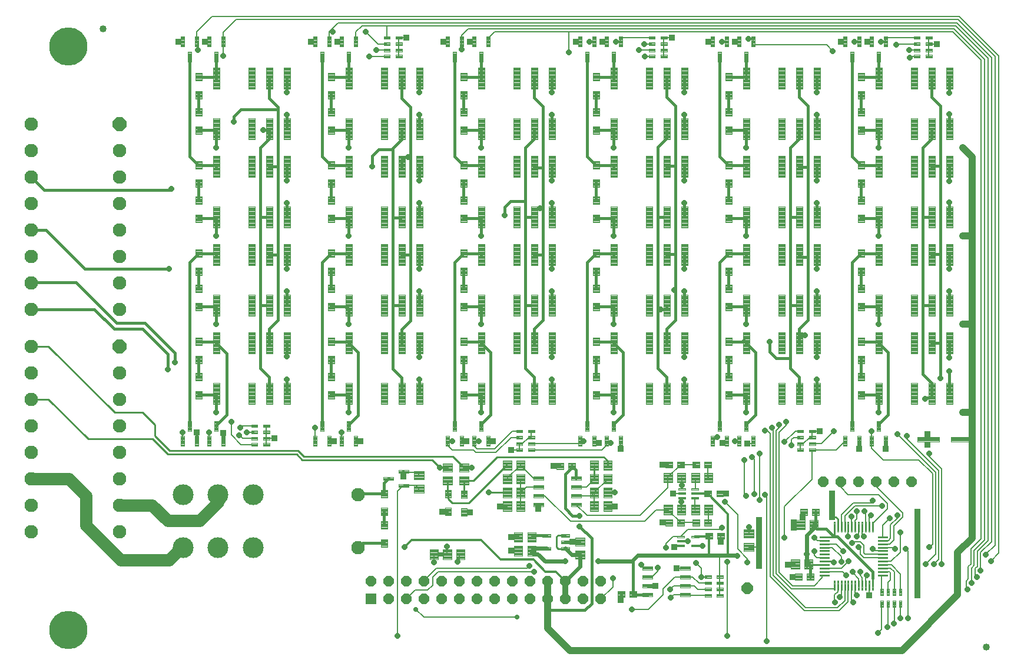
<source format=gtl>
G75*
%MOIN*%
%OFA0B0*%
%FSLAX25Y25*%
%IPPOS*%
%LPD*%
%AMOC8*
5,1,8,0,0,1.08239X$1,22.5*
%
%ADD10OC8,0.05906*%
%ADD11R,0.05906X0.05906*%
%ADD12OC8,0.07677*%
%ADD13C,0.07677*%
%ADD14C,0.00394*%
%ADD15C,0.00396*%
%ADD16C,0.00402*%
%ADD17C,0.00409*%
%ADD18C,0.00406*%
%ADD19C,0.11811*%
%ADD20C,0.00390*%
%ADD21C,0.04000*%
%ADD22OC8,0.06496*%
%ADD23C,0.00100*%
%ADD24C,0.21654*%
%ADD25C,0.01600*%
%ADD26OC8,0.03175*%
%ADD27C,0.04000*%
%ADD28C,0.01000*%
%ADD29R,0.03175X0.03175*%
%ADD30C,0.01200*%
%ADD31C,0.00800*%
%ADD32C,0.03200*%
%ADD33C,0.02400*%
%ADD34C,0.07000*%
%ADD35OC8,0.02781*%
D10*
X0309333Y0115232D03*
X0319333Y0115232D03*
X0329333Y0115232D03*
X0339333Y0115232D03*
X0349333Y0115232D03*
X0359333Y0115232D03*
X0369333Y0115232D03*
X0379333Y0115232D03*
X0389333Y0115232D03*
X0399333Y0115232D03*
X0409333Y0115232D03*
X0419333Y0115232D03*
X0429333Y0115232D03*
X0439333Y0115232D03*
X0439333Y0105232D03*
X0429333Y0105232D03*
X0419333Y0105232D03*
X0409333Y0105232D03*
X0399333Y0105232D03*
X0389333Y0105232D03*
X0379333Y0105232D03*
X0369333Y0105232D03*
X0359333Y0105232D03*
X0349333Y0105232D03*
X0339333Y0105232D03*
X0329333Y0105232D03*
X0319333Y0105232D03*
X0565188Y0171770D03*
X0575188Y0171770D03*
X0585188Y0171770D03*
X0595188Y0171770D03*
X0605188Y0171770D03*
X0615188Y0171770D03*
D11*
X0309333Y0105232D03*
D12*
X0166932Y0248441D03*
X0166932Y0374425D03*
D13*
X0166932Y0359425D03*
X0166932Y0344425D03*
X0166932Y0329425D03*
X0166932Y0314425D03*
X0166932Y0299425D03*
X0166932Y0284425D03*
X0166932Y0269425D03*
X0116932Y0269425D03*
X0116932Y0284425D03*
X0116932Y0299425D03*
X0116932Y0314425D03*
X0116932Y0329425D03*
X0116932Y0344425D03*
X0116932Y0359425D03*
X0116932Y0374425D03*
X0116932Y0248441D03*
X0116932Y0233441D03*
X0116932Y0218441D03*
X0116932Y0203441D03*
X0116932Y0188441D03*
X0116932Y0173441D03*
X0116932Y0158441D03*
X0116932Y0143441D03*
X0166932Y0143441D03*
X0166932Y0158441D03*
X0166932Y0173441D03*
X0166932Y0188441D03*
X0166932Y0203441D03*
X0166932Y0218441D03*
X0166932Y0233441D03*
X0302044Y0164152D03*
X0302044Y0134388D03*
D14*
X0318459Y0134737D02*
X0318459Y0139067D01*
X0318459Y0134737D02*
X0314917Y0134737D01*
X0314917Y0139067D01*
X0318459Y0139067D01*
X0318459Y0135130D02*
X0314917Y0135130D01*
X0314917Y0135523D02*
X0318459Y0135523D01*
X0318459Y0135916D02*
X0314917Y0135916D01*
X0314917Y0136309D02*
X0318459Y0136309D01*
X0318459Y0136702D02*
X0314917Y0136702D01*
X0314917Y0137095D02*
X0318459Y0137095D01*
X0318459Y0137488D02*
X0314917Y0137488D01*
X0314917Y0137881D02*
X0318459Y0137881D01*
X0318459Y0138274D02*
X0314917Y0138274D01*
X0314917Y0138667D02*
X0318459Y0138667D01*
X0318459Y0139060D02*
X0314917Y0139060D01*
X0318459Y0144973D02*
X0318459Y0149303D01*
X0318459Y0144973D02*
X0314917Y0144973D01*
X0314917Y0149303D01*
X0318459Y0149303D01*
X0318459Y0145366D02*
X0314917Y0145366D01*
X0314917Y0145759D02*
X0318459Y0145759D01*
X0318459Y0146152D02*
X0314917Y0146152D01*
X0314917Y0146545D02*
X0318459Y0146545D01*
X0318459Y0146938D02*
X0314917Y0146938D01*
X0314917Y0147331D02*
X0318459Y0147331D01*
X0318459Y0147724D02*
X0314917Y0147724D01*
X0314917Y0148117D02*
X0318459Y0148117D01*
X0318459Y0148510D02*
X0314917Y0148510D01*
X0314917Y0148903D02*
X0318459Y0148903D01*
X0318459Y0149296D02*
X0314917Y0149296D01*
X0314917Y0152487D02*
X0314917Y0156817D01*
X0318459Y0156817D01*
X0318459Y0152487D01*
X0314917Y0152487D01*
X0314917Y0152880D02*
X0318459Y0152880D01*
X0318459Y0153273D02*
X0314917Y0153273D01*
X0314917Y0153666D02*
X0318459Y0153666D01*
X0318459Y0154059D02*
X0314917Y0154059D01*
X0314917Y0154452D02*
X0318459Y0154452D01*
X0318459Y0154845D02*
X0314917Y0154845D01*
X0314917Y0155238D02*
X0318459Y0155238D01*
X0318459Y0155631D02*
X0314917Y0155631D01*
X0314917Y0156024D02*
X0318459Y0156024D01*
X0318459Y0156417D02*
X0314917Y0156417D01*
X0314917Y0156810D02*
X0318459Y0156810D01*
X0314917Y0162723D02*
X0314917Y0167053D01*
X0318459Y0167053D01*
X0318459Y0162723D01*
X0314917Y0162723D01*
X0314917Y0163116D02*
X0318459Y0163116D01*
X0318459Y0163509D02*
X0314917Y0163509D01*
X0314917Y0163902D02*
X0318459Y0163902D01*
X0318459Y0164295D02*
X0314917Y0164295D01*
X0314917Y0164688D02*
X0318459Y0164688D01*
X0318459Y0165081D02*
X0314917Y0165081D01*
X0314917Y0165474D02*
X0318459Y0165474D01*
X0318459Y0165867D02*
X0314917Y0165867D01*
X0314917Y0166260D02*
X0318459Y0166260D01*
X0318459Y0166653D02*
X0314917Y0166653D01*
X0314917Y0167046D02*
X0318459Y0167046D01*
X0354709Y0167053D02*
X0354709Y0162723D01*
X0351167Y0162723D01*
X0351167Y0167053D01*
X0354709Y0167053D01*
X0354709Y0163116D02*
X0351167Y0163116D01*
X0351167Y0163509D02*
X0354709Y0163509D01*
X0354709Y0163902D02*
X0351167Y0163902D01*
X0351167Y0164295D02*
X0354709Y0164295D01*
X0354709Y0164688D02*
X0351167Y0164688D01*
X0351167Y0165081D02*
X0354709Y0165081D01*
X0354709Y0165474D02*
X0351167Y0165474D01*
X0351167Y0165867D02*
X0354709Y0165867D01*
X0354709Y0166260D02*
X0351167Y0166260D01*
X0351167Y0166653D02*
X0354709Y0166653D01*
X0354709Y0167046D02*
X0351167Y0167046D01*
X0363709Y0166803D02*
X0363709Y0162473D01*
X0360167Y0162473D01*
X0360167Y0166803D01*
X0363709Y0166803D01*
X0363709Y0162866D02*
X0360167Y0162866D01*
X0360167Y0163259D02*
X0363709Y0163259D01*
X0363709Y0163652D02*
X0360167Y0163652D01*
X0360167Y0164045D02*
X0363709Y0164045D01*
X0363709Y0164438D02*
X0360167Y0164438D01*
X0360167Y0164831D02*
X0363709Y0164831D01*
X0363709Y0165224D02*
X0360167Y0165224D01*
X0360167Y0165617D02*
X0363709Y0165617D01*
X0363709Y0166010D02*
X0360167Y0166010D01*
X0360167Y0166403D02*
X0363709Y0166403D01*
X0363709Y0166796D02*
X0360167Y0166796D01*
X0363709Y0156567D02*
X0363709Y0152237D01*
X0360167Y0152237D01*
X0360167Y0156567D01*
X0363709Y0156567D01*
X0363709Y0152630D02*
X0360167Y0152630D01*
X0360167Y0153023D02*
X0363709Y0153023D01*
X0363709Y0153416D02*
X0360167Y0153416D01*
X0360167Y0153809D02*
X0363709Y0153809D01*
X0363709Y0154202D02*
X0360167Y0154202D01*
X0360167Y0154595D02*
X0363709Y0154595D01*
X0363709Y0154988D02*
X0360167Y0154988D01*
X0360167Y0155381D02*
X0363709Y0155381D01*
X0363709Y0155774D02*
X0360167Y0155774D01*
X0360167Y0156167D02*
X0363709Y0156167D01*
X0363709Y0156560D02*
X0360167Y0156560D01*
X0354709Y0156817D02*
X0354709Y0152487D01*
X0351167Y0152487D01*
X0351167Y0156817D01*
X0354709Y0156817D01*
X0354709Y0152880D02*
X0351167Y0152880D01*
X0351167Y0153273D02*
X0354709Y0153273D01*
X0354709Y0153666D02*
X0351167Y0153666D01*
X0351167Y0154059D02*
X0354709Y0154059D01*
X0354709Y0154452D02*
X0351167Y0154452D01*
X0351167Y0154845D02*
X0354709Y0154845D01*
X0354709Y0155238D02*
X0351167Y0155238D01*
X0351167Y0155631D02*
X0354709Y0155631D01*
X0354709Y0156024D02*
X0351167Y0156024D01*
X0351167Y0156417D02*
X0354709Y0156417D01*
X0354709Y0156810D02*
X0351167Y0156810D01*
X0395112Y0188918D02*
X0395112Y0190492D01*
X0395112Y0188918D02*
X0391570Y0188918D01*
X0391570Y0190492D01*
X0395112Y0190492D01*
X0395112Y0189311D02*
X0391570Y0189311D01*
X0391570Y0189704D02*
X0395112Y0189704D01*
X0395112Y0190097D02*
X0391570Y0190097D01*
X0391570Y0190490D02*
X0395112Y0190490D01*
X0395112Y0192461D02*
X0395112Y0194035D01*
X0395112Y0192461D02*
X0391570Y0192461D01*
X0391570Y0194035D01*
X0395112Y0194035D01*
X0395112Y0192854D02*
X0391570Y0192854D01*
X0391570Y0193247D02*
X0395112Y0193247D01*
X0395112Y0193640D02*
X0391570Y0193640D01*
X0391570Y0194033D02*
X0395112Y0194033D01*
X0395112Y0196004D02*
X0395112Y0197578D01*
X0395112Y0196004D02*
X0391570Y0196004D01*
X0391570Y0197578D01*
X0395112Y0197578D01*
X0395112Y0196397D02*
X0391570Y0196397D01*
X0391570Y0196790D02*
X0395112Y0196790D01*
X0395112Y0197183D02*
X0391570Y0197183D01*
X0391570Y0197576D02*
X0395112Y0197576D01*
X0395112Y0199548D02*
X0395112Y0201122D01*
X0395112Y0199548D02*
X0391570Y0199548D01*
X0391570Y0201122D01*
X0395112Y0201122D01*
X0395112Y0199941D02*
X0391570Y0199941D01*
X0391570Y0200334D02*
X0395112Y0200334D01*
X0395112Y0200727D02*
X0391570Y0200727D01*
X0391570Y0201120D02*
X0395112Y0201120D01*
X0401805Y0201122D02*
X0401805Y0199548D01*
X0398263Y0199548D01*
X0398263Y0201122D01*
X0401805Y0201122D01*
X0401805Y0199941D02*
X0398263Y0199941D01*
X0398263Y0200334D02*
X0401805Y0200334D01*
X0401805Y0200727D02*
X0398263Y0200727D01*
X0398263Y0201120D02*
X0401805Y0201120D01*
X0401805Y0197578D02*
X0401805Y0196004D01*
X0398263Y0196004D01*
X0398263Y0197578D01*
X0401805Y0197578D01*
X0401805Y0196397D02*
X0398263Y0196397D01*
X0398263Y0196790D02*
X0401805Y0196790D01*
X0401805Y0197183D02*
X0398263Y0197183D01*
X0398263Y0197576D02*
X0401805Y0197576D01*
X0401805Y0194035D02*
X0401805Y0192461D01*
X0398263Y0192461D01*
X0398263Y0194035D01*
X0401805Y0194035D01*
X0401805Y0192854D02*
X0398263Y0192854D01*
X0398263Y0193247D02*
X0401805Y0193247D01*
X0401805Y0193640D02*
X0398263Y0193640D01*
X0398263Y0194033D02*
X0401805Y0194033D01*
X0401805Y0190492D02*
X0401805Y0188918D01*
X0398263Y0188918D01*
X0398263Y0190492D01*
X0401805Y0190492D01*
X0401805Y0189311D02*
X0398263Y0189311D01*
X0398263Y0189704D02*
X0401805Y0189704D01*
X0401805Y0190097D02*
X0398263Y0190097D01*
X0398263Y0190490D02*
X0401805Y0190490D01*
X0414373Y0182291D02*
X0418309Y0182291D01*
X0418309Y0178749D01*
X0414373Y0178749D01*
X0414373Y0182291D01*
X0414373Y0179142D02*
X0418309Y0179142D01*
X0418309Y0179535D02*
X0414373Y0179535D01*
X0414373Y0179928D02*
X0418309Y0179928D01*
X0418309Y0180321D02*
X0414373Y0180321D01*
X0414373Y0180714D02*
X0418309Y0180714D01*
X0418309Y0181107D02*
X0414373Y0181107D01*
X0414373Y0181500D02*
X0418309Y0181500D01*
X0418309Y0181893D02*
X0414373Y0181893D01*
X0414373Y0182286D02*
X0418309Y0182286D01*
X0421066Y0182291D02*
X0425002Y0182291D01*
X0425002Y0178749D01*
X0421066Y0178749D01*
X0421066Y0182291D01*
X0421066Y0179142D02*
X0425002Y0179142D01*
X0425002Y0179535D02*
X0421066Y0179535D01*
X0421066Y0179928D02*
X0425002Y0179928D01*
X0425002Y0180321D02*
X0421066Y0180321D01*
X0421066Y0180714D02*
X0425002Y0180714D01*
X0425002Y0181107D02*
X0421066Y0181107D01*
X0421066Y0181500D02*
X0425002Y0181500D01*
X0425002Y0181893D02*
X0421066Y0181893D01*
X0421066Y0182286D02*
X0425002Y0182286D01*
X0438459Y0218737D02*
X0438459Y0223067D01*
X0438459Y0218737D02*
X0434917Y0218737D01*
X0434917Y0223067D01*
X0438459Y0223067D01*
X0438459Y0219130D02*
X0434917Y0219130D01*
X0434917Y0219523D02*
X0438459Y0219523D01*
X0438459Y0219916D02*
X0434917Y0219916D01*
X0434917Y0220309D02*
X0438459Y0220309D01*
X0438459Y0220702D02*
X0434917Y0220702D01*
X0434917Y0221095D02*
X0438459Y0221095D01*
X0438459Y0221488D02*
X0434917Y0221488D01*
X0434917Y0221881D02*
X0438459Y0221881D01*
X0438459Y0222274D02*
X0434917Y0222274D01*
X0434917Y0222667D02*
X0438459Y0222667D01*
X0438459Y0223060D02*
X0434917Y0223060D01*
X0448459Y0227791D02*
X0448459Y0215745D01*
X0444917Y0215745D01*
X0444917Y0227791D01*
X0448459Y0227791D01*
X0448459Y0216138D02*
X0444917Y0216138D01*
X0444917Y0216531D02*
X0448459Y0216531D01*
X0448459Y0216924D02*
X0444917Y0216924D01*
X0444917Y0217317D02*
X0448459Y0217317D01*
X0448459Y0217710D02*
X0444917Y0217710D01*
X0444917Y0218103D02*
X0448459Y0218103D01*
X0448459Y0218496D02*
X0444917Y0218496D01*
X0444917Y0218889D02*
X0448459Y0218889D01*
X0448459Y0219282D02*
X0444917Y0219282D01*
X0444917Y0219675D02*
X0448459Y0219675D01*
X0448459Y0220068D02*
X0444917Y0220068D01*
X0444917Y0220461D02*
X0448459Y0220461D01*
X0448459Y0220854D02*
X0444917Y0220854D01*
X0444917Y0221247D02*
X0448459Y0221247D01*
X0448459Y0221640D02*
X0444917Y0221640D01*
X0444917Y0222033D02*
X0448459Y0222033D01*
X0448459Y0222426D02*
X0444917Y0222426D01*
X0444917Y0222819D02*
X0448459Y0222819D01*
X0448459Y0223212D02*
X0444917Y0223212D01*
X0444917Y0223605D02*
X0448459Y0223605D01*
X0448459Y0223998D02*
X0444917Y0223998D01*
X0444917Y0224391D02*
X0448459Y0224391D01*
X0448459Y0224784D02*
X0444917Y0224784D01*
X0444917Y0225177D02*
X0448459Y0225177D01*
X0448459Y0225570D02*
X0444917Y0225570D01*
X0444917Y0225963D02*
X0448459Y0225963D01*
X0448459Y0226356D02*
X0444917Y0226356D01*
X0444917Y0226749D02*
X0448459Y0226749D01*
X0448459Y0227142D02*
X0444917Y0227142D01*
X0444917Y0227535D02*
X0448459Y0227535D01*
X0438459Y0228973D02*
X0438459Y0233303D01*
X0438459Y0228973D02*
X0434917Y0228973D01*
X0434917Y0233303D01*
X0438459Y0233303D01*
X0438459Y0229366D02*
X0434917Y0229366D01*
X0434917Y0229759D02*
X0438459Y0229759D01*
X0438459Y0230152D02*
X0434917Y0230152D01*
X0434917Y0230545D02*
X0438459Y0230545D01*
X0438459Y0230938D02*
X0434917Y0230938D01*
X0434917Y0231331D02*
X0438459Y0231331D01*
X0438459Y0231724D02*
X0434917Y0231724D01*
X0434917Y0232117D02*
X0438459Y0232117D01*
X0438459Y0232510D02*
X0434917Y0232510D01*
X0434917Y0232903D02*
X0438459Y0232903D01*
X0438459Y0233296D02*
X0434917Y0233296D01*
X0434917Y0238737D02*
X0434917Y0243067D01*
X0438459Y0243067D01*
X0438459Y0238737D01*
X0434917Y0238737D01*
X0434917Y0239130D02*
X0438459Y0239130D01*
X0438459Y0239523D02*
X0434917Y0239523D01*
X0434917Y0239916D02*
X0438459Y0239916D01*
X0438459Y0240309D02*
X0434917Y0240309D01*
X0434917Y0240702D02*
X0438459Y0240702D01*
X0438459Y0241095D02*
X0434917Y0241095D01*
X0434917Y0241488D02*
X0438459Y0241488D01*
X0438459Y0241881D02*
X0434917Y0241881D01*
X0434917Y0242274D02*
X0438459Y0242274D01*
X0438459Y0242667D02*
X0434917Y0242667D01*
X0434917Y0243060D02*
X0438459Y0243060D01*
X0434917Y0248973D02*
X0434917Y0253303D01*
X0438459Y0253303D01*
X0438459Y0248973D01*
X0434917Y0248973D01*
X0434917Y0249366D02*
X0438459Y0249366D01*
X0438459Y0249759D02*
X0434917Y0249759D01*
X0434917Y0250152D02*
X0438459Y0250152D01*
X0438459Y0250545D02*
X0434917Y0250545D01*
X0434917Y0250938D02*
X0438459Y0250938D01*
X0438459Y0251331D02*
X0434917Y0251331D01*
X0434917Y0251724D02*
X0438459Y0251724D01*
X0438459Y0252117D02*
X0434917Y0252117D01*
X0434917Y0252510D02*
X0438459Y0252510D01*
X0438459Y0252903D02*
X0434917Y0252903D01*
X0434917Y0253296D02*
X0438459Y0253296D01*
X0448459Y0256295D02*
X0448459Y0244249D01*
X0444917Y0244249D01*
X0444917Y0256295D01*
X0448459Y0256295D01*
X0448459Y0244642D02*
X0444917Y0244642D01*
X0444917Y0245035D02*
X0448459Y0245035D01*
X0448459Y0245428D02*
X0444917Y0245428D01*
X0444917Y0245821D02*
X0448459Y0245821D01*
X0448459Y0246214D02*
X0444917Y0246214D01*
X0444917Y0246607D02*
X0448459Y0246607D01*
X0448459Y0247000D02*
X0444917Y0247000D01*
X0444917Y0247393D02*
X0448459Y0247393D01*
X0448459Y0247786D02*
X0444917Y0247786D01*
X0444917Y0248179D02*
X0448459Y0248179D01*
X0448459Y0248572D02*
X0444917Y0248572D01*
X0444917Y0248965D02*
X0448459Y0248965D01*
X0448459Y0249358D02*
X0444917Y0249358D01*
X0444917Y0249751D02*
X0448459Y0249751D01*
X0448459Y0250144D02*
X0444917Y0250144D01*
X0444917Y0250537D02*
X0448459Y0250537D01*
X0448459Y0250930D02*
X0444917Y0250930D01*
X0444917Y0251323D02*
X0448459Y0251323D01*
X0448459Y0251716D02*
X0444917Y0251716D01*
X0444917Y0252109D02*
X0448459Y0252109D01*
X0448459Y0252502D02*
X0444917Y0252502D01*
X0444917Y0252895D02*
X0448459Y0252895D01*
X0448459Y0253288D02*
X0444917Y0253288D01*
X0444917Y0253681D02*
X0448459Y0253681D01*
X0448459Y0254074D02*
X0444917Y0254074D01*
X0444917Y0254467D02*
X0448459Y0254467D01*
X0448459Y0254860D02*
X0444917Y0254860D01*
X0444917Y0255253D02*
X0448459Y0255253D01*
X0448459Y0255646D02*
X0444917Y0255646D01*
X0444917Y0256039D02*
X0448459Y0256039D01*
X0468459Y0256295D02*
X0468459Y0244249D01*
X0464917Y0244249D01*
X0464917Y0256295D01*
X0468459Y0256295D01*
X0468459Y0244642D02*
X0464917Y0244642D01*
X0464917Y0245035D02*
X0468459Y0245035D01*
X0468459Y0245428D02*
X0464917Y0245428D01*
X0464917Y0245821D02*
X0468459Y0245821D01*
X0468459Y0246214D02*
X0464917Y0246214D01*
X0464917Y0246607D02*
X0468459Y0246607D01*
X0468459Y0247000D02*
X0464917Y0247000D01*
X0464917Y0247393D02*
X0468459Y0247393D01*
X0468459Y0247786D02*
X0464917Y0247786D01*
X0464917Y0248179D02*
X0468459Y0248179D01*
X0468459Y0248572D02*
X0464917Y0248572D01*
X0464917Y0248965D02*
X0468459Y0248965D01*
X0468459Y0249358D02*
X0464917Y0249358D01*
X0464917Y0249751D02*
X0468459Y0249751D01*
X0468459Y0250144D02*
X0464917Y0250144D01*
X0464917Y0250537D02*
X0468459Y0250537D01*
X0468459Y0250930D02*
X0464917Y0250930D01*
X0464917Y0251323D02*
X0468459Y0251323D01*
X0468459Y0251716D02*
X0464917Y0251716D01*
X0464917Y0252109D02*
X0468459Y0252109D01*
X0468459Y0252502D02*
X0464917Y0252502D01*
X0464917Y0252895D02*
X0468459Y0252895D01*
X0468459Y0253288D02*
X0464917Y0253288D01*
X0464917Y0253681D02*
X0468459Y0253681D01*
X0468459Y0254074D02*
X0464917Y0254074D01*
X0464917Y0254467D02*
X0468459Y0254467D01*
X0468459Y0254860D02*
X0464917Y0254860D01*
X0464917Y0255253D02*
X0468459Y0255253D01*
X0468459Y0255646D02*
X0464917Y0255646D01*
X0464917Y0256039D02*
X0468459Y0256039D01*
X0478459Y0256295D02*
X0478459Y0244249D01*
X0474917Y0244249D01*
X0474917Y0256295D01*
X0478459Y0256295D01*
X0478459Y0244642D02*
X0474917Y0244642D01*
X0474917Y0245035D02*
X0478459Y0245035D01*
X0478459Y0245428D02*
X0474917Y0245428D01*
X0474917Y0245821D02*
X0478459Y0245821D01*
X0478459Y0246214D02*
X0474917Y0246214D01*
X0474917Y0246607D02*
X0478459Y0246607D01*
X0478459Y0247000D02*
X0474917Y0247000D01*
X0474917Y0247393D02*
X0478459Y0247393D01*
X0478459Y0247786D02*
X0474917Y0247786D01*
X0474917Y0248179D02*
X0478459Y0248179D01*
X0478459Y0248572D02*
X0474917Y0248572D01*
X0474917Y0248965D02*
X0478459Y0248965D01*
X0478459Y0249358D02*
X0474917Y0249358D01*
X0474917Y0249751D02*
X0478459Y0249751D01*
X0478459Y0250144D02*
X0474917Y0250144D01*
X0474917Y0250537D02*
X0478459Y0250537D01*
X0478459Y0250930D02*
X0474917Y0250930D01*
X0474917Y0251323D02*
X0478459Y0251323D01*
X0478459Y0251716D02*
X0474917Y0251716D01*
X0474917Y0252109D02*
X0478459Y0252109D01*
X0478459Y0252502D02*
X0474917Y0252502D01*
X0474917Y0252895D02*
X0478459Y0252895D01*
X0478459Y0253288D02*
X0474917Y0253288D01*
X0474917Y0253681D02*
X0478459Y0253681D01*
X0478459Y0254074D02*
X0474917Y0254074D01*
X0474917Y0254467D02*
X0478459Y0254467D01*
X0478459Y0254860D02*
X0474917Y0254860D01*
X0474917Y0255253D02*
X0478459Y0255253D01*
X0478459Y0255646D02*
X0474917Y0255646D01*
X0474917Y0256039D02*
X0478459Y0256039D01*
X0488459Y0256295D02*
X0488459Y0244249D01*
X0484917Y0244249D01*
X0484917Y0256295D01*
X0488459Y0256295D01*
X0488459Y0244642D02*
X0484917Y0244642D01*
X0484917Y0245035D02*
X0488459Y0245035D01*
X0488459Y0245428D02*
X0484917Y0245428D01*
X0484917Y0245821D02*
X0488459Y0245821D01*
X0488459Y0246214D02*
X0484917Y0246214D01*
X0484917Y0246607D02*
X0488459Y0246607D01*
X0488459Y0247000D02*
X0484917Y0247000D01*
X0484917Y0247393D02*
X0488459Y0247393D01*
X0488459Y0247786D02*
X0484917Y0247786D01*
X0484917Y0248179D02*
X0488459Y0248179D01*
X0488459Y0248572D02*
X0484917Y0248572D01*
X0484917Y0248965D02*
X0488459Y0248965D01*
X0488459Y0249358D02*
X0484917Y0249358D01*
X0484917Y0249751D02*
X0488459Y0249751D01*
X0488459Y0250144D02*
X0484917Y0250144D01*
X0484917Y0250537D02*
X0488459Y0250537D01*
X0488459Y0250930D02*
X0484917Y0250930D01*
X0484917Y0251323D02*
X0488459Y0251323D01*
X0488459Y0251716D02*
X0484917Y0251716D01*
X0484917Y0252109D02*
X0488459Y0252109D01*
X0488459Y0252502D02*
X0484917Y0252502D01*
X0484917Y0252895D02*
X0488459Y0252895D01*
X0488459Y0253288D02*
X0484917Y0253288D01*
X0484917Y0253681D02*
X0488459Y0253681D01*
X0488459Y0254074D02*
X0484917Y0254074D01*
X0484917Y0254467D02*
X0488459Y0254467D01*
X0488459Y0254860D02*
X0484917Y0254860D01*
X0484917Y0255253D02*
X0488459Y0255253D01*
X0488459Y0255646D02*
X0484917Y0255646D01*
X0484917Y0256039D02*
X0488459Y0256039D01*
X0488459Y0265745D02*
X0488459Y0277791D01*
X0488459Y0265745D02*
X0484917Y0265745D01*
X0484917Y0277791D01*
X0488459Y0277791D01*
X0488459Y0266138D02*
X0484917Y0266138D01*
X0484917Y0266531D02*
X0488459Y0266531D01*
X0488459Y0266924D02*
X0484917Y0266924D01*
X0484917Y0267317D02*
X0488459Y0267317D01*
X0488459Y0267710D02*
X0484917Y0267710D01*
X0484917Y0268103D02*
X0488459Y0268103D01*
X0488459Y0268496D02*
X0484917Y0268496D01*
X0484917Y0268889D02*
X0488459Y0268889D01*
X0488459Y0269282D02*
X0484917Y0269282D01*
X0484917Y0269675D02*
X0488459Y0269675D01*
X0488459Y0270068D02*
X0484917Y0270068D01*
X0484917Y0270461D02*
X0488459Y0270461D01*
X0488459Y0270854D02*
X0484917Y0270854D01*
X0484917Y0271247D02*
X0488459Y0271247D01*
X0488459Y0271640D02*
X0484917Y0271640D01*
X0484917Y0272033D02*
X0488459Y0272033D01*
X0488459Y0272426D02*
X0484917Y0272426D01*
X0484917Y0272819D02*
X0488459Y0272819D01*
X0488459Y0273212D02*
X0484917Y0273212D01*
X0484917Y0273605D02*
X0488459Y0273605D01*
X0488459Y0273998D02*
X0484917Y0273998D01*
X0484917Y0274391D02*
X0488459Y0274391D01*
X0488459Y0274784D02*
X0484917Y0274784D01*
X0484917Y0275177D02*
X0488459Y0275177D01*
X0488459Y0275570D02*
X0484917Y0275570D01*
X0484917Y0275963D02*
X0488459Y0275963D01*
X0488459Y0276356D02*
X0484917Y0276356D01*
X0484917Y0276749D02*
X0488459Y0276749D01*
X0488459Y0277142D02*
X0484917Y0277142D01*
X0484917Y0277535D02*
X0488459Y0277535D01*
X0478459Y0277791D02*
X0478459Y0265745D01*
X0474917Y0265745D01*
X0474917Y0277791D01*
X0478459Y0277791D01*
X0478459Y0266138D02*
X0474917Y0266138D01*
X0474917Y0266531D02*
X0478459Y0266531D01*
X0478459Y0266924D02*
X0474917Y0266924D01*
X0474917Y0267317D02*
X0478459Y0267317D01*
X0478459Y0267710D02*
X0474917Y0267710D01*
X0474917Y0268103D02*
X0478459Y0268103D01*
X0478459Y0268496D02*
X0474917Y0268496D01*
X0474917Y0268889D02*
X0478459Y0268889D01*
X0478459Y0269282D02*
X0474917Y0269282D01*
X0474917Y0269675D02*
X0478459Y0269675D01*
X0478459Y0270068D02*
X0474917Y0270068D01*
X0474917Y0270461D02*
X0478459Y0270461D01*
X0478459Y0270854D02*
X0474917Y0270854D01*
X0474917Y0271247D02*
X0478459Y0271247D01*
X0478459Y0271640D02*
X0474917Y0271640D01*
X0474917Y0272033D02*
X0478459Y0272033D01*
X0478459Y0272426D02*
X0474917Y0272426D01*
X0474917Y0272819D02*
X0478459Y0272819D01*
X0478459Y0273212D02*
X0474917Y0273212D01*
X0474917Y0273605D02*
X0478459Y0273605D01*
X0478459Y0273998D02*
X0474917Y0273998D01*
X0474917Y0274391D02*
X0478459Y0274391D01*
X0478459Y0274784D02*
X0474917Y0274784D01*
X0474917Y0275177D02*
X0478459Y0275177D01*
X0478459Y0275570D02*
X0474917Y0275570D01*
X0474917Y0275963D02*
X0478459Y0275963D01*
X0478459Y0276356D02*
X0474917Y0276356D01*
X0474917Y0276749D02*
X0478459Y0276749D01*
X0478459Y0277142D02*
X0474917Y0277142D01*
X0474917Y0277535D02*
X0478459Y0277535D01*
X0468459Y0277791D02*
X0468459Y0265745D01*
X0464917Y0265745D01*
X0464917Y0277791D01*
X0468459Y0277791D01*
X0468459Y0266138D02*
X0464917Y0266138D01*
X0464917Y0266531D02*
X0468459Y0266531D01*
X0468459Y0266924D02*
X0464917Y0266924D01*
X0464917Y0267317D02*
X0468459Y0267317D01*
X0468459Y0267710D02*
X0464917Y0267710D01*
X0464917Y0268103D02*
X0468459Y0268103D01*
X0468459Y0268496D02*
X0464917Y0268496D01*
X0464917Y0268889D02*
X0468459Y0268889D01*
X0468459Y0269282D02*
X0464917Y0269282D01*
X0464917Y0269675D02*
X0468459Y0269675D01*
X0468459Y0270068D02*
X0464917Y0270068D01*
X0464917Y0270461D02*
X0468459Y0270461D01*
X0468459Y0270854D02*
X0464917Y0270854D01*
X0464917Y0271247D02*
X0468459Y0271247D01*
X0468459Y0271640D02*
X0464917Y0271640D01*
X0464917Y0272033D02*
X0468459Y0272033D01*
X0468459Y0272426D02*
X0464917Y0272426D01*
X0464917Y0272819D02*
X0468459Y0272819D01*
X0468459Y0273212D02*
X0464917Y0273212D01*
X0464917Y0273605D02*
X0468459Y0273605D01*
X0468459Y0273998D02*
X0464917Y0273998D01*
X0464917Y0274391D02*
X0468459Y0274391D01*
X0468459Y0274784D02*
X0464917Y0274784D01*
X0464917Y0275177D02*
X0468459Y0275177D01*
X0468459Y0275570D02*
X0464917Y0275570D01*
X0464917Y0275963D02*
X0468459Y0275963D01*
X0468459Y0276356D02*
X0464917Y0276356D01*
X0464917Y0276749D02*
X0468459Y0276749D01*
X0468459Y0277142D02*
X0464917Y0277142D01*
X0464917Y0277535D02*
X0468459Y0277535D01*
X0448459Y0277791D02*
X0448459Y0265745D01*
X0444917Y0265745D01*
X0444917Y0277791D01*
X0448459Y0277791D01*
X0448459Y0266138D02*
X0444917Y0266138D01*
X0444917Y0266531D02*
X0448459Y0266531D01*
X0448459Y0266924D02*
X0444917Y0266924D01*
X0444917Y0267317D02*
X0448459Y0267317D01*
X0448459Y0267710D02*
X0444917Y0267710D01*
X0444917Y0268103D02*
X0448459Y0268103D01*
X0448459Y0268496D02*
X0444917Y0268496D01*
X0444917Y0268889D02*
X0448459Y0268889D01*
X0448459Y0269282D02*
X0444917Y0269282D01*
X0444917Y0269675D02*
X0448459Y0269675D01*
X0448459Y0270068D02*
X0444917Y0270068D01*
X0444917Y0270461D02*
X0448459Y0270461D01*
X0448459Y0270854D02*
X0444917Y0270854D01*
X0444917Y0271247D02*
X0448459Y0271247D01*
X0448459Y0271640D02*
X0444917Y0271640D01*
X0444917Y0272033D02*
X0448459Y0272033D01*
X0448459Y0272426D02*
X0444917Y0272426D01*
X0444917Y0272819D02*
X0448459Y0272819D01*
X0448459Y0273212D02*
X0444917Y0273212D01*
X0444917Y0273605D02*
X0448459Y0273605D01*
X0448459Y0273998D02*
X0444917Y0273998D01*
X0444917Y0274391D02*
X0448459Y0274391D01*
X0448459Y0274784D02*
X0444917Y0274784D01*
X0444917Y0275177D02*
X0448459Y0275177D01*
X0448459Y0275570D02*
X0444917Y0275570D01*
X0444917Y0275963D02*
X0448459Y0275963D01*
X0448459Y0276356D02*
X0444917Y0276356D01*
X0444917Y0276749D02*
X0448459Y0276749D01*
X0448459Y0277142D02*
X0444917Y0277142D01*
X0444917Y0277535D02*
X0448459Y0277535D01*
X0438459Y0278973D02*
X0438459Y0283303D01*
X0438459Y0278973D02*
X0434917Y0278973D01*
X0434917Y0283303D01*
X0438459Y0283303D01*
X0438459Y0279366D02*
X0434917Y0279366D01*
X0434917Y0279759D02*
X0438459Y0279759D01*
X0438459Y0280152D02*
X0434917Y0280152D01*
X0434917Y0280545D02*
X0438459Y0280545D01*
X0438459Y0280938D02*
X0434917Y0280938D01*
X0434917Y0281331D02*
X0438459Y0281331D01*
X0438459Y0281724D02*
X0434917Y0281724D01*
X0434917Y0282117D02*
X0438459Y0282117D01*
X0438459Y0282510D02*
X0434917Y0282510D01*
X0434917Y0282903D02*
X0438459Y0282903D01*
X0438459Y0283296D02*
X0434917Y0283296D01*
X0434917Y0288737D02*
X0434917Y0293067D01*
X0438459Y0293067D01*
X0438459Y0288737D01*
X0434917Y0288737D01*
X0434917Y0289130D02*
X0438459Y0289130D01*
X0438459Y0289523D02*
X0434917Y0289523D01*
X0434917Y0289916D02*
X0438459Y0289916D01*
X0438459Y0290309D02*
X0434917Y0290309D01*
X0434917Y0290702D02*
X0438459Y0290702D01*
X0438459Y0291095D02*
X0434917Y0291095D01*
X0434917Y0291488D02*
X0438459Y0291488D01*
X0438459Y0291881D02*
X0434917Y0291881D01*
X0434917Y0292274D02*
X0438459Y0292274D01*
X0438459Y0292667D02*
X0434917Y0292667D01*
X0434917Y0293060D02*
X0438459Y0293060D01*
X0434917Y0298973D02*
X0434917Y0303303D01*
X0438459Y0303303D01*
X0438459Y0298973D01*
X0434917Y0298973D01*
X0434917Y0299366D02*
X0438459Y0299366D01*
X0438459Y0299759D02*
X0434917Y0299759D01*
X0434917Y0300152D02*
X0438459Y0300152D01*
X0438459Y0300545D02*
X0434917Y0300545D01*
X0434917Y0300938D02*
X0438459Y0300938D01*
X0438459Y0301331D02*
X0434917Y0301331D01*
X0434917Y0301724D02*
X0438459Y0301724D01*
X0438459Y0302117D02*
X0434917Y0302117D01*
X0434917Y0302510D02*
X0438459Y0302510D01*
X0438459Y0302903D02*
X0434917Y0302903D01*
X0434917Y0303296D02*
X0438459Y0303296D01*
X0448459Y0306295D02*
X0448459Y0294249D01*
X0444917Y0294249D01*
X0444917Y0306295D01*
X0448459Y0306295D01*
X0448459Y0294642D02*
X0444917Y0294642D01*
X0444917Y0295035D02*
X0448459Y0295035D01*
X0448459Y0295428D02*
X0444917Y0295428D01*
X0444917Y0295821D02*
X0448459Y0295821D01*
X0448459Y0296214D02*
X0444917Y0296214D01*
X0444917Y0296607D02*
X0448459Y0296607D01*
X0448459Y0297000D02*
X0444917Y0297000D01*
X0444917Y0297393D02*
X0448459Y0297393D01*
X0448459Y0297786D02*
X0444917Y0297786D01*
X0444917Y0298179D02*
X0448459Y0298179D01*
X0448459Y0298572D02*
X0444917Y0298572D01*
X0444917Y0298965D02*
X0448459Y0298965D01*
X0448459Y0299358D02*
X0444917Y0299358D01*
X0444917Y0299751D02*
X0448459Y0299751D01*
X0448459Y0300144D02*
X0444917Y0300144D01*
X0444917Y0300537D02*
X0448459Y0300537D01*
X0448459Y0300930D02*
X0444917Y0300930D01*
X0444917Y0301323D02*
X0448459Y0301323D01*
X0448459Y0301716D02*
X0444917Y0301716D01*
X0444917Y0302109D02*
X0448459Y0302109D01*
X0448459Y0302502D02*
X0444917Y0302502D01*
X0444917Y0302895D02*
X0448459Y0302895D01*
X0448459Y0303288D02*
X0444917Y0303288D01*
X0444917Y0303681D02*
X0448459Y0303681D01*
X0448459Y0304074D02*
X0444917Y0304074D01*
X0444917Y0304467D02*
X0448459Y0304467D01*
X0448459Y0304860D02*
X0444917Y0304860D01*
X0444917Y0305253D02*
X0448459Y0305253D01*
X0448459Y0305646D02*
X0444917Y0305646D01*
X0444917Y0306039D02*
X0448459Y0306039D01*
X0468459Y0306295D02*
X0468459Y0294249D01*
X0464917Y0294249D01*
X0464917Y0306295D01*
X0468459Y0306295D01*
X0468459Y0294642D02*
X0464917Y0294642D01*
X0464917Y0295035D02*
X0468459Y0295035D01*
X0468459Y0295428D02*
X0464917Y0295428D01*
X0464917Y0295821D02*
X0468459Y0295821D01*
X0468459Y0296214D02*
X0464917Y0296214D01*
X0464917Y0296607D02*
X0468459Y0296607D01*
X0468459Y0297000D02*
X0464917Y0297000D01*
X0464917Y0297393D02*
X0468459Y0297393D01*
X0468459Y0297786D02*
X0464917Y0297786D01*
X0464917Y0298179D02*
X0468459Y0298179D01*
X0468459Y0298572D02*
X0464917Y0298572D01*
X0464917Y0298965D02*
X0468459Y0298965D01*
X0468459Y0299358D02*
X0464917Y0299358D01*
X0464917Y0299751D02*
X0468459Y0299751D01*
X0468459Y0300144D02*
X0464917Y0300144D01*
X0464917Y0300537D02*
X0468459Y0300537D01*
X0468459Y0300930D02*
X0464917Y0300930D01*
X0464917Y0301323D02*
X0468459Y0301323D01*
X0468459Y0301716D02*
X0464917Y0301716D01*
X0464917Y0302109D02*
X0468459Y0302109D01*
X0468459Y0302502D02*
X0464917Y0302502D01*
X0464917Y0302895D02*
X0468459Y0302895D01*
X0468459Y0303288D02*
X0464917Y0303288D01*
X0464917Y0303681D02*
X0468459Y0303681D01*
X0468459Y0304074D02*
X0464917Y0304074D01*
X0464917Y0304467D02*
X0468459Y0304467D01*
X0468459Y0304860D02*
X0464917Y0304860D01*
X0464917Y0305253D02*
X0468459Y0305253D01*
X0468459Y0305646D02*
X0464917Y0305646D01*
X0464917Y0306039D02*
X0468459Y0306039D01*
X0478459Y0306295D02*
X0478459Y0294249D01*
X0474917Y0294249D01*
X0474917Y0306295D01*
X0478459Y0306295D01*
X0478459Y0294642D02*
X0474917Y0294642D01*
X0474917Y0295035D02*
X0478459Y0295035D01*
X0478459Y0295428D02*
X0474917Y0295428D01*
X0474917Y0295821D02*
X0478459Y0295821D01*
X0478459Y0296214D02*
X0474917Y0296214D01*
X0474917Y0296607D02*
X0478459Y0296607D01*
X0478459Y0297000D02*
X0474917Y0297000D01*
X0474917Y0297393D02*
X0478459Y0297393D01*
X0478459Y0297786D02*
X0474917Y0297786D01*
X0474917Y0298179D02*
X0478459Y0298179D01*
X0478459Y0298572D02*
X0474917Y0298572D01*
X0474917Y0298965D02*
X0478459Y0298965D01*
X0478459Y0299358D02*
X0474917Y0299358D01*
X0474917Y0299751D02*
X0478459Y0299751D01*
X0478459Y0300144D02*
X0474917Y0300144D01*
X0474917Y0300537D02*
X0478459Y0300537D01*
X0478459Y0300930D02*
X0474917Y0300930D01*
X0474917Y0301323D02*
X0478459Y0301323D01*
X0478459Y0301716D02*
X0474917Y0301716D01*
X0474917Y0302109D02*
X0478459Y0302109D01*
X0478459Y0302502D02*
X0474917Y0302502D01*
X0474917Y0302895D02*
X0478459Y0302895D01*
X0478459Y0303288D02*
X0474917Y0303288D01*
X0474917Y0303681D02*
X0478459Y0303681D01*
X0478459Y0304074D02*
X0474917Y0304074D01*
X0474917Y0304467D02*
X0478459Y0304467D01*
X0478459Y0304860D02*
X0474917Y0304860D01*
X0474917Y0305253D02*
X0478459Y0305253D01*
X0478459Y0305646D02*
X0474917Y0305646D01*
X0474917Y0306039D02*
X0478459Y0306039D01*
X0488459Y0306295D02*
X0488459Y0294249D01*
X0484917Y0294249D01*
X0484917Y0306295D01*
X0488459Y0306295D01*
X0488459Y0294642D02*
X0484917Y0294642D01*
X0484917Y0295035D02*
X0488459Y0295035D01*
X0488459Y0295428D02*
X0484917Y0295428D01*
X0484917Y0295821D02*
X0488459Y0295821D01*
X0488459Y0296214D02*
X0484917Y0296214D01*
X0484917Y0296607D02*
X0488459Y0296607D01*
X0488459Y0297000D02*
X0484917Y0297000D01*
X0484917Y0297393D02*
X0488459Y0297393D01*
X0488459Y0297786D02*
X0484917Y0297786D01*
X0484917Y0298179D02*
X0488459Y0298179D01*
X0488459Y0298572D02*
X0484917Y0298572D01*
X0484917Y0298965D02*
X0488459Y0298965D01*
X0488459Y0299358D02*
X0484917Y0299358D01*
X0484917Y0299751D02*
X0488459Y0299751D01*
X0488459Y0300144D02*
X0484917Y0300144D01*
X0484917Y0300537D02*
X0488459Y0300537D01*
X0488459Y0300930D02*
X0484917Y0300930D01*
X0484917Y0301323D02*
X0488459Y0301323D01*
X0488459Y0301716D02*
X0484917Y0301716D01*
X0484917Y0302109D02*
X0488459Y0302109D01*
X0488459Y0302502D02*
X0484917Y0302502D01*
X0484917Y0302895D02*
X0488459Y0302895D01*
X0488459Y0303288D02*
X0484917Y0303288D01*
X0484917Y0303681D02*
X0488459Y0303681D01*
X0488459Y0304074D02*
X0484917Y0304074D01*
X0484917Y0304467D02*
X0488459Y0304467D01*
X0488459Y0304860D02*
X0484917Y0304860D01*
X0484917Y0305253D02*
X0488459Y0305253D01*
X0488459Y0305646D02*
X0484917Y0305646D01*
X0484917Y0306039D02*
X0488459Y0306039D01*
X0488459Y0315745D02*
X0488459Y0327791D01*
X0488459Y0315745D02*
X0484917Y0315745D01*
X0484917Y0327791D01*
X0488459Y0327791D01*
X0488459Y0316138D02*
X0484917Y0316138D01*
X0484917Y0316531D02*
X0488459Y0316531D01*
X0488459Y0316924D02*
X0484917Y0316924D01*
X0484917Y0317317D02*
X0488459Y0317317D01*
X0488459Y0317710D02*
X0484917Y0317710D01*
X0484917Y0318103D02*
X0488459Y0318103D01*
X0488459Y0318496D02*
X0484917Y0318496D01*
X0484917Y0318889D02*
X0488459Y0318889D01*
X0488459Y0319282D02*
X0484917Y0319282D01*
X0484917Y0319675D02*
X0488459Y0319675D01*
X0488459Y0320068D02*
X0484917Y0320068D01*
X0484917Y0320461D02*
X0488459Y0320461D01*
X0488459Y0320854D02*
X0484917Y0320854D01*
X0484917Y0321247D02*
X0488459Y0321247D01*
X0488459Y0321640D02*
X0484917Y0321640D01*
X0484917Y0322033D02*
X0488459Y0322033D01*
X0488459Y0322426D02*
X0484917Y0322426D01*
X0484917Y0322819D02*
X0488459Y0322819D01*
X0488459Y0323212D02*
X0484917Y0323212D01*
X0484917Y0323605D02*
X0488459Y0323605D01*
X0488459Y0323998D02*
X0484917Y0323998D01*
X0484917Y0324391D02*
X0488459Y0324391D01*
X0488459Y0324784D02*
X0484917Y0324784D01*
X0484917Y0325177D02*
X0488459Y0325177D01*
X0488459Y0325570D02*
X0484917Y0325570D01*
X0484917Y0325963D02*
X0488459Y0325963D01*
X0488459Y0326356D02*
X0484917Y0326356D01*
X0484917Y0326749D02*
X0488459Y0326749D01*
X0488459Y0327142D02*
X0484917Y0327142D01*
X0484917Y0327535D02*
X0488459Y0327535D01*
X0478459Y0327791D02*
X0478459Y0315745D01*
X0474917Y0315745D01*
X0474917Y0327791D01*
X0478459Y0327791D01*
X0478459Y0316138D02*
X0474917Y0316138D01*
X0474917Y0316531D02*
X0478459Y0316531D01*
X0478459Y0316924D02*
X0474917Y0316924D01*
X0474917Y0317317D02*
X0478459Y0317317D01*
X0478459Y0317710D02*
X0474917Y0317710D01*
X0474917Y0318103D02*
X0478459Y0318103D01*
X0478459Y0318496D02*
X0474917Y0318496D01*
X0474917Y0318889D02*
X0478459Y0318889D01*
X0478459Y0319282D02*
X0474917Y0319282D01*
X0474917Y0319675D02*
X0478459Y0319675D01*
X0478459Y0320068D02*
X0474917Y0320068D01*
X0474917Y0320461D02*
X0478459Y0320461D01*
X0478459Y0320854D02*
X0474917Y0320854D01*
X0474917Y0321247D02*
X0478459Y0321247D01*
X0478459Y0321640D02*
X0474917Y0321640D01*
X0474917Y0322033D02*
X0478459Y0322033D01*
X0478459Y0322426D02*
X0474917Y0322426D01*
X0474917Y0322819D02*
X0478459Y0322819D01*
X0478459Y0323212D02*
X0474917Y0323212D01*
X0474917Y0323605D02*
X0478459Y0323605D01*
X0478459Y0323998D02*
X0474917Y0323998D01*
X0474917Y0324391D02*
X0478459Y0324391D01*
X0478459Y0324784D02*
X0474917Y0324784D01*
X0474917Y0325177D02*
X0478459Y0325177D01*
X0478459Y0325570D02*
X0474917Y0325570D01*
X0474917Y0325963D02*
X0478459Y0325963D01*
X0478459Y0326356D02*
X0474917Y0326356D01*
X0474917Y0326749D02*
X0478459Y0326749D01*
X0478459Y0327142D02*
X0474917Y0327142D01*
X0474917Y0327535D02*
X0478459Y0327535D01*
X0468459Y0327791D02*
X0468459Y0315745D01*
X0464917Y0315745D01*
X0464917Y0327791D01*
X0468459Y0327791D01*
X0468459Y0316138D02*
X0464917Y0316138D01*
X0464917Y0316531D02*
X0468459Y0316531D01*
X0468459Y0316924D02*
X0464917Y0316924D01*
X0464917Y0317317D02*
X0468459Y0317317D01*
X0468459Y0317710D02*
X0464917Y0317710D01*
X0464917Y0318103D02*
X0468459Y0318103D01*
X0468459Y0318496D02*
X0464917Y0318496D01*
X0464917Y0318889D02*
X0468459Y0318889D01*
X0468459Y0319282D02*
X0464917Y0319282D01*
X0464917Y0319675D02*
X0468459Y0319675D01*
X0468459Y0320068D02*
X0464917Y0320068D01*
X0464917Y0320461D02*
X0468459Y0320461D01*
X0468459Y0320854D02*
X0464917Y0320854D01*
X0464917Y0321247D02*
X0468459Y0321247D01*
X0468459Y0321640D02*
X0464917Y0321640D01*
X0464917Y0322033D02*
X0468459Y0322033D01*
X0468459Y0322426D02*
X0464917Y0322426D01*
X0464917Y0322819D02*
X0468459Y0322819D01*
X0468459Y0323212D02*
X0464917Y0323212D01*
X0464917Y0323605D02*
X0468459Y0323605D01*
X0468459Y0323998D02*
X0464917Y0323998D01*
X0464917Y0324391D02*
X0468459Y0324391D01*
X0468459Y0324784D02*
X0464917Y0324784D01*
X0464917Y0325177D02*
X0468459Y0325177D01*
X0468459Y0325570D02*
X0464917Y0325570D01*
X0464917Y0325963D02*
X0468459Y0325963D01*
X0468459Y0326356D02*
X0464917Y0326356D01*
X0464917Y0326749D02*
X0468459Y0326749D01*
X0468459Y0327142D02*
X0464917Y0327142D01*
X0464917Y0327535D02*
X0468459Y0327535D01*
X0448459Y0327791D02*
X0448459Y0315745D01*
X0444917Y0315745D01*
X0444917Y0327791D01*
X0448459Y0327791D01*
X0448459Y0316138D02*
X0444917Y0316138D01*
X0444917Y0316531D02*
X0448459Y0316531D01*
X0448459Y0316924D02*
X0444917Y0316924D01*
X0444917Y0317317D02*
X0448459Y0317317D01*
X0448459Y0317710D02*
X0444917Y0317710D01*
X0444917Y0318103D02*
X0448459Y0318103D01*
X0448459Y0318496D02*
X0444917Y0318496D01*
X0444917Y0318889D02*
X0448459Y0318889D01*
X0448459Y0319282D02*
X0444917Y0319282D01*
X0444917Y0319675D02*
X0448459Y0319675D01*
X0448459Y0320068D02*
X0444917Y0320068D01*
X0444917Y0320461D02*
X0448459Y0320461D01*
X0448459Y0320854D02*
X0444917Y0320854D01*
X0444917Y0321247D02*
X0448459Y0321247D01*
X0448459Y0321640D02*
X0444917Y0321640D01*
X0444917Y0322033D02*
X0448459Y0322033D01*
X0448459Y0322426D02*
X0444917Y0322426D01*
X0444917Y0322819D02*
X0448459Y0322819D01*
X0448459Y0323212D02*
X0444917Y0323212D01*
X0444917Y0323605D02*
X0448459Y0323605D01*
X0448459Y0323998D02*
X0444917Y0323998D01*
X0444917Y0324391D02*
X0448459Y0324391D01*
X0448459Y0324784D02*
X0444917Y0324784D01*
X0444917Y0325177D02*
X0448459Y0325177D01*
X0448459Y0325570D02*
X0444917Y0325570D01*
X0444917Y0325963D02*
X0448459Y0325963D01*
X0448459Y0326356D02*
X0444917Y0326356D01*
X0444917Y0326749D02*
X0448459Y0326749D01*
X0448459Y0327142D02*
X0444917Y0327142D01*
X0444917Y0327535D02*
X0448459Y0327535D01*
X0438459Y0328973D02*
X0438459Y0333303D01*
X0438459Y0328973D02*
X0434917Y0328973D01*
X0434917Y0333303D01*
X0438459Y0333303D01*
X0438459Y0329366D02*
X0434917Y0329366D01*
X0434917Y0329759D02*
X0438459Y0329759D01*
X0438459Y0330152D02*
X0434917Y0330152D01*
X0434917Y0330545D02*
X0438459Y0330545D01*
X0438459Y0330938D02*
X0434917Y0330938D01*
X0434917Y0331331D02*
X0438459Y0331331D01*
X0438459Y0331724D02*
X0434917Y0331724D01*
X0434917Y0332117D02*
X0438459Y0332117D01*
X0438459Y0332510D02*
X0434917Y0332510D01*
X0434917Y0332903D02*
X0438459Y0332903D01*
X0438459Y0333296D02*
X0434917Y0333296D01*
X0434917Y0338737D02*
X0434917Y0343067D01*
X0438459Y0343067D01*
X0438459Y0338737D01*
X0434917Y0338737D01*
X0434917Y0339130D02*
X0438459Y0339130D01*
X0438459Y0339523D02*
X0434917Y0339523D01*
X0434917Y0339916D02*
X0438459Y0339916D01*
X0438459Y0340309D02*
X0434917Y0340309D01*
X0434917Y0340702D02*
X0438459Y0340702D01*
X0438459Y0341095D02*
X0434917Y0341095D01*
X0434917Y0341488D02*
X0438459Y0341488D01*
X0438459Y0341881D02*
X0434917Y0341881D01*
X0434917Y0342274D02*
X0438459Y0342274D01*
X0438459Y0342667D02*
X0434917Y0342667D01*
X0434917Y0343060D02*
X0438459Y0343060D01*
X0434917Y0348973D02*
X0434917Y0353303D01*
X0438459Y0353303D01*
X0438459Y0348973D01*
X0434917Y0348973D01*
X0434917Y0349366D02*
X0438459Y0349366D01*
X0438459Y0349759D02*
X0434917Y0349759D01*
X0434917Y0350152D02*
X0438459Y0350152D01*
X0438459Y0350545D02*
X0434917Y0350545D01*
X0434917Y0350938D02*
X0438459Y0350938D01*
X0438459Y0351331D02*
X0434917Y0351331D01*
X0434917Y0351724D02*
X0438459Y0351724D01*
X0438459Y0352117D02*
X0434917Y0352117D01*
X0434917Y0352510D02*
X0438459Y0352510D01*
X0438459Y0352903D02*
X0434917Y0352903D01*
X0434917Y0353296D02*
X0438459Y0353296D01*
X0448459Y0356295D02*
X0448459Y0344249D01*
X0444917Y0344249D01*
X0444917Y0356295D01*
X0448459Y0356295D01*
X0448459Y0344642D02*
X0444917Y0344642D01*
X0444917Y0345035D02*
X0448459Y0345035D01*
X0448459Y0345428D02*
X0444917Y0345428D01*
X0444917Y0345821D02*
X0448459Y0345821D01*
X0448459Y0346214D02*
X0444917Y0346214D01*
X0444917Y0346607D02*
X0448459Y0346607D01*
X0448459Y0347000D02*
X0444917Y0347000D01*
X0444917Y0347393D02*
X0448459Y0347393D01*
X0448459Y0347786D02*
X0444917Y0347786D01*
X0444917Y0348179D02*
X0448459Y0348179D01*
X0448459Y0348572D02*
X0444917Y0348572D01*
X0444917Y0348965D02*
X0448459Y0348965D01*
X0448459Y0349358D02*
X0444917Y0349358D01*
X0444917Y0349751D02*
X0448459Y0349751D01*
X0448459Y0350144D02*
X0444917Y0350144D01*
X0444917Y0350537D02*
X0448459Y0350537D01*
X0448459Y0350930D02*
X0444917Y0350930D01*
X0444917Y0351323D02*
X0448459Y0351323D01*
X0448459Y0351716D02*
X0444917Y0351716D01*
X0444917Y0352109D02*
X0448459Y0352109D01*
X0448459Y0352502D02*
X0444917Y0352502D01*
X0444917Y0352895D02*
X0448459Y0352895D01*
X0448459Y0353288D02*
X0444917Y0353288D01*
X0444917Y0353681D02*
X0448459Y0353681D01*
X0448459Y0354074D02*
X0444917Y0354074D01*
X0444917Y0354467D02*
X0448459Y0354467D01*
X0448459Y0354860D02*
X0444917Y0354860D01*
X0444917Y0355253D02*
X0448459Y0355253D01*
X0448459Y0355646D02*
X0444917Y0355646D01*
X0444917Y0356039D02*
X0448459Y0356039D01*
X0468459Y0356295D02*
X0468459Y0344249D01*
X0464917Y0344249D01*
X0464917Y0356295D01*
X0468459Y0356295D01*
X0468459Y0344642D02*
X0464917Y0344642D01*
X0464917Y0345035D02*
X0468459Y0345035D01*
X0468459Y0345428D02*
X0464917Y0345428D01*
X0464917Y0345821D02*
X0468459Y0345821D01*
X0468459Y0346214D02*
X0464917Y0346214D01*
X0464917Y0346607D02*
X0468459Y0346607D01*
X0468459Y0347000D02*
X0464917Y0347000D01*
X0464917Y0347393D02*
X0468459Y0347393D01*
X0468459Y0347786D02*
X0464917Y0347786D01*
X0464917Y0348179D02*
X0468459Y0348179D01*
X0468459Y0348572D02*
X0464917Y0348572D01*
X0464917Y0348965D02*
X0468459Y0348965D01*
X0468459Y0349358D02*
X0464917Y0349358D01*
X0464917Y0349751D02*
X0468459Y0349751D01*
X0468459Y0350144D02*
X0464917Y0350144D01*
X0464917Y0350537D02*
X0468459Y0350537D01*
X0468459Y0350930D02*
X0464917Y0350930D01*
X0464917Y0351323D02*
X0468459Y0351323D01*
X0468459Y0351716D02*
X0464917Y0351716D01*
X0464917Y0352109D02*
X0468459Y0352109D01*
X0468459Y0352502D02*
X0464917Y0352502D01*
X0464917Y0352895D02*
X0468459Y0352895D01*
X0468459Y0353288D02*
X0464917Y0353288D01*
X0464917Y0353681D02*
X0468459Y0353681D01*
X0468459Y0354074D02*
X0464917Y0354074D01*
X0464917Y0354467D02*
X0468459Y0354467D01*
X0468459Y0354860D02*
X0464917Y0354860D01*
X0464917Y0355253D02*
X0468459Y0355253D01*
X0468459Y0355646D02*
X0464917Y0355646D01*
X0464917Y0356039D02*
X0468459Y0356039D01*
X0478459Y0356295D02*
X0478459Y0344249D01*
X0474917Y0344249D01*
X0474917Y0356295D01*
X0478459Y0356295D01*
X0478459Y0344642D02*
X0474917Y0344642D01*
X0474917Y0345035D02*
X0478459Y0345035D01*
X0478459Y0345428D02*
X0474917Y0345428D01*
X0474917Y0345821D02*
X0478459Y0345821D01*
X0478459Y0346214D02*
X0474917Y0346214D01*
X0474917Y0346607D02*
X0478459Y0346607D01*
X0478459Y0347000D02*
X0474917Y0347000D01*
X0474917Y0347393D02*
X0478459Y0347393D01*
X0478459Y0347786D02*
X0474917Y0347786D01*
X0474917Y0348179D02*
X0478459Y0348179D01*
X0478459Y0348572D02*
X0474917Y0348572D01*
X0474917Y0348965D02*
X0478459Y0348965D01*
X0478459Y0349358D02*
X0474917Y0349358D01*
X0474917Y0349751D02*
X0478459Y0349751D01*
X0478459Y0350144D02*
X0474917Y0350144D01*
X0474917Y0350537D02*
X0478459Y0350537D01*
X0478459Y0350930D02*
X0474917Y0350930D01*
X0474917Y0351323D02*
X0478459Y0351323D01*
X0478459Y0351716D02*
X0474917Y0351716D01*
X0474917Y0352109D02*
X0478459Y0352109D01*
X0478459Y0352502D02*
X0474917Y0352502D01*
X0474917Y0352895D02*
X0478459Y0352895D01*
X0478459Y0353288D02*
X0474917Y0353288D01*
X0474917Y0353681D02*
X0478459Y0353681D01*
X0478459Y0354074D02*
X0474917Y0354074D01*
X0474917Y0354467D02*
X0478459Y0354467D01*
X0478459Y0354860D02*
X0474917Y0354860D01*
X0474917Y0355253D02*
X0478459Y0355253D01*
X0478459Y0355646D02*
X0474917Y0355646D01*
X0474917Y0356039D02*
X0478459Y0356039D01*
X0488459Y0356295D02*
X0488459Y0344249D01*
X0484917Y0344249D01*
X0484917Y0356295D01*
X0488459Y0356295D01*
X0488459Y0344642D02*
X0484917Y0344642D01*
X0484917Y0345035D02*
X0488459Y0345035D01*
X0488459Y0345428D02*
X0484917Y0345428D01*
X0484917Y0345821D02*
X0488459Y0345821D01*
X0488459Y0346214D02*
X0484917Y0346214D01*
X0484917Y0346607D02*
X0488459Y0346607D01*
X0488459Y0347000D02*
X0484917Y0347000D01*
X0484917Y0347393D02*
X0488459Y0347393D01*
X0488459Y0347786D02*
X0484917Y0347786D01*
X0484917Y0348179D02*
X0488459Y0348179D01*
X0488459Y0348572D02*
X0484917Y0348572D01*
X0484917Y0348965D02*
X0488459Y0348965D01*
X0488459Y0349358D02*
X0484917Y0349358D01*
X0484917Y0349751D02*
X0488459Y0349751D01*
X0488459Y0350144D02*
X0484917Y0350144D01*
X0484917Y0350537D02*
X0488459Y0350537D01*
X0488459Y0350930D02*
X0484917Y0350930D01*
X0484917Y0351323D02*
X0488459Y0351323D01*
X0488459Y0351716D02*
X0484917Y0351716D01*
X0484917Y0352109D02*
X0488459Y0352109D01*
X0488459Y0352502D02*
X0484917Y0352502D01*
X0484917Y0352895D02*
X0488459Y0352895D01*
X0488459Y0353288D02*
X0484917Y0353288D01*
X0484917Y0353681D02*
X0488459Y0353681D01*
X0488459Y0354074D02*
X0484917Y0354074D01*
X0484917Y0354467D02*
X0488459Y0354467D01*
X0488459Y0354860D02*
X0484917Y0354860D01*
X0484917Y0355253D02*
X0488459Y0355253D01*
X0488459Y0355646D02*
X0484917Y0355646D01*
X0484917Y0356039D02*
X0488459Y0356039D01*
X0488459Y0365745D02*
X0488459Y0377791D01*
X0488459Y0365745D02*
X0484917Y0365745D01*
X0484917Y0377791D01*
X0488459Y0377791D01*
X0488459Y0366138D02*
X0484917Y0366138D01*
X0484917Y0366531D02*
X0488459Y0366531D01*
X0488459Y0366924D02*
X0484917Y0366924D01*
X0484917Y0367317D02*
X0488459Y0367317D01*
X0488459Y0367710D02*
X0484917Y0367710D01*
X0484917Y0368103D02*
X0488459Y0368103D01*
X0488459Y0368496D02*
X0484917Y0368496D01*
X0484917Y0368889D02*
X0488459Y0368889D01*
X0488459Y0369282D02*
X0484917Y0369282D01*
X0484917Y0369675D02*
X0488459Y0369675D01*
X0488459Y0370068D02*
X0484917Y0370068D01*
X0484917Y0370461D02*
X0488459Y0370461D01*
X0488459Y0370854D02*
X0484917Y0370854D01*
X0484917Y0371247D02*
X0488459Y0371247D01*
X0488459Y0371640D02*
X0484917Y0371640D01*
X0484917Y0372033D02*
X0488459Y0372033D01*
X0488459Y0372426D02*
X0484917Y0372426D01*
X0484917Y0372819D02*
X0488459Y0372819D01*
X0488459Y0373212D02*
X0484917Y0373212D01*
X0484917Y0373605D02*
X0488459Y0373605D01*
X0488459Y0373998D02*
X0484917Y0373998D01*
X0484917Y0374391D02*
X0488459Y0374391D01*
X0488459Y0374784D02*
X0484917Y0374784D01*
X0484917Y0375177D02*
X0488459Y0375177D01*
X0488459Y0375570D02*
X0484917Y0375570D01*
X0484917Y0375963D02*
X0488459Y0375963D01*
X0488459Y0376356D02*
X0484917Y0376356D01*
X0484917Y0376749D02*
X0488459Y0376749D01*
X0488459Y0377142D02*
X0484917Y0377142D01*
X0484917Y0377535D02*
X0488459Y0377535D01*
X0478459Y0377791D02*
X0478459Y0365745D01*
X0474917Y0365745D01*
X0474917Y0377791D01*
X0478459Y0377791D01*
X0478459Y0366138D02*
X0474917Y0366138D01*
X0474917Y0366531D02*
X0478459Y0366531D01*
X0478459Y0366924D02*
X0474917Y0366924D01*
X0474917Y0367317D02*
X0478459Y0367317D01*
X0478459Y0367710D02*
X0474917Y0367710D01*
X0474917Y0368103D02*
X0478459Y0368103D01*
X0478459Y0368496D02*
X0474917Y0368496D01*
X0474917Y0368889D02*
X0478459Y0368889D01*
X0478459Y0369282D02*
X0474917Y0369282D01*
X0474917Y0369675D02*
X0478459Y0369675D01*
X0478459Y0370068D02*
X0474917Y0370068D01*
X0474917Y0370461D02*
X0478459Y0370461D01*
X0478459Y0370854D02*
X0474917Y0370854D01*
X0474917Y0371247D02*
X0478459Y0371247D01*
X0478459Y0371640D02*
X0474917Y0371640D01*
X0474917Y0372033D02*
X0478459Y0372033D01*
X0478459Y0372426D02*
X0474917Y0372426D01*
X0474917Y0372819D02*
X0478459Y0372819D01*
X0478459Y0373212D02*
X0474917Y0373212D01*
X0474917Y0373605D02*
X0478459Y0373605D01*
X0478459Y0373998D02*
X0474917Y0373998D01*
X0474917Y0374391D02*
X0478459Y0374391D01*
X0478459Y0374784D02*
X0474917Y0374784D01*
X0474917Y0375177D02*
X0478459Y0375177D01*
X0478459Y0375570D02*
X0474917Y0375570D01*
X0474917Y0375963D02*
X0478459Y0375963D01*
X0478459Y0376356D02*
X0474917Y0376356D01*
X0474917Y0376749D02*
X0478459Y0376749D01*
X0478459Y0377142D02*
X0474917Y0377142D01*
X0474917Y0377535D02*
X0478459Y0377535D01*
X0468459Y0377791D02*
X0468459Y0365745D01*
X0464917Y0365745D01*
X0464917Y0377791D01*
X0468459Y0377791D01*
X0468459Y0366138D02*
X0464917Y0366138D01*
X0464917Y0366531D02*
X0468459Y0366531D01*
X0468459Y0366924D02*
X0464917Y0366924D01*
X0464917Y0367317D02*
X0468459Y0367317D01*
X0468459Y0367710D02*
X0464917Y0367710D01*
X0464917Y0368103D02*
X0468459Y0368103D01*
X0468459Y0368496D02*
X0464917Y0368496D01*
X0464917Y0368889D02*
X0468459Y0368889D01*
X0468459Y0369282D02*
X0464917Y0369282D01*
X0464917Y0369675D02*
X0468459Y0369675D01*
X0468459Y0370068D02*
X0464917Y0370068D01*
X0464917Y0370461D02*
X0468459Y0370461D01*
X0468459Y0370854D02*
X0464917Y0370854D01*
X0464917Y0371247D02*
X0468459Y0371247D01*
X0468459Y0371640D02*
X0464917Y0371640D01*
X0464917Y0372033D02*
X0468459Y0372033D01*
X0468459Y0372426D02*
X0464917Y0372426D01*
X0464917Y0372819D02*
X0468459Y0372819D01*
X0468459Y0373212D02*
X0464917Y0373212D01*
X0464917Y0373605D02*
X0468459Y0373605D01*
X0468459Y0373998D02*
X0464917Y0373998D01*
X0464917Y0374391D02*
X0468459Y0374391D01*
X0468459Y0374784D02*
X0464917Y0374784D01*
X0464917Y0375177D02*
X0468459Y0375177D01*
X0468459Y0375570D02*
X0464917Y0375570D01*
X0464917Y0375963D02*
X0468459Y0375963D01*
X0468459Y0376356D02*
X0464917Y0376356D01*
X0464917Y0376749D02*
X0468459Y0376749D01*
X0468459Y0377142D02*
X0464917Y0377142D01*
X0464917Y0377535D02*
X0468459Y0377535D01*
X0448459Y0377791D02*
X0448459Y0365745D01*
X0444917Y0365745D01*
X0444917Y0377791D01*
X0448459Y0377791D01*
X0448459Y0366138D02*
X0444917Y0366138D01*
X0444917Y0366531D02*
X0448459Y0366531D01*
X0448459Y0366924D02*
X0444917Y0366924D01*
X0444917Y0367317D02*
X0448459Y0367317D01*
X0448459Y0367710D02*
X0444917Y0367710D01*
X0444917Y0368103D02*
X0448459Y0368103D01*
X0448459Y0368496D02*
X0444917Y0368496D01*
X0444917Y0368889D02*
X0448459Y0368889D01*
X0448459Y0369282D02*
X0444917Y0369282D01*
X0444917Y0369675D02*
X0448459Y0369675D01*
X0448459Y0370068D02*
X0444917Y0370068D01*
X0444917Y0370461D02*
X0448459Y0370461D01*
X0448459Y0370854D02*
X0444917Y0370854D01*
X0444917Y0371247D02*
X0448459Y0371247D01*
X0448459Y0371640D02*
X0444917Y0371640D01*
X0444917Y0372033D02*
X0448459Y0372033D01*
X0448459Y0372426D02*
X0444917Y0372426D01*
X0444917Y0372819D02*
X0448459Y0372819D01*
X0448459Y0373212D02*
X0444917Y0373212D01*
X0444917Y0373605D02*
X0448459Y0373605D01*
X0448459Y0373998D02*
X0444917Y0373998D01*
X0444917Y0374391D02*
X0448459Y0374391D01*
X0448459Y0374784D02*
X0444917Y0374784D01*
X0444917Y0375177D02*
X0448459Y0375177D01*
X0448459Y0375570D02*
X0444917Y0375570D01*
X0444917Y0375963D02*
X0448459Y0375963D01*
X0448459Y0376356D02*
X0444917Y0376356D01*
X0444917Y0376749D02*
X0448459Y0376749D01*
X0448459Y0377142D02*
X0444917Y0377142D01*
X0444917Y0377535D02*
X0448459Y0377535D01*
X0438459Y0378973D02*
X0438459Y0383303D01*
X0438459Y0378973D02*
X0434917Y0378973D01*
X0434917Y0383303D01*
X0438459Y0383303D01*
X0438459Y0379366D02*
X0434917Y0379366D01*
X0434917Y0379759D02*
X0438459Y0379759D01*
X0438459Y0380152D02*
X0434917Y0380152D01*
X0434917Y0380545D02*
X0438459Y0380545D01*
X0438459Y0380938D02*
X0434917Y0380938D01*
X0434917Y0381331D02*
X0438459Y0381331D01*
X0438459Y0381724D02*
X0434917Y0381724D01*
X0434917Y0382117D02*
X0438459Y0382117D01*
X0438459Y0382510D02*
X0434917Y0382510D01*
X0434917Y0382903D02*
X0438459Y0382903D01*
X0438459Y0383296D02*
X0434917Y0383296D01*
X0434917Y0388737D02*
X0434917Y0393067D01*
X0438459Y0393067D01*
X0438459Y0388737D01*
X0434917Y0388737D01*
X0434917Y0389130D02*
X0438459Y0389130D01*
X0438459Y0389523D02*
X0434917Y0389523D01*
X0434917Y0389916D02*
X0438459Y0389916D01*
X0438459Y0390309D02*
X0434917Y0390309D01*
X0434917Y0390702D02*
X0438459Y0390702D01*
X0438459Y0391095D02*
X0434917Y0391095D01*
X0434917Y0391488D02*
X0438459Y0391488D01*
X0438459Y0391881D02*
X0434917Y0391881D01*
X0434917Y0392274D02*
X0438459Y0392274D01*
X0438459Y0392667D02*
X0434917Y0392667D01*
X0434917Y0393060D02*
X0438459Y0393060D01*
X0434917Y0398973D02*
X0434917Y0403303D01*
X0438459Y0403303D01*
X0438459Y0398973D01*
X0434917Y0398973D01*
X0434917Y0399366D02*
X0438459Y0399366D01*
X0438459Y0399759D02*
X0434917Y0399759D01*
X0434917Y0400152D02*
X0438459Y0400152D01*
X0438459Y0400545D02*
X0434917Y0400545D01*
X0434917Y0400938D02*
X0438459Y0400938D01*
X0438459Y0401331D02*
X0434917Y0401331D01*
X0434917Y0401724D02*
X0438459Y0401724D01*
X0438459Y0402117D02*
X0434917Y0402117D01*
X0434917Y0402510D02*
X0438459Y0402510D01*
X0438459Y0402903D02*
X0434917Y0402903D01*
X0434917Y0403296D02*
X0438459Y0403296D01*
X0448459Y0406295D02*
X0448459Y0394249D01*
X0444917Y0394249D01*
X0444917Y0406295D01*
X0448459Y0406295D01*
X0448459Y0394642D02*
X0444917Y0394642D01*
X0444917Y0395035D02*
X0448459Y0395035D01*
X0448459Y0395428D02*
X0444917Y0395428D01*
X0444917Y0395821D02*
X0448459Y0395821D01*
X0448459Y0396214D02*
X0444917Y0396214D01*
X0444917Y0396607D02*
X0448459Y0396607D01*
X0448459Y0397000D02*
X0444917Y0397000D01*
X0444917Y0397393D02*
X0448459Y0397393D01*
X0448459Y0397786D02*
X0444917Y0397786D01*
X0444917Y0398179D02*
X0448459Y0398179D01*
X0448459Y0398572D02*
X0444917Y0398572D01*
X0444917Y0398965D02*
X0448459Y0398965D01*
X0448459Y0399358D02*
X0444917Y0399358D01*
X0444917Y0399751D02*
X0448459Y0399751D01*
X0448459Y0400144D02*
X0444917Y0400144D01*
X0444917Y0400537D02*
X0448459Y0400537D01*
X0448459Y0400930D02*
X0444917Y0400930D01*
X0444917Y0401323D02*
X0448459Y0401323D01*
X0448459Y0401716D02*
X0444917Y0401716D01*
X0444917Y0402109D02*
X0448459Y0402109D01*
X0448459Y0402502D02*
X0444917Y0402502D01*
X0444917Y0402895D02*
X0448459Y0402895D01*
X0448459Y0403288D02*
X0444917Y0403288D01*
X0444917Y0403681D02*
X0448459Y0403681D01*
X0448459Y0404074D02*
X0444917Y0404074D01*
X0444917Y0404467D02*
X0448459Y0404467D01*
X0448459Y0404860D02*
X0444917Y0404860D01*
X0444917Y0405253D02*
X0448459Y0405253D01*
X0448459Y0405646D02*
X0444917Y0405646D01*
X0444917Y0406039D02*
X0448459Y0406039D01*
X0468459Y0406295D02*
X0468459Y0394249D01*
X0464917Y0394249D01*
X0464917Y0406295D01*
X0468459Y0406295D01*
X0468459Y0394642D02*
X0464917Y0394642D01*
X0464917Y0395035D02*
X0468459Y0395035D01*
X0468459Y0395428D02*
X0464917Y0395428D01*
X0464917Y0395821D02*
X0468459Y0395821D01*
X0468459Y0396214D02*
X0464917Y0396214D01*
X0464917Y0396607D02*
X0468459Y0396607D01*
X0468459Y0397000D02*
X0464917Y0397000D01*
X0464917Y0397393D02*
X0468459Y0397393D01*
X0468459Y0397786D02*
X0464917Y0397786D01*
X0464917Y0398179D02*
X0468459Y0398179D01*
X0468459Y0398572D02*
X0464917Y0398572D01*
X0464917Y0398965D02*
X0468459Y0398965D01*
X0468459Y0399358D02*
X0464917Y0399358D01*
X0464917Y0399751D02*
X0468459Y0399751D01*
X0468459Y0400144D02*
X0464917Y0400144D01*
X0464917Y0400537D02*
X0468459Y0400537D01*
X0468459Y0400930D02*
X0464917Y0400930D01*
X0464917Y0401323D02*
X0468459Y0401323D01*
X0468459Y0401716D02*
X0464917Y0401716D01*
X0464917Y0402109D02*
X0468459Y0402109D01*
X0468459Y0402502D02*
X0464917Y0402502D01*
X0464917Y0402895D02*
X0468459Y0402895D01*
X0468459Y0403288D02*
X0464917Y0403288D01*
X0464917Y0403681D02*
X0468459Y0403681D01*
X0468459Y0404074D02*
X0464917Y0404074D01*
X0464917Y0404467D02*
X0468459Y0404467D01*
X0468459Y0404860D02*
X0464917Y0404860D01*
X0464917Y0405253D02*
X0468459Y0405253D01*
X0468459Y0405646D02*
X0464917Y0405646D01*
X0464917Y0406039D02*
X0468459Y0406039D01*
X0478459Y0406295D02*
X0478459Y0394249D01*
X0474917Y0394249D01*
X0474917Y0406295D01*
X0478459Y0406295D01*
X0478459Y0394642D02*
X0474917Y0394642D01*
X0474917Y0395035D02*
X0478459Y0395035D01*
X0478459Y0395428D02*
X0474917Y0395428D01*
X0474917Y0395821D02*
X0478459Y0395821D01*
X0478459Y0396214D02*
X0474917Y0396214D01*
X0474917Y0396607D02*
X0478459Y0396607D01*
X0478459Y0397000D02*
X0474917Y0397000D01*
X0474917Y0397393D02*
X0478459Y0397393D01*
X0478459Y0397786D02*
X0474917Y0397786D01*
X0474917Y0398179D02*
X0478459Y0398179D01*
X0478459Y0398572D02*
X0474917Y0398572D01*
X0474917Y0398965D02*
X0478459Y0398965D01*
X0478459Y0399358D02*
X0474917Y0399358D01*
X0474917Y0399751D02*
X0478459Y0399751D01*
X0478459Y0400144D02*
X0474917Y0400144D01*
X0474917Y0400537D02*
X0478459Y0400537D01*
X0478459Y0400930D02*
X0474917Y0400930D01*
X0474917Y0401323D02*
X0478459Y0401323D01*
X0478459Y0401716D02*
X0474917Y0401716D01*
X0474917Y0402109D02*
X0478459Y0402109D01*
X0478459Y0402502D02*
X0474917Y0402502D01*
X0474917Y0402895D02*
X0478459Y0402895D01*
X0478459Y0403288D02*
X0474917Y0403288D01*
X0474917Y0403681D02*
X0478459Y0403681D01*
X0478459Y0404074D02*
X0474917Y0404074D01*
X0474917Y0404467D02*
X0478459Y0404467D01*
X0478459Y0404860D02*
X0474917Y0404860D01*
X0474917Y0405253D02*
X0478459Y0405253D01*
X0478459Y0405646D02*
X0474917Y0405646D01*
X0474917Y0406039D02*
X0478459Y0406039D01*
X0488459Y0406295D02*
X0488459Y0394249D01*
X0484917Y0394249D01*
X0484917Y0406295D01*
X0488459Y0406295D01*
X0488459Y0394642D02*
X0484917Y0394642D01*
X0484917Y0395035D02*
X0488459Y0395035D01*
X0488459Y0395428D02*
X0484917Y0395428D01*
X0484917Y0395821D02*
X0488459Y0395821D01*
X0488459Y0396214D02*
X0484917Y0396214D01*
X0484917Y0396607D02*
X0488459Y0396607D01*
X0488459Y0397000D02*
X0484917Y0397000D01*
X0484917Y0397393D02*
X0488459Y0397393D01*
X0488459Y0397786D02*
X0484917Y0397786D01*
X0484917Y0398179D02*
X0488459Y0398179D01*
X0488459Y0398572D02*
X0484917Y0398572D01*
X0484917Y0398965D02*
X0488459Y0398965D01*
X0488459Y0399358D02*
X0484917Y0399358D01*
X0484917Y0399751D02*
X0488459Y0399751D01*
X0488459Y0400144D02*
X0484917Y0400144D01*
X0484917Y0400537D02*
X0488459Y0400537D01*
X0488459Y0400930D02*
X0484917Y0400930D01*
X0484917Y0401323D02*
X0488459Y0401323D01*
X0488459Y0401716D02*
X0484917Y0401716D01*
X0484917Y0402109D02*
X0488459Y0402109D01*
X0488459Y0402502D02*
X0484917Y0402502D01*
X0484917Y0402895D02*
X0488459Y0402895D01*
X0488459Y0403288D02*
X0484917Y0403288D01*
X0484917Y0403681D02*
X0488459Y0403681D01*
X0488459Y0404074D02*
X0484917Y0404074D01*
X0484917Y0404467D02*
X0488459Y0404467D01*
X0488459Y0404860D02*
X0484917Y0404860D01*
X0484917Y0405253D02*
X0488459Y0405253D01*
X0488459Y0405646D02*
X0484917Y0405646D01*
X0484917Y0406039D02*
X0488459Y0406039D01*
X0476805Y0411918D02*
X0476805Y0413492D01*
X0476805Y0411918D02*
X0473263Y0411918D01*
X0473263Y0413492D01*
X0476805Y0413492D01*
X0476805Y0412311D02*
X0473263Y0412311D01*
X0473263Y0412704D02*
X0476805Y0412704D01*
X0476805Y0413097D02*
X0473263Y0413097D01*
X0473263Y0413490D02*
X0476805Y0413490D01*
X0476805Y0415461D02*
X0476805Y0417035D01*
X0476805Y0415461D02*
X0473263Y0415461D01*
X0473263Y0417035D01*
X0476805Y0417035D01*
X0476805Y0415854D02*
X0473263Y0415854D01*
X0473263Y0416247D02*
X0476805Y0416247D01*
X0476805Y0416640D02*
X0473263Y0416640D01*
X0473263Y0417033D02*
X0476805Y0417033D01*
X0476805Y0419004D02*
X0476805Y0420578D01*
X0476805Y0419004D02*
X0473263Y0419004D01*
X0473263Y0420578D01*
X0476805Y0420578D01*
X0476805Y0419397D02*
X0473263Y0419397D01*
X0473263Y0419790D02*
X0476805Y0419790D01*
X0476805Y0420183D02*
X0473263Y0420183D01*
X0473263Y0420576D02*
X0476805Y0420576D01*
X0476805Y0422548D02*
X0476805Y0424122D01*
X0476805Y0422548D02*
X0473263Y0422548D01*
X0473263Y0424122D01*
X0476805Y0424122D01*
X0476805Y0422941D02*
X0473263Y0422941D01*
X0473263Y0423334D02*
X0476805Y0423334D01*
X0476805Y0423727D02*
X0473263Y0423727D01*
X0473263Y0424120D02*
X0476805Y0424120D01*
X0470112Y0424122D02*
X0470112Y0422548D01*
X0466570Y0422548D01*
X0466570Y0424122D01*
X0470112Y0424122D01*
X0470112Y0422941D02*
X0466570Y0422941D01*
X0466570Y0423334D02*
X0470112Y0423334D01*
X0470112Y0423727D02*
X0466570Y0423727D01*
X0466570Y0424120D02*
X0470112Y0424120D01*
X0470112Y0420578D02*
X0470112Y0419004D01*
X0466570Y0419004D01*
X0466570Y0420578D01*
X0470112Y0420578D01*
X0470112Y0419397D02*
X0466570Y0419397D01*
X0466570Y0419790D02*
X0470112Y0419790D01*
X0470112Y0420183D02*
X0466570Y0420183D01*
X0466570Y0420576D02*
X0470112Y0420576D01*
X0470112Y0417035D02*
X0470112Y0415461D01*
X0466570Y0415461D01*
X0466570Y0417035D01*
X0470112Y0417035D01*
X0470112Y0415854D02*
X0466570Y0415854D01*
X0466570Y0416247D02*
X0470112Y0416247D01*
X0470112Y0416640D02*
X0466570Y0416640D01*
X0466570Y0417033D02*
X0470112Y0417033D01*
X0470112Y0413492D02*
X0470112Y0411918D01*
X0466570Y0411918D01*
X0466570Y0413492D01*
X0470112Y0413492D01*
X0470112Y0412311D02*
X0466570Y0412311D01*
X0466570Y0412704D02*
X0470112Y0412704D01*
X0470112Y0413097D02*
X0466570Y0413097D01*
X0466570Y0413490D02*
X0470112Y0413490D01*
X0509917Y0403303D02*
X0509917Y0398973D01*
X0509917Y0403303D02*
X0513459Y0403303D01*
X0513459Y0398973D01*
X0509917Y0398973D01*
X0509917Y0399366D02*
X0513459Y0399366D01*
X0513459Y0399759D02*
X0509917Y0399759D01*
X0509917Y0400152D02*
X0513459Y0400152D01*
X0513459Y0400545D02*
X0509917Y0400545D01*
X0509917Y0400938D02*
X0513459Y0400938D01*
X0513459Y0401331D02*
X0509917Y0401331D01*
X0509917Y0401724D02*
X0513459Y0401724D01*
X0513459Y0402117D02*
X0509917Y0402117D01*
X0509917Y0402510D02*
X0513459Y0402510D01*
X0513459Y0402903D02*
X0509917Y0402903D01*
X0509917Y0403296D02*
X0513459Y0403296D01*
X0523459Y0406295D02*
X0523459Y0394249D01*
X0519917Y0394249D01*
X0519917Y0406295D01*
X0523459Y0406295D01*
X0523459Y0394642D02*
X0519917Y0394642D01*
X0519917Y0395035D02*
X0523459Y0395035D01*
X0523459Y0395428D02*
X0519917Y0395428D01*
X0519917Y0395821D02*
X0523459Y0395821D01*
X0523459Y0396214D02*
X0519917Y0396214D01*
X0519917Y0396607D02*
X0523459Y0396607D01*
X0523459Y0397000D02*
X0519917Y0397000D01*
X0519917Y0397393D02*
X0523459Y0397393D01*
X0523459Y0397786D02*
X0519917Y0397786D01*
X0519917Y0398179D02*
X0523459Y0398179D01*
X0523459Y0398572D02*
X0519917Y0398572D01*
X0519917Y0398965D02*
X0523459Y0398965D01*
X0523459Y0399358D02*
X0519917Y0399358D01*
X0519917Y0399751D02*
X0523459Y0399751D01*
X0523459Y0400144D02*
X0519917Y0400144D01*
X0519917Y0400537D02*
X0523459Y0400537D01*
X0523459Y0400930D02*
X0519917Y0400930D01*
X0519917Y0401323D02*
X0523459Y0401323D01*
X0523459Y0401716D02*
X0519917Y0401716D01*
X0519917Y0402109D02*
X0523459Y0402109D01*
X0523459Y0402502D02*
X0519917Y0402502D01*
X0519917Y0402895D02*
X0523459Y0402895D01*
X0523459Y0403288D02*
X0519917Y0403288D01*
X0519917Y0403681D02*
X0523459Y0403681D01*
X0523459Y0404074D02*
X0519917Y0404074D01*
X0519917Y0404467D02*
X0523459Y0404467D01*
X0523459Y0404860D02*
X0519917Y0404860D01*
X0519917Y0405253D02*
X0523459Y0405253D01*
X0523459Y0405646D02*
X0519917Y0405646D01*
X0519917Y0406039D02*
X0523459Y0406039D01*
X0543459Y0406295D02*
X0543459Y0394249D01*
X0539917Y0394249D01*
X0539917Y0406295D01*
X0543459Y0406295D01*
X0543459Y0394642D02*
X0539917Y0394642D01*
X0539917Y0395035D02*
X0543459Y0395035D01*
X0543459Y0395428D02*
X0539917Y0395428D01*
X0539917Y0395821D02*
X0543459Y0395821D01*
X0543459Y0396214D02*
X0539917Y0396214D01*
X0539917Y0396607D02*
X0543459Y0396607D01*
X0543459Y0397000D02*
X0539917Y0397000D01*
X0539917Y0397393D02*
X0543459Y0397393D01*
X0543459Y0397786D02*
X0539917Y0397786D01*
X0539917Y0398179D02*
X0543459Y0398179D01*
X0543459Y0398572D02*
X0539917Y0398572D01*
X0539917Y0398965D02*
X0543459Y0398965D01*
X0543459Y0399358D02*
X0539917Y0399358D01*
X0539917Y0399751D02*
X0543459Y0399751D01*
X0543459Y0400144D02*
X0539917Y0400144D01*
X0539917Y0400537D02*
X0543459Y0400537D01*
X0543459Y0400930D02*
X0539917Y0400930D01*
X0539917Y0401323D02*
X0543459Y0401323D01*
X0543459Y0401716D02*
X0539917Y0401716D01*
X0539917Y0402109D02*
X0543459Y0402109D01*
X0543459Y0402502D02*
X0539917Y0402502D01*
X0539917Y0402895D02*
X0543459Y0402895D01*
X0543459Y0403288D02*
X0539917Y0403288D01*
X0539917Y0403681D02*
X0543459Y0403681D01*
X0543459Y0404074D02*
X0539917Y0404074D01*
X0539917Y0404467D02*
X0543459Y0404467D01*
X0543459Y0404860D02*
X0539917Y0404860D01*
X0539917Y0405253D02*
X0543459Y0405253D01*
X0543459Y0405646D02*
X0539917Y0405646D01*
X0539917Y0406039D02*
X0543459Y0406039D01*
X0553459Y0406295D02*
X0553459Y0394249D01*
X0549917Y0394249D01*
X0549917Y0406295D01*
X0553459Y0406295D01*
X0553459Y0394642D02*
X0549917Y0394642D01*
X0549917Y0395035D02*
X0553459Y0395035D01*
X0553459Y0395428D02*
X0549917Y0395428D01*
X0549917Y0395821D02*
X0553459Y0395821D01*
X0553459Y0396214D02*
X0549917Y0396214D01*
X0549917Y0396607D02*
X0553459Y0396607D01*
X0553459Y0397000D02*
X0549917Y0397000D01*
X0549917Y0397393D02*
X0553459Y0397393D01*
X0553459Y0397786D02*
X0549917Y0397786D01*
X0549917Y0398179D02*
X0553459Y0398179D01*
X0553459Y0398572D02*
X0549917Y0398572D01*
X0549917Y0398965D02*
X0553459Y0398965D01*
X0553459Y0399358D02*
X0549917Y0399358D01*
X0549917Y0399751D02*
X0553459Y0399751D01*
X0553459Y0400144D02*
X0549917Y0400144D01*
X0549917Y0400537D02*
X0553459Y0400537D01*
X0553459Y0400930D02*
X0549917Y0400930D01*
X0549917Y0401323D02*
X0553459Y0401323D01*
X0553459Y0401716D02*
X0549917Y0401716D01*
X0549917Y0402109D02*
X0553459Y0402109D01*
X0553459Y0402502D02*
X0549917Y0402502D01*
X0549917Y0402895D02*
X0553459Y0402895D01*
X0553459Y0403288D02*
X0549917Y0403288D01*
X0549917Y0403681D02*
X0553459Y0403681D01*
X0553459Y0404074D02*
X0549917Y0404074D01*
X0549917Y0404467D02*
X0553459Y0404467D01*
X0553459Y0404860D02*
X0549917Y0404860D01*
X0549917Y0405253D02*
X0553459Y0405253D01*
X0553459Y0405646D02*
X0549917Y0405646D01*
X0549917Y0406039D02*
X0553459Y0406039D01*
X0563459Y0406295D02*
X0563459Y0394249D01*
X0559917Y0394249D01*
X0559917Y0406295D01*
X0563459Y0406295D01*
X0563459Y0394642D02*
X0559917Y0394642D01*
X0559917Y0395035D02*
X0563459Y0395035D01*
X0563459Y0395428D02*
X0559917Y0395428D01*
X0559917Y0395821D02*
X0563459Y0395821D01*
X0563459Y0396214D02*
X0559917Y0396214D01*
X0559917Y0396607D02*
X0563459Y0396607D01*
X0563459Y0397000D02*
X0559917Y0397000D01*
X0559917Y0397393D02*
X0563459Y0397393D01*
X0563459Y0397786D02*
X0559917Y0397786D01*
X0559917Y0398179D02*
X0563459Y0398179D01*
X0563459Y0398572D02*
X0559917Y0398572D01*
X0559917Y0398965D02*
X0563459Y0398965D01*
X0563459Y0399358D02*
X0559917Y0399358D01*
X0559917Y0399751D02*
X0563459Y0399751D01*
X0563459Y0400144D02*
X0559917Y0400144D01*
X0559917Y0400537D02*
X0563459Y0400537D01*
X0563459Y0400930D02*
X0559917Y0400930D01*
X0559917Y0401323D02*
X0563459Y0401323D01*
X0563459Y0401716D02*
X0559917Y0401716D01*
X0559917Y0402109D02*
X0563459Y0402109D01*
X0563459Y0402502D02*
X0559917Y0402502D01*
X0559917Y0402895D02*
X0563459Y0402895D01*
X0563459Y0403288D02*
X0559917Y0403288D01*
X0559917Y0403681D02*
X0563459Y0403681D01*
X0563459Y0404074D02*
X0559917Y0404074D01*
X0559917Y0404467D02*
X0563459Y0404467D01*
X0563459Y0404860D02*
X0559917Y0404860D01*
X0559917Y0405253D02*
X0563459Y0405253D01*
X0563459Y0405646D02*
X0559917Y0405646D01*
X0559917Y0406039D02*
X0563459Y0406039D01*
X0584917Y0403303D02*
X0584917Y0398973D01*
X0584917Y0403303D02*
X0588459Y0403303D01*
X0588459Y0398973D01*
X0584917Y0398973D01*
X0584917Y0399366D02*
X0588459Y0399366D01*
X0588459Y0399759D02*
X0584917Y0399759D01*
X0584917Y0400152D02*
X0588459Y0400152D01*
X0588459Y0400545D02*
X0584917Y0400545D01*
X0584917Y0400938D02*
X0588459Y0400938D01*
X0588459Y0401331D02*
X0584917Y0401331D01*
X0584917Y0401724D02*
X0588459Y0401724D01*
X0588459Y0402117D02*
X0584917Y0402117D01*
X0584917Y0402510D02*
X0588459Y0402510D01*
X0588459Y0402903D02*
X0584917Y0402903D01*
X0584917Y0403296D02*
X0588459Y0403296D01*
X0598459Y0406295D02*
X0598459Y0394249D01*
X0594917Y0394249D01*
X0594917Y0406295D01*
X0598459Y0406295D01*
X0598459Y0394642D02*
X0594917Y0394642D01*
X0594917Y0395035D02*
X0598459Y0395035D01*
X0598459Y0395428D02*
X0594917Y0395428D01*
X0594917Y0395821D02*
X0598459Y0395821D01*
X0598459Y0396214D02*
X0594917Y0396214D01*
X0594917Y0396607D02*
X0598459Y0396607D01*
X0598459Y0397000D02*
X0594917Y0397000D01*
X0594917Y0397393D02*
X0598459Y0397393D01*
X0598459Y0397786D02*
X0594917Y0397786D01*
X0594917Y0398179D02*
X0598459Y0398179D01*
X0598459Y0398572D02*
X0594917Y0398572D01*
X0594917Y0398965D02*
X0598459Y0398965D01*
X0598459Y0399358D02*
X0594917Y0399358D01*
X0594917Y0399751D02*
X0598459Y0399751D01*
X0598459Y0400144D02*
X0594917Y0400144D01*
X0594917Y0400537D02*
X0598459Y0400537D01*
X0598459Y0400930D02*
X0594917Y0400930D01*
X0594917Y0401323D02*
X0598459Y0401323D01*
X0598459Y0401716D02*
X0594917Y0401716D01*
X0594917Y0402109D02*
X0598459Y0402109D01*
X0598459Y0402502D02*
X0594917Y0402502D01*
X0594917Y0402895D02*
X0598459Y0402895D01*
X0598459Y0403288D02*
X0594917Y0403288D01*
X0594917Y0403681D02*
X0598459Y0403681D01*
X0598459Y0404074D02*
X0594917Y0404074D01*
X0594917Y0404467D02*
X0598459Y0404467D01*
X0598459Y0404860D02*
X0594917Y0404860D01*
X0594917Y0405253D02*
X0598459Y0405253D01*
X0598459Y0405646D02*
X0594917Y0405646D01*
X0594917Y0406039D02*
X0598459Y0406039D01*
X0618459Y0406295D02*
X0618459Y0394249D01*
X0614917Y0394249D01*
X0614917Y0406295D01*
X0618459Y0406295D01*
X0618459Y0394642D02*
X0614917Y0394642D01*
X0614917Y0395035D02*
X0618459Y0395035D01*
X0618459Y0395428D02*
X0614917Y0395428D01*
X0614917Y0395821D02*
X0618459Y0395821D01*
X0618459Y0396214D02*
X0614917Y0396214D01*
X0614917Y0396607D02*
X0618459Y0396607D01*
X0618459Y0397000D02*
X0614917Y0397000D01*
X0614917Y0397393D02*
X0618459Y0397393D01*
X0618459Y0397786D02*
X0614917Y0397786D01*
X0614917Y0398179D02*
X0618459Y0398179D01*
X0618459Y0398572D02*
X0614917Y0398572D01*
X0614917Y0398965D02*
X0618459Y0398965D01*
X0618459Y0399358D02*
X0614917Y0399358D01*
X0614917Y0399751D02*
X0618459Y0399751D01*
X0618459Y0400144D02*
X0614917Y0400144D01*
X0614917Y0400537D02*
X0618459Y0400537D01*
X0618459Y0400930D02*
X0614917Y0400930D01*
X0614917Y0401323D02*
X0618459Y0401323D01*
X0618459Y0401716D02*
X0614917Y0401716D01*
X0614917Y0402109D02*
X0618459Y0402109D01*
X0618459Y0402502D02*
X0614917Y0402502D01*
X0614917Y0402895D02*
X0618459Y0402895D01*
X0618459Y0403288D02*
X0614917Y0403288D01*
X0614917Y0403681D02*
X0618459Y0403681D01*
X0618459Y0404074D02*
X0614917Y0404074D01*
X0614917Y0404467D02*
X0618459Y0404467D01*
X0618459Y0404860D02*
X0614917Y0404860D01*
X0614917Y0405253D02*
X0618459Y0405253D01*
X0618459Y0405646D02*
X0614917Y0405646D01*
X0614917Y0406039D02*
X0618459Y0406039D01*
X0628459Y0406295D02*
X0628459Y0394249D01*
X0624917Y0394249D01*
X0624917Y0406295D01*
X0628459Y0406295D01*
X0628459Y0394642D02*
X0624917Y0394642D01*
X0624917Y0395035D02*
X0628459Y0395035D01*
X0628459Y0395428D02*
X0624917Y0395428D01*
X0624917Y0395821D02*
X0628459Y0395821D01*
X0628459Y0396214D02*
X0624917Y0396214D01*
X0624917Y0396607D02*
X0628459Y0396607D01*
X0628459Y0397000D02*
X0624917Y0397000D01*
X0624917Y0397393D02*
X0628459Y0397393D01*
X0628459Y0397786D02*
X0624917Y0397786D01*
X0624917Y0398179D02*
X0628459Y0398179D01*
X0628459Y0398572D02*
X0624917Y0398572D01*
X0624917Y0398965D02*
X0628459Y0398965D01*
X0628459Y0399358D02*
X0624917Y0399358D01*
X0624917Y0399751D02*
X0628459Y0399751D01*
X0628459Y0400144D02*
X0624917Y0400144D01*
X0624917Y0400537D02*
X0628459Y0400537D01*
X0628459Y0400930D02*
X0624917Y0400930D01*
X0624917Y0401323D02*
X0628459Y0401323D01*
X0628459Y0401716D02*
X0624917Y0401716D01*
X0624917Y0402109D02*
X0628459Y0402109D01*
X0628459Y0402502D02*
X0624917Y0402502D01*
X0624917Y0402895D02*
X0628459Y0402895D01*
X0628459Y0403288D02*
X0624917Y0403288D01*
X0624917Y0403681D02*
X0628459Y0403681D01*
X0628459Y0404074D02*
X0624917Y0404074D01*
X0624917Y0404467D02*
X0628459Y0404467D01*
X0628459Y0404860D02*
X0624917Y0404860D01*
X0624917Y0405253D02*
X0628459Y0405253D01*
X0628459Y0405646D02*
X0624917Y0405646D01*
X0624917Y0406039D02*
X0628459Y0406039D01*
X0638459Y0406295D02*
X0638459Y0394249D01*
X0634917Y0394249D01*
X0634917Y0406295D01*
X0638459Y0406295D01*
X0638459Y0394642D02*
X0634917Y0394642D01*
X0634917Y0395035D02*
X0638459Y0395035D01*
X0638459Y0395428D02*
X0634917Y0395428D01*
X0634917Y0395821D02*
X0638459Y0395821D01*
X0638459Y0396214D02*
X0634917Y0396214D01*
X0634917Y0396607D02*
X0638459Y0396607D01*
X0638459Y0397000D02*
X0634917Y0397000D01*
X0634917Y0397393D02*
X0638459Y0397393D01*
X0638459Y0397786D02*
X0634917Y0397786D01*
X0634917Y0398179D02*
X0638459Y0398179D01*
X0638459Y0398572D02*
X0634917Y0398572D01*
X0634917Y0398965D02*
X0638459Y0398965D01*
X0638459Y0399358D02*
X0634917Y0399358D01*
X0634917Y0399751D02*
X0638459Y0399751D01*
X0638459Y0400144D02*
X0634917Y0400144D01*
X0634917Y0400537D02*
X0638459Y0400537D01*
X0638459Y0400930D02*
X0634917Y0400930D01*
X0634917Y0401323D02*
X0638459Y0401323D01*
X0638459Y0401716D02*
X0634917Y0401716D01*
X0634917Y0402109D02*
X0638459Y0402109D01*
X0638459Y0402502D02*
X0634917Y0402502D01*
X0634917Y0402895D02*
X0638459Y0402895D01*
X0638459Y0403288D02*
X0634917Y0403288D01*
X0634917Y0403681D02*
X0638459Y0403681D01*
X0638459Y0404074D02*
X0634917Y0404074D01*
X0634917Y0404467D02*
X0638459Y0404467D01*
X0638459Y0404860D02*
X0634917Y0404860D01*
X0634917Y0405253D02*
X0638459Y0405253D01*
X0638459Y0405646D02*
X0634917Y0405646D01*
X0634917Y0406039D02*
X0638459Y0406039D01*
X0626805Y0411918D02*
X0626805Y0413492D01*
X0626805Y0411918D02*
X0623263Y0411918D01*
X0623263Y0413492D01*
X0626805Y0413492D01*
X0626805Y0412311D02*
X0623263Y0412311D01*
X0623263Y0412704D02*
X0626805Y0412704D01*
X0626805Y0413097D02*
X0623263Y0413097D01*
X0623263Y0413490D02*
X0626805Y0413490D01*
X0626805Y0415461D02*
X0626805Y0417035D01*
X0626805Y0415461D02*
X0623263Y0415461D01*
X0623263Y0417035D01*
X0626805Y0417035D01*
X0626805Y0415854D02*
X0623263Y0415854D01*
X0623263Y0416247D02*
X0626805Y0416247D01*
X0626805Y0416640D02*
X0623263Y0416640D01*
X0623263Y0417033D02*
X0626805Y0417033D01*
X0626805Y0419004D02*
X0626805Y0420578D01*
X0626805Y0419004D02*
X0623263Y0419004D01*
X0623263Y0420578D01*
X0626805Y0420578D01*
X0626805Y0419397D02*
X0623263Y0419397D01*
X0623263Y0419790D02*
X0626805Y0419790D01*
X0626805Y0420183D02*
X0623263Y0420183D01*
X0623263Y0420576D02*
X0626805Y0420576D01*
X0626805Y0422548D02*
X0626805Y0424122D01*
X0626805Y0422548D02*
X0623263Y0422548D01*
X0623263Y0424122D01*
X0626805Y0424122D01*
X0626805Y0422941D02*
X0623263Y0422941D01*
X0623263Y0423334D02*
X0626805Y0423334D01*
X0626805Y0423727D02*
X0623263Y0423727D01*
X0623263Y0424120D02*
X0626805Y0424120D01*
X0620112Y0424122D02*
X0620112Y0422548D01*
X0616570Y0422548D01*
X0616570Y0424122D01*
X0620112Y0424122D01*
X0620112Y0422941D02*
X0616570Y0422941D01*
X0616570Y0423334D02*
X0620112Y0423334D01*
X0620112Y0423727D02*
X0616570Y0423727D01*
X0616570Y0424120D02*
X0620112Y0424120D01*
X0620112Y0420578D02*
X0620112Y0419004D01*
X0616570Y0419004D01*
X0616570Y0420578D01*
X0620112Y0420578D01*
X0620112Y0419397D02*
X0616570Y0419397D01*
X0616570Y0419790D02*
X0620112Y0419790D01*
X0620112Y0420183D02*
X0616570Y0420183D01*
X0616570Y0420576D02*
X0620112Y0420576D01*
X0620112Y0417035D02*
X0620112Y0415461D01*
X0616570Y0415461D01*
X0616570Y0417035D01*
X0620112Y0417035D01*
X0620112Y0415854D02*
X0616570Y0415854D01*
X0616570Y0416247D02*
X0620112Y0416247D01*
X0620112Y0416640D02*
X0616570Y0416640D01*
X0616570Y0417033D02*
X0620112Y0417033D01*
X0620112Y0413492D02*
X0620112Y0411918D01*
X0616570Y0411918D01*
X0616570Y0413492D01*
X0620112Y0413492D01*
X0620112Y0412311D02*
X0616570Y0412311D01*
X0616570Y0412704D02*
X0620112Y0412704D01*
X0620112Y0413097D02*
X0616570Y0413097D01*
X0616570Y0413490D02*
X0620112Y0413490D01*
X0584917Y0393067D02*
X0584917Y0388737D01*
X0584917Y0393067D02*
X0588459Y0393067D01*
X0588459Y0388737D01*
X0584917Y0388737D01*
X0584917Y0389130D02*
X0588459Y0389130D01*
X0588459Y0389523D02*
X0584917Y0389523D01*
X0584917Y0389916D02*
X0588459Y0389916D01*
X0588459Y0390309D02*
X0584917Y0390309D01*
X0584917Y0390702D02*
X0588459Y0390702D01*
X0588459Y0391095D02*
X0584917Y0391095D01*
X0584917Y0391488D02*
X0588459Y0391488D01*
X0588459Y0391881D02*
X0584917Y0391881D01*
X0584917Y0392274D02*
X0588459Y0392274D01*
X0588459Y0392667D02*
X0584917Y0392667D01*
X0584917Y0393060D02*
X0588459Y0393060D01*
X0588459Y0383303D02*
X0588459Y0378973D01*
X0584917Y0378973D01*
X0584917Y0383303D01*
X0588459Y0383303D01*
X0588459Y0379366D02*
X0584917Y0379366D01*
X0584917Y0379759D02*
X0588459Y0379759D01*
X0588459Y0380152D02*
X0584917Y0380152D01*
X0584917Y0380545D02*
X0588459Y0380545D01*
X0588459Y0380938D02*
X0584917Y0380938D01*
X0584917Y0381331D02*
X0588459Y0381331D01*
X0588459Y0381724D02*
X0584917Y0381724D01*
X0584917Y0382117D02*
X0588459Y0382117D01*
X0588459Y0382510D02*
X0584917Y0382510D01*
X0584917Y0382903D02*
X0588459Y0382903D01*
X0588459Y0383296D02*
X0584917Y0383296D01*
X0588459Y0373067D02*
X0588459Y0368737D01*
X0584917Y0368737D01*
X0584917Y0373067D01*
X0588459Y0373067D01*
X0588459Y0369130D02*
X0584917Y0369130D01*
X0584917Y0369523D02*
X0588459Y0369523D01*
X0588459Y0369916D02*
X0584917Y0369916D01*
X0584917Y0370309D02*
X0588459Y0370309D01*
X0588459Y0370702D02*
X0584917Y0370702D01*
X0584917Y0371095D02*
X0588459Y0371095D01*
X0588459Y0371488D02*
X0584917Y0371488D01*
X0584917Y0371881D02*
X0588459Y0371881D01*
X0588459Y0372274D02*
X0584917Y0372274D01*
X0584917Y0372667D02*
X0588459Y0372667D01*
X0588459Y0373060D02*
X0584917Y0373060D01*
X0598459Y0377791D02*
X0598459Y0365745D01*
X0594917Y0365745D01*
X0594917Y0377791D01*
X0598459Y0377791D01*
X0598459Y0366138D02*
X0594917Y0366138D01*
X0594917Y0366531D02*
X0598459Y0366531D01*
X0598459Y0366924D02*
X0594917Y0366924D01*
X0594917Y0367317D02*
X0598459Y0367317D01*
X0598459Y0367710D02*
X0594917Y0367710D01*
X0594917Y0368103D02*
X0598459Y0368103D01*
X0598459Y0368496D02*
X0594917Y0368496D01*
X0594917Y0368889D02*
X0598459Y0368889D01*
X0598459Y0369282D02*
X0594917Y0369282D01*
X0594917Y0369675D02*
X0598459Y0369675D01*
X0598459Y0370068D02*
X0594917Y0370068D01*
X0594917Y0370461D02*
X0598459Y0370461D01*
X0598459Y0370854D02*
X0594917Y0370854D01*
X0594917Y0371247D02*
X0598459Y0371247D01*
X0598459Y0371640D02*
X0594917Y0371640D01*
X0594917Y0372033D02*
X0598459Y0372033D01*
X0598459Y0372426D02*
X0594917Y0372426D01*
X0594917Y0372819D02*
X0598459Y0372819D01*
X0598459Y0373212D02*
X0594917Y0373212D01*
X0594917Y0373605D02*
X0598459Y0373605D01*
X0598459Y0373998D02*
X0594917Y0373998D01*
X0594917Y0374391D02*
X0598459Y0374391D01*
X0598459Y0374784D02*
X0594917Y0374784D01*
X0594917Y0375177D02*
X0598459Y0375177D01*
X0598459Y0375570D02*
X0594917Y0375570D01*
X0594917Y0375963D02*
X0598459Y0375963D01*
X0598459Y0376356D02*
X0594917Y0376356D01*
X0594917Y0376749D02*
X0598459Y0376749D01*
X0598459Y0377142D02*
X0594917Y0377142D01*
X0594917Y0377535D02*
X0598459Y0377535D01*
X0618459Y0377791D02*
X0618459Y0365745D01*
X0614917Y0365745D01*
X0614917Y0377791D01*
X0618459Y0377791D01*
X0618459Y0366138D02*
X0614917Y0366138D01*
X0614917Y0366531D02*
X0618459Y0366531D01*
X0618459Y0366924D02*
X0614917Y0366924D01*
X0614917Y0367317D02*
X0618459Y0367317D01*
X0618459Y0367710D02*
X0614917Y0367710D01*
X0614917Y0368103D02*
X0618459Y0368103D01*
X0618459Y0368496D02*
X0614917Y0368496D01*
X0614917Y0368889D02*
X0618459Y0368889D01*
X0618459Y0369282D02*
X0614917Y0369282D01*
X0614917Y0369675D02*
X0618459Y0369675D01*
X0618459Y0370068D02*
X0614917Y0370068D01*
X0614917Y0370461D02*
X0618459Y0370461D01*
X0618459Y0370854D02*
X0614917Y0370854D01*
X0614917Y0371247D02*
X0618459Y0371247D01*
X0618459Y0371640D02*
X0614917Y0371640D01*
X0614917Y0372033D02*
X0618459Y0372033D01*
X0618459Y0372426D02*
X0614917Y0372426D01*
X0614917Y0372819D02*
X0618459Y0372819D01*
X0618459Y0373212D02*
X0614917Y0373212D01*
X0614917Y0373605D02*
X0618459Y0373605D01*
X0618459Y0373998D02*
X0614917Y0373998D01*
X0614917Y0374391D02*
X0618459Y0374391D01*
X0618459Y0374784D02*
X0614917Y0374784D01*
X0614917Y0375177D02*
X0618459Y0375177D01*
X0618459Y0375570D02*
X0614917Y0375570D01*
X0614917Y0375963D02*
X0618459Y0375963D01*
X0618459Y0376356D02*
X0614917Y0376356D01*
X0614917Y0376749D02*
X0618459Y0376749D01*
X0618459Y0377142D02*
X0614917Y0377142D01*
X0614917Y0377535D02*
X0618459Y0377535D01*
X0628459Y0377791D02*
X0628459Y0365745D01*
X0624917Y0365745D01*
X0624917Y0377791D01*
X0628459Y0377791D01*
X0628459Y0366138D02*
X0624917Y0366138D01*
X0624917Y0366531D02*
X0628459Y0366531D01*
X0628459Y0366924D02*
X0624917Y0366924D01*
X0624917Y0367317D02*
X0628459Y0367317D01*
X0628459Y0367710D02*
X0624917Y0367710D01*
X0624917Y0368103D02*
X0628459Y0368103D01*
X0628459Y0368496D02*
X0624917Y0368496D01*
X0624917Y0368889D02*
X0628459Y0368889D01*
X0628459Y0369282D02*
X0624917Y0369282D01*
X0624917Y0369675D02*
X0628459Y0369675D01*
X0628459Y0370068D02*
X0624917Y0370068D01*
X0624917Y0370461D02*
X0628459Y0370461D01*
X0628459Y0370854D02*
X0624917Y0370854D01*
X0624917Y0371247D02*
X0628459Y0371247D01*
X0628459Y0371640D02*
X0624917Y0371640D01*
X0624917Y0372033D02*
X0628459Y0372033D01*
X0628459Y0372426D02*
X0624917Y0372426D01*
X0624917Y0372819D02*
X0628459Y0372819D01*
X0628459Y0373212D02*
X0624917Y0373212D01*
X0624917Y0373605D02*
X0628459Y0373605D01*
X0628459Y0373998D02*
X0624917Y0373998D01*
X0624917Y0374391D02*
X0628459Y0374391D01*
X0628459Y0374784D02*
X0624917Y0374784D01*
X0624917Y0375177D02*
X0628459Y0375177D01*
X0628459Y0375570D02*
X0624917Y0375570D01*
X0624917Y0375963D02*
X0628459Y0375963D01*
X0628459Y0376356D02*
X0624917Y0376356D01*
X0624917Y0376749D02*
X0628459Y0376749D01*
X0628459Y0377142D02*
X0624917Y0377142D01*
X0624917Y0377535D02*
X0628459Y0377535D01*
X0638459Y0377791D02*
X0638459Y0365745D01*
X0634917Y0365745D01*
X0634917Y0377791D01*
X0638459Y0377791D01*
X0638459Y0366138D02*
X0634917Y0366138D01*
X0634917Y0366531D02*
X0638459Y0366531D01*
X0638459Y0366924D02*
X0634917Y0366924D01*
X0634917Y0367317D02*
X0638459Y0367317D01*
X0638459Y0367710D02*
X0634917Y0367710D01*
X0634917Y0368103D02*
X0638459Y0368103D01*
X0638459Y0368496D02*
X0634917Y0368496D01*
X0634917Y0368889D02*
X0638459Y0368889D01*
X0638459Y0369282D02*
X0634917Y0369282D01*
X0634917Y0369675D02*
X0638459Y0369675D01*
X0638459Y0370068D02*
X0634917Y0370068D01*
X0634917Y0370461D02*
X0638459Y0370461D01*
X0638459Y0370854D02*
X0634917Y0370854D01*
X0634917Y0371247D02*
X0638459Y0371247D01*
X0638459Y0371640D02*
X0634917Y0371640D01*
X0634917Y0372033D02*
X0638459Y0372033D01*
X0638459Y0372426D02*
X0634917Y0372426D01*
X0634917Y0372819D02*
X0638459Y0372819D01*
X0638459Y0373212D02*
X0634917Y0373212D01*
X0634917Y0373605D02*
X0638459Y0373605D01*
X0638459Y0373998D02*
X0634917Y0373998D01*
X0634917Y0374391D02*
X0638459Y0374391D01*
X0638459Y0374784D02*
X0634917Y0374784D01*
X0634917Y0375177D02*
X0638459Y0375177D01*
X0638459Y0375570D02*
X0634917Y0375570D01*
X0634917Y0375963D02*
X0638459Y0375963D01*
X0638459Y0376356D02*
X0634917Y0376356D01*
X0634917Y0376749D02*
X0638459Y0376749D01*
X0638459Y0377142D02*
X0634917Y0377142D01*
X0634917Y0377535D02*
X0638459Y0377535D01*
X0638459Y0356295D02*
X0638459Y0344249D01*
X0634917Y0344249D01*
X0634917Y0356295D01*
X0638459Y0356295D01*
X0638459Y0344642D02*
X0634917Y0344642D01*
X0634917Y0345035D02*
X0638459Y0345035D01*
X0638459Y0345428D02*
X0634917Y0345428D01*
X0634917Y0345821D02*
X0638459Y0345821D01*
X0638459Y0346214D02*
X0634917Y0346214D01*
X0634917Y0346607D02*
X0638459Y0346607D01*
X0638459Y0347000D02*
X0634917Y0347000D01*
X0634917Y0347393D02*
X0638459Y0347393D01*
X0638459Y0347786D02*
X0634917Y0347786D01*
X0634917Y0348179D02*
X0638459Y0348179D01*
X0638459Y0348572D02*
X0634917Y0348572D01*
X0634917Y0348965D02*
X0638459Y0348965D01*
X0638459Y0349358D02*
X0634917Y0349358D01*
X0634917Y0349751D02*
X0638459Y0349751D01*
X0638459Y0350144D02*
X0634917Y0350144D01*
X0634917Y0350537D02*
X0638459Y0350537D01*
X0638459Y0350930D02*
X0634917Y0350930D01*
X0634917Y0351323D02*
X0638459Y0351323D01*
X0638459Y0351716D02*
X0634917Y0351716D01*
X0634917Y0352109D02*
X0638459Y0352109D01*
X0638459Y0352502D02*
X0634917Y0352502D01*
X0634917Y0352895D02*
X0638459Y0352895D01*
X0638459Y0353288D02*
X0634917Y0353288D01*
X0634917Y0353681D02*
X0638459Y0353681D01*
X0638459Y0354074D02*
X0634917Y0354074D01*
X0634917Y0354467D02*
X0638459Y0354467D01*
X0638459Y0354860D02*
X0634917Y0354860D01*
X0634917Y0355253D02*
X0638459Y0355253D01*
X0638459Y0355646D02*
X0634917Y0355646D01*
X0634917Y0356039D02*
X0638459Y0356039D01*
X0628459Y0356295D02*
X0628459Y0344249D01*
X0624917Y0344249D01*
X0624917Y0356295D01*
X0628459Y0356295D01*
X0628459Y0344642D02*
X0624917Y0344642D01*
X0624917Y0345035D02*
X0628459Y0345035D01*
X0628459Y0345428D02*
X0624917Y0345428D01*
X0624917Y0345821D02*
X0628459Y0345821D01*
X0628459Y0346214D02*
X0624917Y0346214D01*
X0624917Y0346607D02*
X0628459Y0346607D01*
X0628459Y0347000D02*
X0624917Y0347000D01*
X0624917Y0347393D02*
X0628459Y0347393D01*
X0628459Y0347786D02*
X0624917Y0347786D01*
X0624917Y0348179D02*
X0628459Y0348179D01*
X0628459Y0348572D02*
X0624917Y0348572D01*
X0624917Y0348965D02*
X0628459Y0348965D01*
X0628459Y0349358D02*
X0624917Y0349358D01*
X0624917Y0349751D02*
X0628459Y0349751D01*
X0628459Y0350144D02*
X0624917Y0350144D01*
X0624917Y0350537D02*
X0628459Y0350537D01*
X0628459Y0350930D02*
X0624917Y0350930D01*
X0624917Y0351323D02*
X0628459Y0351323D01*
X0628459Y0351716D02*
X0624917Y0351716D01*
X0624917Y0352109D02*
X0628459Y0352109D01*
X0628459Y0352502D02*
X0624917Y0352502D01*
X0624917Y0352895D02*
X0628459Y0352895D01*
X0628459Y0353288D02*
X0624917Y0353288D01*
X0624917Y0353681D02*
X0628459Y0353681D01*
X0628459Y0354074D02*
X0624917Y0354074D01*
X0624917Y0354467D02*
X0628459Y0354467D01*
X0628459Y0354860D02*
X0624917Y0354860D01*
X0624917Y0355253D02*
X0628459Y0355253D01*
X0628459Y0355646D02*
X0624917Y0355646D01*
X0624917Y0356039D02*
X0628459Y0356039D01*
X0618459Y0356295D02*
X0618459Y0344249D01*
X0614917Y0344249D01*
X0614917Y0356295D01*
X0618459Y0356295D01*
X0618459Y0344642D02*
X0614917Y0344642D01*
X0614917Y0345035D02*
X0618459Y0345035D01*
X0618459Y0345428D02*
X0614917Y0345428D01*
X0614917Y0345821D02*
X0618459Y0345821D01*
X0618459Y0346214D02*
X0614917Y0346214D01*
X0614917Y0346607D02*
X0618459Y0346607D01*
X0618459Y0347000D02*
X0614917Y0347000D01*
X0614917Y0347393D02*
X0618459Y0347393D01*
X0618459Y0347786D02*
X0614917Y0347786D01*
X0614917Y0348179D02*
X0618459Y0348179D01*
X0618459Y0348572D02*
X0614917Y0348572D01*
X0614917Y0348965D02*
X0618459Y0348965D01*
X0618459Y0349358D02*
X0614917Y0349358D01*
X0614917Y0349751D02*
X0618459Y0349751D01*
X0618459Y0350144D02*
X0614917Y0350144D01*
X0614917Y0350537D02*
X0618459Y0350537D01*
X0618459Y0350930D02*
X0614917Y0350930D01*
X0614917Y0351323D02*
X0618459Y0351323D01*
X0618459Y0351716D02*
X0614917Y0351716D01*
X0614917Y0352109D02*
X0618459Y0352109D01*
X0618459Y0352502D02*
X0614917Y0352502D01*
X0614917Y0352895D02*
X0618459Y0352895D01*
X0618459Y0353288D02*
X0614917Y0353288D01*
X0614917Y0353681D02*
X0618459Y0353681D01*
X0618459Y0354074D02*
X0614917Y0354074D01*
X0614917Y0354467D02*
X0618459Y0354467D01*
X0618459Y0354860D02*
X0614917Y0354860D01*
X0614917Y0355253D02*
X0618459Y0355253D01*
X0618459Y0355646D02*
X0614917Y0355646D01*
X0614917Y0356039D02*
X0618459Y0356039D01*
X0598459Y0356295D02*
X0598459Y0344249D01*
X0594917Y0344249D01*
X0594917Y0356295D01*
X0598459Y0356295D01*
X0598459Y0344642D02*
X0594917Y0344642D01*
X0594917Y0345035D02*
X0598459Y0345035D01*
X0598459Y0345428D02*
X0594917Y0345428D01*
X0594917Y0345821D02*
X0598459Y0345821D01*
X0598459Y0346214D02*
X0594917Y0346214D01*
X0594917Y0346607D02*
X0598459Y0346607D01*
X0598459Y0347000D02*
X0594917Y0347000D01*
X0594917Y0347393D02*
X0598459Y0347393D01*
X0598459Y0347786D02*
X0594917Y0347786D01*
X0594917Y0348179D02*
X0598459Y0348179D01*
X0598459Y0348572D02*
X0594917Y0348572D01*
X0594917Y0348965D02*
X0598459Y0348965D01*
X0598459Y0349358D02*
X0594917Y0349358D01*
X0594917Y0349751D02*
X0598459Y0349751D01*
X0598459Y0350144D02*
X0594917Y0350144D01*
X0594917Y0350537D02*
X0598459Y0350537D01*
X0598459Y0350930D02*
X0594917Y0350930D01*
X0594917Y0351323D02*
X0598459Y0351323D01*
X0598459Y0351716D02*
X0594917Y0351716D01*
X0594917Y0352109D02*
X0598459Y0352109D01*
X0598459Y0352502D02*
X0594917Y0352502D01*
X0594917Y0352895D02*
X0598459Y0352895D01*
X0598459Y0353288D02*
X0594917Y0353288D01*
X0594917Y0353681D02*
X0598459Y0353681D01*
X0598459Y0354074D02*
X0594917Y0354074D01*
X0594917Y0354467D02*
X0598459Y0354467D01*
X0598459Y0354860D02*
X0594917Y0354860D01*
X0594917Y0355253D02*
X0598459Y0355253D01*
X0598459Y0355646D02*
X0594917Y0355646D01*
X0594917Y0356039D02*
X0598459Y0356039D01*
X0584917Y0353303D02*
X0584917Y0348973D01*
X0584917Y0353303D02*
X0588459Y0353303D01*
X0588459Y0348973D01*
X0584917Y0348973D01*
X0584917Y0349366D02*
X0588459Y0349366D01*
X0588459Y0349759D02*
X0584917Y0349759D01*
X0584917Y0350152D02*
X0588459Y0350152D01*
X0588459Y0350545D02*
X0584917Y0350545D01*
X0584917Y0350938D02*
X0588459Y0350938D01*
X0588459Y0351331D02*
X0584917Y0351331D01*
X0584917Y0351724D02*
X0588459Y0351724D01*
X0588459Y0352117D02*
X0584917Y0352117D01*
X0584917Y0352510D02*
X0588459Y0352510D01*
X0588459Y0352903D02*
X0584917Y0352903D01*
X0584917Y0353296D02*
X0588459Y0353296D01*
X0584917Y0343067D02*
X0584917Y0338737D01*
X0584917Y0343067D02*
X0588459Y0343067D01*
X0588459Y0338737D01*
X0584917Y0338737D01*
X0584917Y0339130D02*
X0588459Y0339130D01*
X0588459Y0339523D02*
X0584917Y0339523D01*
X0584917Y0339916D02*
X0588459Y0339916D01*
X0588459Y0340309D02*
X0584917Y0340309D01*
X0584917Y0340702D02*
X0588459Y0340702D01*
X0588459Y0341095D02*
X0584917Y0341095D01*
X0584917Y0341488D02*
X0588459Y0341488D01*
X0588459Y0341881D02*
X0584917Y0341881D01*
X0584917Y0342274D02*
X0588459Y0342274D01*
X0588459Y0342667D02*
X0584917Y0342667D01*
X0584917Y0343060D02*
X0588459Y0343060D01*
X0588459Y0333303D02*
X0588459Y0328973D01*
X0584917Y0328973D01*
X0584917Y0333303D01*
X0588459Y0333303D01*
X0588459Y0329366D02*
X0584917Y0329366D01*
X0584917Y0329759D02*
X0588459Y0329759D01*
X0588459Y0330152D02*
X0584917Y0330152D01*
X0584917Y0330545D02*
X0588459Y0330545D01*
X0588459Y0330938D02*
X0584917Y0330938D01*
X0584917Y0331331D02*
X0588459Y0331331D01*
X0588459Y0331724D02*
X0584917Y0331724D01*
X0584917Y0332117D02*
X0588459Y0332117D01*
X0588459Y0332510D02*
X0584917Y0332510D01*
X0584917Y0332903D02*
X0588459Y0332903D01*
X0588459Y0333296D02*
X0584917Y0333296D01*
X0588459Y0323067D02*
X0588459Y0318737D01*
X0584917Y0318737D01*
X0584917Y0323067D01*
X0588459Y0323067D01*
X0588459Y0319130D02*
X0584917Y0319130D01*
X0584917Y0319523D02*
X0588459Y0319523D01*
X0588459Y0319916D02*
X0584917Y0319916D01*
X0584917Y0320309D02*
X0588459Y0320309D01*
X0588459Y0320702D02*
X0584917Y0320702D01*
X0584917Y0321095D02*
X0588459Y0321095D01*
X0588459Y0321488D02*
X0584917Y0321488D01*
X0584917Y0321881D02*
X0588459Y0321881D01*
X0588459Y0322274D02*
X0584917Y0322274D01*
X0584917Y0322667D02*
X0588459Y0322667D01*
X0588459Y0323060D02*
X0584917Y0323060D01*
X0598459Y0327791D02*
X0598459Y0315745D01*
X0594917Y0315745D01*
X0594917Y0327791D01*
X0598459Y0327791D01*
X0598459Y0316138D02*
X0594917Y0316138D01*
X0594917Y0316531D02*
X0598459Y0316531D01*
X0598459Y0316924D02*
X0594917Y0316924D01*
X0594917Y0317317D02*
X0598459Y0317317D01*
X0598459Y0317710D02*
X0594917Y0317710D01*
X0594917Y0318103D02*
X0598459Y0318103D01*
X0598459Y0318496D02*
X0594917Y0318496D01*
X0594917Y0318889D02*
X0598459Y0318889D01*
X0598459Y0319282D02*
X0594917Y0319282D01*
X0594917Y0319675D02*
X0598459Y0319675D01*
X0598459Y0320068D02*
X0594917Y0320068D01*
X0594917Y0320461D02*
X0598459Y0320461D01*
X0598459Y0320854D02*
X0594917Y0320854D01*
X0594917Y0321247D02*
X0598459Y0321247D01*
X0598459Y0321640D02*
X0594917Y0321640D01*
X0594917Y0322033D02*
X0598459Y0322033D01*
X0598459Y0322426D02*
X0594917Y0322426D01*
X0594917Y0322819D02*
X0598459Y0322819D01*
X0598459Y0323212D02*
X0594917Y0323212D01*
X0594917Y0323605D02*
X0598459Y0323605D01*
X0598459Y0323998D02*
X0594917Y0323998D01*
X0594917Y0324391D02*
X0598459Y0324391D01*
X0598459Y0324784D02*
X0594917Y0324784D01*
X0594917Y0325177D02*
X0598459Y0325177D01*
X0598459Y0325570D02*
X0594917Y0325570D01*
X0594917Y0325963D02*
X0598459Y0325963D01*
X0598459Y0326356D02*
X0594917Y0326356D01*
X0594917Y0326749D02*
X0598459Y0326749D01*
X0598459Y0327142D02*
X0594917Y0327142D01*
X0594917Y0327535D02*
X0598459Y0327535D01*
X0618459Y0327791D02*
X0618459Y0315745D01*
X0614917Y0315745D01*
X0614917Y0327791D01*
X0618459Y0327791D01*
X0618459Y0316138D02*
X0614917Y0316138D01*
X0614917Y0316531D02*
X0618459Y0316531D01*
X0618459Y0316924D02*
X0614917Y0316924D01*
X0614917Y0317317D02*
X0618459Y0317317D01*
X0618459Y0317710D02*
X0614917Y0317710D01*
X0614917Y0318103D02*
X0618459Y0318103D01*
X0618459Y0318496D02*
X0614917Y0318496D01*
X0614917Y0318889D02*
X0618459Y0318889D01*
X0618459Y0319282D02*
X0614917Y0319282D01*
X0614917Y0319675D02*
X0618459Y0319675D01*
X0618459Y0320068D02*
X0614917Y0320068D01*
X0614917Y0320461D02*
X0618459Y0320461D01*
X0618459Y0320854D02*
X0614917Y0320854D01*
X0614917Y0321247D02*
X0618459Y0321247D01*
X0618459Y0321640D02*
X0614917Y0321640D01*
X0614917Y0322033D02*
X0618459Y0322033D01*
X0618459Y0322426D02*
X0614917Y0322426D01*
X0614917Y0322819D02*
X0618459Y0322819D01*
X0618459Y0323212D02*
X0614917Y0323212D01*
X0614917Y0323605D02*
X0618459Y0323605D01*
X0618459Y0323998D02*
X0614917Y0323998D01*
X0614917Y0324391D02*
X0618459Y0324391D01*
X0618459Y0324784D02*
X0614917Y0324784D01*
X0614917Y0325177D02*
X0618459Y0325177D01*
X0618459Y0325570D02*
X0614917Y0325570D01*
X0614917Y0325963D02*
X0618459Y0325963D01*
X0618459Y0326356D02*
X0614917Y0326356D01*
X0614917Y0326749D02*
X0618459Y0326749D01*
X0618459Y0327142D02*
X0614917Y0327142D01*
X0614917Y0327535D02*
X0618459Y0327535D01*
X0628459Y0327791D02*
X0628459Y0315745D01*
X0624917Y0315745D01*
X0624917Y0327791D01*
X0628459Y0327791D01*
X0628459Y0316138D02*
X0624917Y0316138D01*
X0624917Y0316531D02*
X0628459Y0316531D01*
X0628459Y0316924D02*
X0624917Y0316924D01*
X0624917Y0317317D02*
X0628459Y0317317D01*
X0628459Y0317710D02*
X0624917Y0317710D01*
X0624917Y0318103D02*
X0628459Y0318103D01*
X0628459Y0318496D02*
X0624917Y0318496D01*
X0624917Y0318889D02*
X0628459Y0318889D01*
X0628459Y0319282D02*
X0624917Y0319282D01*
X0624917Y0319675D02*
X0628459Y0319675D01*
X0628459Y0320068D02*
X0624917Y0320068D01*
X0624917Y0320461D02*
X0628459Y0320461D01*
X0628459Y0320854D02*
X0624917Y0320854D01*
X0624917Y0321247D02*
X0628459Y0321247D01*
X0628459Y0321640D02*
X0624917Y0321640D01*
X0624917Y0322033D02*
X0628459Y0322033D01*
X0628459Y0322426D02*
X0624917Y0322426D01*
X0624917Y0322819D02*
X0628459Y0322819D01*
X0628459Y0323212D02*
X0624917Y0323212D01*
X0624917Y0323605D02*
X0628459Y0323605D01*
X0628459Y0323998D02*
X0624917Y0323998D01*
X0624917Y0324391D02*
X0628459Y0324391D01*
X0628459Y0324784D02*
X0624917Y0324784D01*
X0624917Y0325177D02*
X0628459Y0325177D01*
X0628459Y0325570D02*
X0624917Y0325570D01*
X0624917Y0325963D02*
X0628459Y0325963D01*
X0628459Y0326356D02*
X0624917Y0326356D01*
X0624917Y0326749D02*
X0628459Y0326749D01*
X0628459Y0327142D02*
X0624917Y0327142D01*
X0624917Y0327535D02*
X0628459Y0327535D01*
X0638459Y0327791D02*
X0638459Y0315745D01*
X0634917Y0315745D01*
X0634917Y0327791D01*
X0638459Y0327791D01*
X0638459Y0316138D02*
X0634917Y0316138D01*
X0634917Y0316531D02*
X0638459Y0316531D01*
X0638459Y0316924D02*
X0634917Y0316924D01*
X0634917Y0317317D02*
X0638459Y0317317D01*
X0638459Y0317710D02*
X0634917Y0317710D01*
X0634917Y0318103D02*
X0638459Y0318103D01*
X0638459Y0318496D02*
X0634917Y0318496D01*
X0634917Y0318889D02*
X0638459Y0318889D01*
X0638459Y0319282D02*
X0634917Y0319282D01*
X0634917Y0319675D02*
X0638459Y0319675D01*
X0638459Y0320068D02*
X0634917Y0320068D01*
X0634917Y0320461D02*
X0638459Y0320461D01*
X0638459Y0320854D02*
X0634917Y0320854D01*
X0634917Y0321247D02*
X0638459Y0321247D01*
X0638459Y0321640D02*
X0634917Y0321640D01*
X0634917Y0322033D02*
X0638459Y0322033D01*
X0638459Y0322426D02*
X0634917Y0322426D01*
X0634917Y0322819D02*
X0638459Y0322819D01*
X0638459Y0323212D02*
X0634917Y0323212D01*
X0634917Y0323605D02*
X0638459Y0323605D01*
X0638459Y0323998D02*
X0634917Y0323998D01*
X0634917Y0324391D02*
X0638459Y0324391D01*
X0638459Y0324784D02*
X0634917Y0324784D01*
X0634917Y0325177D02*
X0638459Y0325177D01*
X0638459Y0325570D02*
X0634917Y0325570D01*
X0634917Y0325963D02*
X0638459Y0325963D01*
X0638459Y0326356D02*
X0634917Y0326356D01*
X0634917Y0326749D02*
X0638459Y0326749D01*
X0638459Y0327142D02*
X0634917Y0327142D01*
X0634917Y0327535D02*
X0638459Y0327535D01*
X0638459Y0306295D02*
X0638459Y0294249D01*
X0634917Y0294249D01*
X0634917Y0306295D01*
X0638459Y0306295D01*
X0638459Y0294642D02*
X0634917Y0294642D01*
X0634917Y0295035D02*
X0638459Y0295035D01*
X0638459Y0295428D02*
X0634917Y0295428D01*
X0634917Y0295821D02*
X0638459Y0295821D01*
X0638459Y0296214D02*
X0634917Y0296214D01*
X0634917Y0296607D02*
X0638459Y0296607D01*
X0638459Y0297000D02*
X0634917Y0297000D01*
X0634917Y0297393D02*
X0638459Y0297393D01*
X0638459Y0297786D02*
X0634917Y0297786D01*
X0634917Y0298179D02*
X0638459Y0298179D01*
X0638459Y0298572D02*
X0634917Y0298572D01*
X0634917Y0298965D02*
X0638459Y0298965D01*
X0638459Y0299358D02*
X0634917Y0299358D01*
X0634917Y0299751D02*
X0638459Y0299751D01*
X0638459Y0300144D02*
X0634917Y0300144D01*
X0634917Y0300537D02*
X0638459Y0300537D01*
X0638459Y0300930D02*
X0634917Y0300930D01*
X0634917Y0301323D02*
X0638459Y0301323D01*
X0638459Y0301716D02*
X0634917Y0301716D01*
X0634917Y0302109D02*
X0638459Y0302109D01*
X0638459Y0302502D02*
X0634917Y0302502D01*
X0634917Y0302895D02*
X0638459Y0302895D01*
X0638459Y0303288D02*
X0634917Y0303288D01*
X0634917Y0303681D02*
X0638459Y0303681D01*
X0638459Y0304074D02*
X0634917Y0304074D01*
X0634917Y0304467D02*
X0638459Y0304467D01*
X0638459Y0304860D02*
X0634917Y0304860D01*
X0634917Y0305253D02*
X0638459Y0305253D01*
X0638459Y0305646D02*
X0634917Y0305646D01*
X0634917Y0306039D02*
X0638459Y0306039D01*
X0628459Y0306295D02*
X0628459Y0294249D01*
X0624917Y0294249D01*
X0624917Y0306295D01*
X0628459Y0306295D01*
X0628459Y0294642D02*
X0624917Y0294642D01*
X0624917Y0295035D02*
X0628459Y0295035D01*
X0628459Y0295428D02*
X0624917Y0295428D01*
X0624917Y0295821D02*
X0628459Y0295821D01*
X0628459Y0296214D02*
X0624917Y0296214D01*
X0624917Y0296607D02*
X0628459Y0296607D01*
X0628459Y0297000D02*
X0624917Y0297000D01*
X0624917Y0297393D02*
X0628459Y0297393D01*
X0628459Y0297786D02*
X0624917Y0297786D01*
X0624917Y0298179D02*
X0628459Y0298179D01*
X0628459Y0298572D02*
X0624917Y0298572D01*
X0624917Y0298965D02*
X0628459Y0298965D01*
X0628459Y0299358D02*
X0624917Y0299358D01*
X0624917Y0299751D02*
X0628459Y0299751D01*
X0628459Y0300144D02*
X0624917Y0300144D01*
X0624917Y0300537D02*
X0628459Y0300537D01*
X0628459Y0300930D02*
X0624917Y0300930D01*
X0624917Y0301323D02*
X0628459Y0301323D01*
X0628459Y0301716D02*
X0624917Y0301716D01*
X0624917Y0302109D02*
X0628459Y0302109D01*
X0628459Y0302502D02*
X0624917Y0302502D01*
X0624917Y0302895D02*
X0628459Y0302895D01*
X0628459Y0303288D02*
X0624917Y0303288D01*
X0624917Y0303681D02*
X0628459Y0303681D01*
X0628459Y0304074D02*
X0624917Y0304074D01*
X0624917Y0304467D02*
X0628459Y0304467D01*
X0628459Y0304860D02*
X0624917Y0304860D01*
X0624917Y0305253D02*
X0628459Y0305253D01*
X0628459Y0305646D02*
X0624917Y0305646D01*
X0624917Y0306039D02*
X0628459Y0306039D01*
X0618459Y0306295D02*
X0618459Y0294249D01*
X0614917Y0294249D01*
X0614917Y0306295D01*
X0618459Y0306295D01*
X0618459Y0294642D02*
X0614917Y0294642D01*
X0614917Y0295035D02*
X0618459Y0295035D01*
X0618459Y0295428D02*
X0614917Y0295428D01*
X0614917Y0295821D02*
X0618459Y0295821D01*
X0618459Y0296214D02*
X0614917Y0296214D01*
X0614917Y0296607D02*
X0618459Y0296607D01*
X0618459Y0297000D02*
X0614917Y0297000D01*
X0614917Y0297393D02*
X0618459Y0297393D01*
X0618459Y0297786D02*
X0614917Y0297786D01*
X0614917Y0298179D02*
X0618459Y0298179D01*
X0618459Y0298572D02*
X0614917Y0298572D01*
X0614917Y0298965D02*
X0618459Y0298965D01*
X0618459Y0299358D02*
X0614917Y0299358D01*
X0614917Y0299751D02*
X0618459Y0299751D01*
X0618459Y0300144D02*
X0614917Y0300144D01*
X0614917Y0300537D02*
X0618459Y0300537D01*
X0618459Y0300930D02*
X0614917Y0300930D01*
X0614917Y0301323D02*
X0618459Y0301323D01*
X0618459Y0301716D02*
X0614917Y0301716D01*
X0614917Y0302109D02*
X0618459Y0302109D01*
X0618459Y0302502D02*
X0614917Y0302502D01*
X0614917Y0302895D02*
X0618459Y0302895D01*
X0618459Y0303288D02*
X0614917Y0303288D01*
X0614917Y0303681D02*
X0618459Y0303681D01*
X0618459Y0304074D02*
X0614917Y0304074D01*
X0614917Y0304467D02*
X0618459Y0304467D01*
X0618459Y0304860D02*
X0614917Y0304860D01*
X0614917Y0305253D02*
X0618459Y0305253D01*
X0618459Y0305646D02*
X0614917Y0305646D01*
X0614917Y0306039D02*
X0618459Y0306039D01*
X0598459Y0306295D02*
X0598459Y0294249D01*
X0594917Y0294249D01*
X0594917Y0306295D01*
X0598459Y0306295D01*
X0598459Y0294642D02*
X0594917Y0294642D01*
X0594917Y0295035D02*
X0598459Y0295035D01*
X0598459Y0295428D02*
X0594917Y0295428D01*
X0594917Y0295821D02*
X0598459Y0295821D01*
X0598459Y0296214D02*
X0594917Y0296214D01*
X0594917Y0296607D02*
X0598459Y0296607D01*
X0598459Y0297000D02*
X0594917Y0297000D01*
X0594917Y0297393D02*
X0598459Y0297393D01*
X0598459Y0297786D02*
X0594917Y0297786D01*
X0594917Y0298179D02*
X0598459Y0298179D01*
X0598459Y0298572D02*
X0594917Y0298572D01*
X0594917Y0298965D02*
X0598459Y0298965D01*
X0598459Y0299358D02*
X0594917Y0299358D01*
X0594917Y0299751D02*
X0598459Y0299751D01*
X0598459Y0300144D02*
X0594917Y0300144D01*
X0594917Y0300537D02*
X0598459Y0300537D01*
X0598459Y0300930D02*
X0594917Y0300930D01*
X0594917Y0301323D02*
X0598459Y0301323D01*
X0598459Y0301716D02*
X0594917Y0301716D01*
X0594917Y0302109D02*
X0598459Y0302109D01*
X0598459Y0302502D02*
X0594917Y0302502D01*
X0594917Y0302895D02*
X0598459Y0302895D01*
X0598459Y0303288D02*
X0594917Y0303288D01*
X0594917Y0303681D02*
X0598459Y0303681D01*
X0598459Y0304074D02*
X0594917Y0304074D01*
X0594917Y0304467D02*
X0598459Y0304467D01*
X0598459Y0304860D02*
X0594917Y0304860D01*
X0594917Y0305253D02*
X0598459Y0305253D01*
X0598459Y0305646D02*
X0594917Y0305646D01*
X0594917Y0306039D02*
X0598459Y0306039D01*
X0584917Y0303303D02*
X0584917Y0298973D01*
X0584917Y0303303D02*
X0588459Y0303303D01*
X0588459Y0298973D01*
X0584917Y0298973D01*
X0584917Y0299366D02*
X0588459Y0299366D01*
X0588459Y0299759D02*
X0584917Y0299759D01*
X0584917Y0300152D02*
X0588459Y0300152D01*
X0588459Y0300545D02*
X0584917Y0300545D01*
X0584917Y0300938D02*
X0588459Y0300938D01*
X0588459Y0301331D02*
X0584917Y0301331D01*
X0584917Y0301724D02*
X0588459Y0301724D01*
X0588459Y0302117D02*
X0584917Y0302117D01*
X0584917Y0302510D02*
X0588459Y0302510D01*
X0588459Y0302903D02*
X0584917Y0302903D01*
X0584917Y0303296D02*
X0588459Y0303296D01*
X0584917Y0293067D02*
X0584917Y0288737D01*
X0584917Y0293067D02*
X0588459Y0293067D01*
X0588459Y0288737D01*
X0584917Y0288737D01*
X0584917Y0289130D02*
X0588459Y0289130D01*
X0588459Y0289523D02*
X0584917Y0289523D01*
X0584917Y0289916D02*
X0588459Y0289916D01*
X0588459Y0290309D02*
X0584917Y0290309D01*
X0584917Y0290702D02*
X0588459Y0290702D01*
X0588459Y0291095D02*
X0584917Y0291095D01*
X0584917Y0291488D02*
X0588459Y0291488D01*
X0588459Y0291881D02*
X0584917Y0291881D01*
X0584917Y0292274D02*
X0588459Y0292274D01*
X0588459Y0292667D02*
X0584917Y0292667D01*
X0584917Y0293060D02*
X0588459Y0293060D01*
X0588459Y0283303D02*
X0588459Y0278973D01*
X0584917Y0278973D01*
X0584917Y0283303D01*
X0588459Y0283303D01*
X0588459Y0279366D02*
X0584917Y0279366D01*
X0584917Y0279759D02*
X0588459Y0279759D01*
X0588459Y0280152D02*
X0584917Y0280152D01*
X0584917Y0280545D02*
X0588459Y0280545D01*
X0588459Y0280938D02*
X0584917Y0280938D01*
X0584917Y0281331D02*
X0588459Y0281331D01*
X0588459Y0281724D02*
X0584917Y0281724D01*
X0584917Y0282117D02*
X0588459Y0282117D01*
X0588459Y0282510D02*
X0584917Y0282510D01*
X0584917Y0282903D02*
X0588459Y0282903D01*
X0588459Y0283296D02*
X0584917Y0283296D01*
X0588459Y0273067D02*
X0588459Y0268737D01*
X0584917Y0268737D01*
X0584917Y0273067D01*
X0588459Y0273067D01*
X0588459Y0269130D02*
X0584917Y0269130D01*
X0584917Y0269523D02*
X0588459Y0269523D01*
X0588459Y0269916D02*
X0584917Y0269916D01*
X0584917Y0270309D02*
X0588459Y0270309D01*
X0588459Y0270702D02*
X0584917Y0270702D01*
X0584917Y0271095D02*
X0588459Y0271095D01*
X0588459Y0271488D02*
X0584917Y0271488D01*
X0584917Y0271881D02*
X0588459Y0271881D01*
X0588459Y0272274D02*
X0584917Y0272274D01*
X0584917Y0272667D02*
X0588459Y0272667D01*
X0588459Y0273060D02*
X0584917Y0273060D01*
X0598459Y0277791D02*
X0598459Y0265745D01*
X0594917Y0265745D01*
X0594917Y0277791D01*
X0598459Y0277791D01*
X0598459Y0266138D02*
X0594917Y0266138D01*
X0594917Y0266531D02*
X0598459Y0266531D01*
X0598459Y0266924D02*
X0594917Y0266924D01*
X0594917Y0267317D02*
X0598459Y0267317D01*
X0598459Y0267710D02*
X0594917Y0267710D01*
X0594917Y0268103D02*
X0598459Y0268103D01*
X0598459Y0268496D02*
X0594917Y0268496D01*
X0594917Y0268889D02*
X0598459Y0268889D01*
X0598459Y0269282D02*
X0594917Y0269282D01*
X0594917Y0269675D02*
X0598459Y0269675D01*
X0598459Y0270068D02*
X0594917Y0270068D01*
X0594917Y0270461D02*
X0598459Y0270461D01*
X0598459Y0270854D02*
X0594917Y0270854D01*
X0594917Y0271247D02*
X0598459Y0271247D01*
X0598459Y0271640D02*
X0594917Y0271640D01*
X0594917Y0272033D02*
X0598459Y0272033D01*
X0598459Y0272426D02*
X0594917Y0272426D01*
X0594917Y0272819D02*
X0598459Y0272819D01*
X0598459Y0273212D02*
X0594917Y0273212D01*
X0594917Y0273605D02*
X0598459Y0273605D01*
X0598459Y0273998D02*
X0594917Y0273998D01*
X0594917Y0274391D02*
X0598459Y0274391D01*
X0598459Y0274784D02*
X0594917Y0274784D01*
X0594917Y0275177D02*
X0598459Y0275177D01*
X0598459Y0275570D02*
X0594917Y0275570D01*
X0594917Y0275963D02*
X0598459Y0275963D01*
X0598459Y0276356D02*
X0594917Y0276356D01*
X0594917Y0276749D02*
X0598459Y0276749D01*
X0598459Y0277142D02*
X0594917Y0277142D01*
X0594917Y0277535D02*
X0598459Y0277535D01*
X0618459Y0277791D02*
X0618459Y0265745D01*
X0614917Y0265745D01*
X0614917Y0277791D01*
X0618459Y0277791D01*
X0618459Y0266138D02*
X0614917Y0266138D01*
X0614917Y0266531D02*
X0618459Y0266531D01*
X0618459Y0266924D02*
X0614917Y0266924D01*
X0614917Y0267317D02*
X0618459Y0267317D01*
X0618459Y0267710D02*
X0614917Y0267710D01*
X0614917Y0268103D02*
X0618459Y0268103D01*
X0618459Y0268496D02*
X0614917Y0268496D01*
X0614917Y0268889D02*
X0618459Y0268889D01*
X0618459Y0269282D02*
X0614917Y0269282D01*
X0614917Y0269675D02*
X0618459Y0269675D01*
X0618459Y0270068D02*
X0614917Y0270068D01*
X0614917Y0270461D02*
X0618459Y0270461D01*
X0618459Y0270854D02*
X0614917Y0270854D01*
X0614917Y0271247D02*
X0618459Y0271247D01*
X0618459Y0271640D02*
X0614917Y0271640D01*
X0614917Y0272033D02*
X0618459Y0272033D01*
X0618459Y0272426D02*
X0614917Y0272426D01*
X0614917Y0272819D02*
X0618459Y0272819D01*
X0618459Y0273212D02*
X0614917Y0273212D01*
X0614917Y0273605D02*
X0618459Y0273605D01*
X0618459Y0273998D02*
X0614917Y0273998D01*
X0614917Y0274391D02*
X0618459Y0274391D01*
X0618459Y0274784D02*
X0614917Y0274784D01*
X0614917Y0275177D02*
X0618459Y0275177D01*
X0618459Y0275570D02*
X0614917Y0275570D01*
X0614917Y0275963D02*
X0618459Y0275963D01*
X0618459Y0276356D02*
X0614917Y0276356D01*
X0614917Y0276749D02*
X0618459Y0276749D01*
X0618459Y0277142D02*
X0614917Y0277142D01*
X0614917Y0277535D02*
X0618459Y0277535D01*
X0628459Y0277791D02*
X0628459Y0265745D01*
X0624917Y0265745D01*
X0624917Y0277791D01*
X0628459Y0277791D01*
X0628459Y0266138D02*
X0624917Y0266138D01*
X0624917Y0266531D02*
X0628459Y0266531D01*
X0628459Y0266924D02*
X0624917Y0266924D01*
X0624917Y0267317D02*
X0628459Y0267317D01*
X0628459Y0267710D02*
X0624917Y0267710D01*
X0624917Y0268103D02*
X0628459Y0268103D01*
X0628459Y0268496D02*
X0624917Y0268496D01*
X0624917Y0268889D02*
X0628459Y0268889D01*
X0628459Y0269282D02*
X0624917Y0269282D01*
X0624917Y0269675D02*
X0628459Y0269675D01*
X0628459Y0270068D02*
X0624917Y0270068D01*
X0624917Y0270461D02*
X0628459Y0270461D01*
X0628459Y0270854D02*
X0624917Y0270854D01*
X0624917Y0271247D02*
X0628459Y0271247D01*
X0628459Y0271640D02*
X0624917Y0271640D01*
X0624917Y0272033D02*
X0628459Y0272033D01*
X0628459Y0272426D02*
X0624917Y0272426D01*
X0624917Y0272819D02*
X0628459Y0272819D01*
X0628459Y0273212D02*
X0624917Y0273212D01*
X0624917Y0273605D02*
X0628459Y0273605D01*
X0628459Y0273998D02*
X0624917Y0273998D01*
X0624917Y0274391D02*
X0628459Y0274391D01*
X0628459Y0274784D02*
X0624917Y0274784D01*
X0624917Y0275177D02*
X0628459Y0275177D01*
X0628459Y0275570D02*
X0624917Y0275570D01*
X0624917Y0275963D02*
X0628459Y0275963D01*
X0628459Y0276356D02*
X0624917Y0276356D01*
X0624917Y0276749D02*
X0628459Y0276749D01*
X0628459Y0277142D02*
X0624917Y0277142D01*
X0624917Y0277535D02*
X0628459Y0277535D01*
X0638459Y0277791D02*
X0638459Y0265745D01*
X0634917Y0265745D01*
X0634917Y0277791D01*
X0638459Y0277791D01*
X0638459Y0266138D02*
X0634917Y0266138D01*
X0634917Y0266531D02*
X0638459Y0266531D01*
X0638459Y0266924D02*
X0634917Y0266924D01*
X0634917Y0267317D02*
X0638459Y0267317D01*
X0638459Y0267710D02*
X0634917Y0267710D01*
X0634917Y0268103D02*
X0638459Y0268103D01*
X0638459Y0268496D02*
X0634917Y0268496D01*
X0634917Y0268889D02*
X0638459Y0268889D01*
X0638459Y0269282D02*
X0634917Y0269282D01*
X0634917Y0269675D02*
X0638459Y0269675D01*
X0638459Y0270068D02*
X0634917Y0270068D01*
X0634917Y0270461D02*
X0638459Y0270461D01*
X0638459Y0270854D02*
X0634917Y0270854D01*
X0634917Y0271247D02*
X0638459Y0271247D01*
X0638459Y0271640D02*
X0634917Y0271640D01*
X0634917Y0272033D02*
X0638459Y0272033D01*
X0638459Y0272426D02*
X0634917Y0272426D01*
X0634917Y0272819D02*
X0638459Y0272819D01*
X0638459Y0273212D02*
X0634917Y0273212D01*
X0634917Y0273605D02*
X0638459Y0273605D01*
X0638459Y0273998D02*
X0634917Y0273998D01*
X0634917Y0274391D02*
X0638459Y0274391D01*
X0638459Y0274784D02*
X0634917Y0274784D01*
X0634917Y0275177D02*
X0638459Y0275177D01*
X0638459Y0275570D02*
X0634917Y0275570D01*
X0634917Y0275963D02*
X0638459Y0275963D01*
X0638459Y0276356D02*
X0634917Y0276356D01*
X0634917Y0276749D02*
X0638459Y0276749D01*
X0638459Y0277142D02*
X0634917Y0277142D01*
X0634917Y0277535D02*
X0638459Y0277535D01*
X0638459Y0256295D02*
X0638459Y0244249D01*
X0634917Y0244249D01*
X0634917Y0256295D01*
X0638459Y0256295D01*
X0638459Y0244642D02*
X0634917Y0244642D01*
X0634917Y0245035D02*
X0638459Y0245035D01*
X0638459Y0245428D02*
X0634917Y0245428D01*
X0634917Y0245821D02*
X0638459Y0245821D01*
X0638459Y0246214D02*
X0634917Y0246214D01*
X0634917Y0246607D02*
X0638459Y0246607D01*
X0638459Y0247000D02*
X0634917Y0247000D01*
X0634917Y0247393D02*
X0638459Y0247393D01*
X0638459Y0247786D02*
X0634917Y0247786D01*
X0634917Y0248179D02*
X0638459Y0248179D01*
X0638459Y0248572D02*
X0634917Y0248572D01*
X0634917Y0248965D02*
X0638459Y0248965D01*
X0638459Y0249358D02*
X0634917Y0249358D01*
X0634917Y0249751D02*
X0638459Y0249751D01*
X0638459Y0250144D02*
X0634917Y0250144D01*
X0634917Y0250537D02*
X0638459Y0250537D01*
X0638459Y0250930D02*
X0634917Y0250930D01*
X0634917Y0251323D02*
X0638459Y0251323D01*
X0638459Y0251716D02*
X0634917Y0251716D01*
X0634917Y0252109D02*
X0638459Y0252109D01*
X0638459Y0252502D02*
X0634917Y0252502D01*
X0634917Y0252895D02*
X0638459Y0252895D01*
X0638459Y0253288D02*
X0634917Y0253288D01*
X0634917Y0253681D02*
X0638459Y0253681D01*
X0638459Y0254074D02*
X0634917Y0254074D01*
X0634917Y0254467D02*
X0638459Y0254467D01*
X0638459Y0254860D02*
X0634917Y0254860D01*
X0634917Y0255253D02*
X0638459Y0255253D01*
X0638459Y0255646D02*
X0634917Y0255646D01*
X0634917Y0256039D02*
X0638459Y0256039D01*
X0628459Y0256295D02*
X0628459Y0244249D01*
X0624917Y0244249D01*
X0624917Y0256295D01*
X0628459Y0256295D01*
X0628459Y0244642D02*
X0624917Y0244642D01*
X0624917Y0245035D02*
X0628459Y0245035D01*
X0628459Y0245428D02*
X0624917Y0245428D01*
X0624917Y0245821D02*
X0628459Y0245821D01*
X0628459Y0246214D02*
X0624917Y0246214D01*
X0624917Y0246607D02*
X0628459Y0246607D01*
X0628459Y0247000D02*
X0624917Y0247000D01*
X0624917Y0247393D02*
X0628459Y0247393D01*
X0628459Y0247786D02*
X0624917Y0247786D01*
X0624917Y0248179D02*
X0628459Y0248179D01*
X0628459Y0248572D02*
X0624917Y0248572D01*
X0624917Y0248965D02*
X0628459Y0248965D01*
X0628459Y0249358D02*
X0624917Y0249358D01*
X0624917Y0249751D02*
X0628459Y0249751D01*
X0628459Y0250144D02*
X0624917Y0250144D01*
X0624917Y0250537D02*
X0628459Y0250537D01*
X0628459Y0250930D02*
X0624917Y0250930D01*
X0624917Y0251323D02*
X0628459Y0251323D01*
X0628459Y0251716D02*
X0624917Y0251716D01*
X0624917Y0252109D02*
X0628459Y0252109D01*
X0628459Y0252502D02*
X0624917Y0252502D01*
X0624917Y0252895D02*
X0628459Y0252895D01*
X0628459Y0253288D02*
X0624917Y0253288D01*
X0624917Y0253681D02*
X0628459Y0253681D01*
X0628459Y0254074D02*
X0624917Y0254074D01*
X0624917Y0254467D02*
X0628459Y0254467D01*
X0628459Y0254860D02*
X0624917Y0254860D01*
X0624917Y0255253D02*
X0628459Y0255253D01*
X0628459Y0255646D02*
X0624917Y0255646D01*
X0624917Y0256039D02*
X0628459Y0256039D01*
X0618459Y0256295D02*
X0618459Y0244249D01*
X0614917Y0244249D01*
X0614917Y0256295D01*
X0618459Y0256295D01*
X0618459Y0244642D02*
X0614917Y0244642D01*
X0614917Y0245035D02*
X0618459Y0245035D01*
X0618459Y0245428D02*
X0614917Y0245428D01*
X0614917Y0245821D02*
X0618459Y0245821D01*
X0618459Y0246214D02*
X0614917Y0246214D01*
X0614917Y0246607D02*
X0618459Y0246607D01*
X0618459Y0247000D02*
X0614917Y0247000D01*
X0614917Y0247393D02*
X0618459Y0247393D01*
X0618459Y0247786D02*
X0614917Y0247786D01*
X0614917Y0248179D02*
X0618459Y0248179D01*
X0618459Y0248572D02*
X0614917Y0248572D01*
X0614917Y0248965D02*
X0618459Y0248965D01*
X0618459Y0249358D02*
X0614917Y0249358D01*
X0614917Y0249751D02*
X0618459Y0249751D01*
X0618459Y0250144D02*
X0614917Y0250144D01*
X0614917Y0250537D02*
X0618459Y0250537D01*
X0618459Y0250930D02*
X0614917Y0250930D01*
X0614917Y0251323D02*
X0618459Y0251323D01*
X0618459Y0251716D02*
X0614917Y0251716D01*
X0614917Y0252109D02*
X0618459Y0252109D01*
X0618459Y0252502D02*
X0614917Y0252502D01*
X0614917Y0252895D02*
X0618459Y0252895D01*
X0618459Y0253288D02*
X0614917Y0253288D01*
X0614917Y0253681D02*
X0618459Y0253681D01*
X0618459Y0254074D02*
X0614917Y0254074D01*
X0614917Y0254467D02*
X0618459Y0254467D01*
X0618459Y0254860D02*
X0614917Y0254860D01*
X0614917Y0255253D02*
X0618459Y0255253D01*
X0618459Y0255646D02*
X0614917Y0255646D01*
X0614917Y0256039D02*
X0618459Y0256039D01*
X0598459Y0256295D02*
X0598459Y0244249D01*
X0594917Y0244249D01*
X0594917Y0256295D01*
X0598459Y0256295D01*
X0598459Y0244642D02*
X0594917Y0244642D01*
X0594917Y0245035D02*
X0598459Y0245035D01*
X0598459Y0245428D02*
X0594917Y0245428D01*
X0594917Y0245821D02*
X0598459Y0245821D01*
X0598459Y0246214D02*
X0594917Y0246214D01*
X0594917Y0246607D02*
X0598459Y0246607D01*
X0598459Y0247000D02*
X0594917Y0247000D01*
X0594917Y0247393D02*
X0598459Y0247393D01*
X0598459Y0247786D02*
X0594917Y0247786D01*
X0594917Y0248179D02*
X0598459Y0248179D01*
X0598459Y0248572D02*
X0594917Y0248572D01*
X0594917Y0248965D02*
X0598459Y0248965D01*
X0598459Y0249358D02*
X0594917Y0249358D01*
X0594917Y0249751D02*
X0598459Y0249751D01*
X0598459Y0250144D02*
X0594917Y0250144D01*
X0594917Y0250537D02*
X0598459Y0250537D01*
X0598459Y0250930D02*
X0594917Y0250930D01*
X0594917Y0251323D02*
X0598459Y0251323D01*
X0598459Y0251716D02*
X0594917Y0251716D01*
X0594917Y0252109D02*
X0598459Y0252109D01*
X0598459Y0252502D02*
X0594917Y0252502D01*
X0594917Y0252895D02*
X0598459Y0252895D01*
X0598459Y0253288D02*
X0594917Y0253288D01*
X0594917Y0253681D02*
X0598459Y0253681D01*
X0598459Y0254074D02*
X0594917Y0254074D01*
X0594917Y0254467D02*
X0598459Y0254467D01*
X0598459Y0254860D02*
X0594917Y0254860D01*
X0594917Y0255253D02*
X0598459Y0255253D01*
X0598459Y0255646D02*
X0594917Y0255646D01*
X0594917Y0256039D02*
X0598459Y0256039D01*
X0584917Y0253303D02*
X0584917Y0248973D01*
X0584917Y0253303D02*
X0588459Y0253303D01*
X0588459Y0248973D01*
X0584917Y0248973D01*
X0584917Y0249366D02*
X0588459Y0249366D01*
X0588459Y0249759D02*
X0584917Y0249759D01*
X0584917Y0250152D02*
X0588459Y0250152D01*
X0588459Y0250545D02*
X0584917Y0250545D01*
X0584917Y0250938D02*
X0588459Y0250938D01*
X0588459Y0251331D02*
X0584917Y0251331D01*
X0584917Y0251724D02*
X0588459Y0251724D01*
X0588459Y0252117D02*
X0584917Y0252117D01*
X0584917Y0252510D02*
X0588459Y0252510D01*
X0588459Y0252903D02*
X0584917Y0252903D01*
X0584917Y0253296D02*
X0588459Y0253296D01*
X0584917Y0243067D02*
X0584917Y0238737D01*
X0584917Y0243067D02*
X0588459Y0243067D01*
X0588459Y0238737D01*
X0584917Y0238737D01*
X0584917Y0239130D02*
X0588459Y0239130D01*
X0588459Y0239523D02*
X0584917Y0239523D01*
X0584917Y0239916D02*
X0588459Y0239916D01*
X0588459Y0240309D02*
X0584917Y0240309D01*
X0584917Y0240702D02*
X0588459Y0240702D01*
X0588459Y0241095D02*
X0584917Y0241095D01*
X0584917Y0241488D02*
X0588459Y0241488D01*
X0588459Y0241881D02*
X0584917Y0241881D01*
X0584917Y0242274D02*
X0588459Y0242274D01*
X0588459Y0242667D02*
X0584917Y0242667D01*
X0584917Y0243060D02*
X0588459Y0243060D01*
X0588459Y0233303D02*
X0588459Y0228973D01*
X0584917Y0228973D01*
X0584917Y0233303D01*
X0588459Y0233303D01*
X0588459Y0229366D02*
X0584917Y0229366D01*
X0584917Y0229759D02*
X0588459Y0229759D01*
X0588459Y0230152D02*
X0584917Y0230152D01*
X0584917Y0230545D02*
X0588459Y0230545D01*
X0588459Y0230938D02*
X0584917Y0230938D01*
X0584917Y0231331D02*
X0588459Y0231331D01*
X0588459Y0231724D02*
X0584917Y0231724D01*
X0584917Y0232117D02*
X0588459Y0232117D01*
X0588459Y0232510D02*
X0584917Y0232510D01*
X0584917Y0232903D02*
X0588459Y0232903D01*
X0588459Y0233296D02*
X0584917Y0233296D01*
X0588459Y0223067D02*
X0588459Y0218737D01*
X0584917Y0218737D01*
X0584917Y0223067D01*
X0588459Y0223067D01*
X0588459Y0219130D02*
X0584917Y0219130D01*
X0584917Y0219523D02*
X0588459Y0219523D01*
X0588459Y0219916D02*
X0584917Y0219916D01*
X0584917Y0220309D02*
X0588459Y0220309D01*
X0588459Y0220702D02*
X0584917Y0220702D01*
X0584917Y0221095D02*
X0588459Y0221095D01*
X0588459Y0221488D02*
X0584917Y0221488D01*
X0584917Y0221881D02*
X0588459Y0221881D01*
X0588459Y0222274D02*
X0584917Y0222274D01*
X0584917Y0222667D02*
X0588459Y0222667D01*
X0588459Y0223060D02*
X0584917Y0223060D01*
X0598459Y0227791D02*
X0598459Y0215745D01*
X0594917Y0215745D01*
X0594917Y0227791D01*
X0598459Y0227791D01*
X0598459Y0216138D02*
X0594917Y0216138D01*
X0594917Y0216531D02*
X0598459Y0216531D01*
X0598459Y0216924D02*
X0594917Y0216924D01*
X0594917Y0217317D02*
X0598459Y0217317D01*
X0598459Y0217710D02*
X0594917Y0217710D01*
X0594917Y0218103D02*
X0598459Y0218103D01*
X0598459Y0218496D02*
X0594917Y0218496D01*
X0594917Y0218889D02*
X0598459Y0218889D01*
X0598459Y0219282D02*
X0594917Y0219282D01*
X0594917Y0219675D02*
X0598459Y0219675D01*
X0598459Y0220068D02*
X0594917Y0220068D01*
X0594917Y0220461D02*
X0598459Y0220461D01*
X0598459Y0220854D02*
X0594917Y0220854D01*
X0594917Y0221247D02*
X0598459Y0221247D01*
X0598459Y0221640D02*
X0594917Y0221640D01*
X0594917Y0222033D02*
X0598459Y0222033D01*
X0598459Y0222426D02*
X0594917Y0222426D01*
X0594917Y0222819D02*
X0598459Y0222819D01*
X0598459Y0223212D02*
X0594917Y0223212D01*
X0594917Y0223605D02*
X0598459Y0223605D01*
X0598459Y0223998D02*
X0594917Y0223998D01*
X0594917Y0224391D02*
X0598459Y0224391D01*
X0598459Y0224784D02*
X0594917Y0224784D01*
X0594917Y0225177D02*
X0598459Y0225177D01*
X0598459Y0225570D02*
X0594917Y0225570D01*
X0594917Y0225963D02*
X0598459Y0225963D01*
X0598459Y0226356D02*
X0594917Y0226356D01*
X0594917Y0226749D02*
X0598459Y0226749D01*
X0598459Y0227142D02*
X0594917Y0227142D01*
X0594917Y0227535D02*
X0598459Y0227535D01*
X0618459Y0227791D02*
X0618459Y0215745D01*
X0614917Y0215745D01*
X0614917Y0227791D01*
X0618459Y0227791D01*
X0618459Y0216138D02*
X0614917Y0216138D01*
X0614917Y0216531D02*
X0618459Y0216531D01*
X0618459Y0216924D02*
X0614917Y0216924D01*
X0614917Y0217317D02*
X0618459Y0217317D01*
X0618459Y0217710D02*
X0614917Y0217710D01*
X0614917Y0218103D02*
X0618459Y0218103D01*
X0618459Y0218496D02*
X0614917Y0218496D01*
X0614917Y0218889D02*
X0618459Y0218889D01*
X0618459Y0219282D02*
X0614917Y0219282D01*
X0614917Y0219675D02*
X0618459Y0219675D01*
X0618459Y0220068D02*
X0614917Y0220068D01*
X0614917Y0220461D02*
X0618459Y0220461D01*
X0618459Y0220854D02*
X0614917Y0220854D01*
X0614917Y0221247D02*
X0618459Y0221247D01*
X0618459Y0221640D02*
X0614917Y0221640D01*
X0614917Y0222033D02*
X0618459Y0222033D01*
X0618459Y0222426D02*
X0614917Y0222426D01*
X0614917Y0222819D02*
X0618459Y0222819D01*
X0618459Y0223212D02*
X0614917Y0223212D01*
X0614917Y0223605D02*
X0618459Y0223605D01*
X0618459Y0223998D02*
X0614917Y0223998D01*
X0614917Y0224391D02*
X0618459Y0224391D01*
X0618459Y0224784D02*
X0614917Y0224784D01*
X0614917Y0225177D02*
X0618459Y0225177D01*
X0618459Y0225570D02*
X0614917Y0225570D01*
X0614917Y0225963D02*
X0618459Y0225963D01*
X0618459Y0226356D02*
X0614917Y0226356D01*
X0614917Y0226749D02*
X0618459Y0226749D01*
X0618459Y0227142D02*
X0614917Y0227142D01*
X0614917Y0227535D02*
X0618459Y0227535D01*
X0628459Y0227791D02*
X0628459Y0215745D01*
X0624917Y0215745D01*
X0624917Y0227791D01*
X0628459Y0227791D01*
X0628459Y0216138D02*
X0624917Y0216138D01*
X0624917Y0216531D02*
X0628459Y0216531D01*
X0628459Y0216924D02*
X0624917Y0216924D01*
X0624917Y0217317D02*
X0628459Y0217317D01*
X0628459Y0217710D02*
X0624917Y0217710D01*
X0624917Y0218103D02*
X0628459Y0218103D01*
X0628459Y0218496D02*
X0624917Y0218496D01*
X0624917Y0218889D02*
X0628459Y0218889D01*
X0628459Y0219282D02*
X0624917Y0219282D01*
X0624917Y0219675D02*
X0628459Y0219675D01*
X0628459Y0220068D02*
X0624917Y0220068D01*
X0624917Y0220461D02*
X0628459Y0220461D01*
X0628459Y0220854D02*
X0624917Y0220854D01*
X0624917Y0221247D02*
X0628459Y0221247D01*
X0628459Y0221640D02*
X0624917Y0221640D01*
X0624917Y0222033D02*
X0628459Y0222033D01*
X0628459Y0222426D02*
X0624917Y0222426D01*
X0624917Y0222819D02*
X0628459Y0222819D01*
X0628459Y0223212D02*
X0624917Y0223212D01*
X0624917Y0223605D02*
X0628459Y0223605D01*
X0628459Y0223998D02*
X0624917Y0223998D01*
X0624917Y0224391D02*
X0628459Y0224391D01*
X0628459Y0224784D02*
X0624917Y0224784D01*
X0624917Y0225177D02*
X0628459Y0225177D01*
X0628459Y0225570D02*
X0624917Y0225570D01*
X0624917Y0225963D02*
X0628459Y0225963D01*
X0628459Y0226356D02*
X0624917Y0226356D01*
X0624917Y0226749D02*
X0628459Y0226749D01*
X0628459Y0227142D02*
X0624917Y0227142D01*
X0624917Y0227535D02*
X0628459Y0227535D01*
X0638459Y0227791D02*
X0638459Y0215745D01*
X0634917Y0215745D01*
X0634917Y0227791D01*
X0638459Y0227791D01*
X0638459Y0216138D02*
X0634917Y0216138D01*
X0634917Y0216531D02*
X0638459Y0216531D01*
X0638459Y0216924D02*
X0634917Y0216924D01*
X0634917Y0217317D02*
X0638459Y0217317D01*
X0638459Y0217710D02*
X0634917Y0217710D01*
X0634917Y0218103D02*
X0638459Y0218103D01*
X0638459Y0218496D02*
X0634917Y0218496D01*
X0634917Y0218889D02*
X0638459Y0218889D01*
X0638459Y0219282D02*
X0634917Y0219282D01*
X0634917Y0219675D02*
X0638459Y0219675D01*
X0638459Y0220068D02*
X0634917Y0220068D01*
X0634917Y0220461D02*
X0638459Y0220461D01*
X0638459Y0220854D02*
X0634917Y0220854D01*
X0634917Y0221247D02*
X0638459Y0221247D01*
X0638459Y0221640D02*
X0634917Y0221640D01*
X0634917Y0222033D02*
X0638459Y0222033D01*
X0638459Y0222426D02*
X0634917Y0222426D01*
X0634917Y0222819D02*
X0638459Y0222819D01*
X0638459Y0223212D02*
X0634917Y0223212D01*
X0634917Y0223605D02*
X0638459Y0223605D01*
X0638459Y0223998D02*
X0634917Y0223998D01*
X0634917Y0224391D02*
X0638459Y0224391D01*
X0638459Y0224784D02*
X0634917Y0224784D01*
X0634917Y0225177D02*
X0638459Y0225177D01*
X0638459Y0225570D02*
X0634917Y0225570D01*
X0634917Y0225963D02*
X0638459Y0225963D01*
X0638459Y0226356D02*
X0634917Y0226356D01*
X0634917Y0226749D02*
X0638459Y0226749D01*
X0638459Y0227142D02*
X0634917Y0227142D01*
X0634917Y0227535D02*
X0638459Y0227535D01*
X0563459Y0227791D02*
X0563459Y0215745D01*
X0559917Y0215745D01*
X0559917Y0227791D01*
X0563459Y0227791D01*
X0563459Y0216138D02*
X0559917Y0216138D01*
X0559917Y0216531D02*
X0563459Y0216531D01*
X0563459Y0216924D02*
X0559917Y0216924D01*
X0559917Y0217317D02*
X0563459Y0217317D01*
X0563459Y0217710D02*
X0559917Y0217710D01*
X0559917Y0218103D02*
X0563459Y0218103D01*
X0563459Y0218496D02*
X0559917Y0218496D01*
X0559917Y0218889D02*
X0563459Y0218889D01*
X0563459Y0219282D02*
X0559917Y0219282D01*
X0559917Y0219675D02*
X0563459Y0219675D01*
X0563459Y0220068D02*
X0559917Y0220068D01*
X0559917Y0220461D02*
X0563459Y0220461D01*
X0563459Y0220854D02*
X0559917Y0220854D01*
X0559917Y0221247D02*
X0563459Y0221247D01*
X0563459Y0221640D02*
X0559917Y0221640D01*
X0559917Y0222033D02*
X0563459Y0222033D01*
X0563459Y0222426D02*
X0559917Y0222426D01*
X0559917Y0222819D02*
X0563459Y0222819D01*
X0563459Y0223212D02*
X0559917Y0223212D01*
X0559917Y0223605D02*
X0563459Y0223605D01*
X0563459Y0223998D02*
X0559917Y0223998D01*
X0559917Y0224391D02*
X0563459Y0224391D01*
X0563459Y0224784D02*
X0559917Y0224784D01*
X0559917Y0225177D02*
X0563459Y0225177D01*
X0563459Y0225570D02*
X0559917Y0225570D01*
X0559917Y0225963D02*
X0563459Y0225963D01*
X0563459Y0226356D02*
X0559917Y0226356D01*
X0559917Y0226749D02*
X0563459Y0226749D01*
X0563459Y0227142D02*
X0559917Y0227142D01*
X0559917Y0227535D02*
X0563459Y0227535D01*
X0553459Y0227791D02*
X0553459Y0215745D01*
X0549917Y0215745D01*
X0549917Y0227791D01*
X0553459Y0227791D01*
X0553459Y0216138D02*
X0549917Y0216138D01*
X0549917Y0216531D02*
X0553459Y0216531D01*
X0553459Y0216924D02*
X0549917Y0216924D01*
X0549917Y0217317D02*
X0553459Y0217317D01*
X0553459Y0217710D02*
X0549917Y0217710D01*
X0549917Y0218103D02*
X0553459Y0218103D01*
X0553459Y0218496D02*
X0549917Y0218496D01*
X0549917Y0218889D02*
X0553459Y0218889D01*
X0553459Y0219282D02*
X0549917Y0219282D01*
X0549917Y0219675D02*
X0553459Y0219675D01*
X0553459Y0220068D02*
X0549917Y0220068D01*
X0549917Y0220461D02*
X0553459Y0220461D01*
X0553459Y0220854D02*
X0549917Y0220854D01*
X0549917Y0221247D02*
X0553459Y0221247D01*
X0553459Y0221640D02*
X0549917Y0221640D01*
X0549917Y0222033D02*
X0553459Y0222033D01*
X0553459Y0222426D02*
X0549917Y0222426D01*
X0549917Y0222819D02*
X0553459Y0222819D01*
X0553459Y0223212D02*
X0549917Y0223212D01*
X0549917Y0223605D02*
X0553459Y0223605D01*
X0553459Y0223998D02*
X0549917Y0223998D01*
X0549917Y0224391D02*
X0553459Y0224391D01*
X0553459Y0224784D02*
X0549917Y0224784D01*
X0549917Y0225177D02*
X0553459Y0225177D01*
X0553459Y0225570D02*
X0549917Y0225570D01*
X0549917Y0225963D02*
X0553459Y0225963D01*
X0553459Y0226356D02*
X0549917Y0226356D01*
X0549917Y0226749D02*
X0553459Y0226749D01*
X0553459Y0227142D02*
X0549917Y0227142D01*
X0549917Y0227535D02*
X0553459Y0227535D01*
X0543459Y0227791D02*
X0543459Y0215745D01*
X0539917Y0215745D01*
X0539917Y0227791D01*
X0543459Y0227791D01*
X0543459Y0216138D02*
X0539917Y0216138D01*
X0539917Y0216531D02*
X0543459Y0216531D01*
X0543459Y0216924D02*
X0539917Y0216924D01*
X0539917Y0217317D02*
X0543459Y0217317D01*
X0543459Y0217710D02*
X0539917Y0217710D01*
X0539917Y0218103D02*
X0543459Y0218103D01*
X0543459Y0218496D02*
X0539917Y0218496D01*
X0539917Y0218889D02*
X0543459Y0218889D01*
X0543459Y0219282D02*
X0539917Y0219282D01*
X0539917Y0219675D02*
X0543459Y0219675D01*
X0543459Y0220068D02*
X0539917Y0220068D01*
X0539917Y0220461D02*
X0543459Y0220461D01*
X0543459Y0220854D02*
X0539917Y0220854D01*
X0539917Y0221247D02*
X0543459Y0221247D01*
X0543459Y0221640D02*
X0539917Y0221640D01*
X0539917Y0222033D02*
X0543459Y0222033D01*
X0543459Y0222426D02*
X0539917Y0222426D01*
X0539917Y0222819D02*
X0543459Y0222819D01*
X0543459Y0223212D02*
X0539917Y0223212D01*
X0539917Y0223605D02*
X0543459Y0223605D01*
X0543459Y0223998D02*
X0539917Y0223998D01*
X0539917Y0224391D02*
X0543459Y0224391D01*
X0543459Y0224784D02*
X0539917Y0224784D01*
X0539917Y0225177D02*
X0543459Y0225177D01*
X0543459Y0225570D02*
X0539917Y0225570D01*
X0539917Y0225963D02*
X0543459Y0225963D01*
X0543459Y0226356D02*
X0539917Y0226356D01*
X0539917Y0226749D02*
X0543459Y0226749D01*
X0543459Y0227142D02*
X0539917Y0227142D01*
X0539917Y0227535D02*
X0543459Y0227535D01*
X0523459Y0227791D02*
X0523459Y0215745D01*
X0519917Y0215745D01*
X0519917Y0227791D01*
X0523459Y0227791D01*
X0523459Y0216138D02*
X0519917Y0216138D01*
X0519917Y0216531D02*
X0523459Y0216531D01*
X0523459Y0216924D02*
X0519917Y0216924D01*
X0519917Y0217317D02*
X0523459Y0217317D01*
X0523459Y0217710D02*
X0519917Y0217710D01*
X0519917Y0218103D02*
X0523459Y0218103D01*
X0523459Y0218496D02*
X0519917Y0218496D01*
X0519917Y0218889D02*
X0523459Y0218889D01*
X0523459Y0219282D02*
X0519917Y0219282D01*
X0519917Y0219675D02*
X0523459Y0219675D01*
X0523459Y0220068D02*
X0519917Y0220068D01*
X0519917Y0220461D02*
X0523459Y0220461D01*
X0523459Y0220854D02*
X0519917Y0220854D01*
X0519917Y0221247D02*
X0523459Y0221247D01*
X0523459Y0221640D02*
X0519917Y0221640D01*
X0519917Y0222033D02*
X0523459Y0222033D01*
X0523459Y0222426D02*
X0519917Y0222426D01*
X0519917Y0222819D02*
X0523459Y0222819D01*
X0523459Y0223212D02*
X0519917Y0223212D01*
X0519917Y0223605D02*
X0523459Y0223605D01*
X0523459Y0223998D02*
X0519917Y0223998D01*
X0519917Y0224391D02*
X0523459Y0224391D01*
X0523459Y0224784D02*
X0519917Y0224784D01*
X0519917Y0225177D02*
X0523459Y0225177D01*
X0523459Y0225570D02*
X0519917Y0225570D01*
X0519917Y0225963D02*
X0523459Y0225963D01*
X0523459Y0226356D02*
X0519917Y0226356D01*
X0519917Y0226749D02*
X0523459Y0226749D01*
X0523459Y0227142D02*
X0519917Y0227142D01*
X0519917Y0227535D02*
X0523459Y0227535D01*
X0513459Y0228973D02*
X0513459Y0233303D01*
X0513459Y0228973D02*
X0509917Y0228973D01*
X0509917Y0233303D01*
X0513459Y0233303D01*
X0513459Y0229366D02*
X0509917Y0229366D01*
X0509917Y0229759D02*
X0513459Y0229759D01*
X0513459Y0230152D02*
X0509917Y0230152D01*
X0509917Y0230545D02*
X0513459Y0230545D01*
X0513459Y0230938D02*
X0509917Y0230938D01*
X0509917Y0231331D02*
X0513459Y0231331D01*
X0513459Y0231724D02*
X0509917Y0231724D01*
X0509917Y0232117D02*
X0513459Y0232117D01*
X0513459Y0232510D02*
X0509917Y0232510D01*
X0509917Y0232903D02*
X0513459Y0232903D01*
X0513459Y0233296D02*
X0509917Y0233296D01*
X0509917Y0238737D02*
X0509917Y0243067D01*
X0513459Y0243067D01*
X0513459Y0238737D01*
X0509917Y0238737D01*
X0509917Y0239130D02*
X0513459Y0239130D01*
X0513459Y0239523D02*
X0509917Y0239523D01*
X0509917Y0239916D02*
X0513459Y0239916D01*
X0513459Y0240309D02*
X0509917Y0240309D01*
X0509917Y0240702D02*
X0513459Y0240702D01*
X0513459Y0241095D02*
X0509917Y0241095D01*
X0509917Y0241488D02*
X0513459Y0241488D01*
X0513459Y0241881D02*
X0509917Y0241881D01*
X0509917Y0242274D02*
X0513459Y0242274D01*
X0513459Y0242667D02*
X0509917Y0242667D01*
X0509917Y0243060D02*
X0513459Y0243060D01*
X0509917Y0248973D02*
X0509917Y0253303D01*
X0513459Y0253303D01*
X0513459Y0248973D01*
X0509917Y0248973D01*
X0509917Y0249366D02*
X0513459Y0249366D01*
X0513459Y0249759D02*
X0509917Y0249759D01*
X0509917Y0250152D02*
X0513459Y0250152D01*
X0513459Y0250545D02*
X0509917Y0250545D01*
X0509917Y0250938D02*
X0513459Y0250938D01*
X0513459Y0251331D02*
X0509917Y0251331D01*
X0509917Y0251724D02*
X0513459Y0251724D01*
X0513459Y0252117D02*
X0509917Y0252117D01*
X0509917Y0252510D02*
X0513459Y0252510D01*
X0513459Y0252903D02*
X0509917Y0252903D01*
X0509917Y0253296D02*
X0513459Y0253296D01*
X0523459Y0256295D02*
X0523459Y0244249D01*
X0519917Y0244249D01*
X0519917Y0256295D01*
X0523459Y0256295D01*
X0523459Y0244642D02*
X0519917Y0244642D01*
X0519917Y0245035D02*
X0523459Y0245035D01*
X0523459Y0245428D02*
X0519917Y0245428D01*
X0519917Y0245821D02*
X0523459Y0245821D01*
X0523459Y0246214D02*
X0519917Y0246214D01*
X0519917Y0246607D02*
X0523459Y0246607D01*
X0523459Y0247000D02*
X0519917Y0247000D01*
X0519917Y0247393D02*
X0523459Y0247393D01*
X0523459Y0247786D02*
X0519917Y0247786D01*
X0519917Y0248179D02*
X0523459Y0248179D01*
X0523459Y0248572D02*
X0519917Y0248572D01*
X0519917Y0248965D02*
X0523459Y0248965D01*
X0523459Y0249358D02*
X0519917Y0249358D01*
X0519917Y0249751D02*
X0523459Y0249751D01*
X0523459Y0250144D02*
X0519917Y0250144D01*
X0519917Y0250537D02*
X0523459Y0250537D01*
X0523459Y0250930D02*
X0519917Y0250930D01*
X0519917Y0251323D02*
X0523459Y0251323D01*
X0523459Y0251716D02*
X0519917Y0251716D01*
X0519917Y0252109D02*
X0523459Y0252109D01*
X0523459Y0252502D02*
X0519917Y0252502D01*
X0519917Y0252895D02*
X0523459Y0252895D01*
X0523459Y0253288D02*
X0519917Y0253288D01*
X0519917Y0253681D02*
X0523459Y0253681D01*
X0523459Y0254074D02*
X0519917Y0254074D01*
X0519917Y0254467D02*
X0523459Y0254467D01*
X0523459Y0254860D02*
X0519917Y0254860D01*
X0519917Y0255253D02*
X0523459Y0255253D01*
X0523459Y0255646D02*
X0519917Y0255646D01*
X0519917Y0256039D02*
X0523459Y0256039D01*
X0523459Y0265745D02*
X0523459Y0277791D01*
X0523459Y0265745D02*
X0519917Y0265745D01*
X0519917Y0277791D01*
X0523459Y0277791D01*
X0523459Y0266138D02*
X0519917Y0266138D01*
X0519917Y0266531D02*
X0523459Y0266531D01*
X0523459Y0266924D02*
X0519917Y0266924D01*
X0519917Y0267317D02*
X0523459Y0267317D01*
X0523459Y0267710D02*
X0519917Y0267710D01*
X0519917Y0268103D02*
X0523459Y0268103D01*
X0523459Y0268496D02*
X0519917Y0268496D01*
X0519917Y0268889D02*
X0523459Y0268889D01*
X0523459Y0269282D02*
X0519917Y0269282D01*
X0519917Y0269675D02*
X0523459Y0269675D01*
X0523459Y0270068D02*
X0519917Y0270068D01*
X0519917Y0270461D02*
X0523459Y0270461D01*
X0523459Y0270854D02*
X0519917Y0270854D01*
X0519917Y0271247D02*
X0523459Y0271247D01*
X0523459Y0271640D02*
X0519917Y0271640D01*
X0519917Y0272033D02*
X0523459Y0272033D01*
X0523459Y0272426D02*
X0519917Y0272426D01*
X0519917Y0272819D02*
X0523459Y0272819D01*
X0523459Y0273212D02*
X0519917Y0273212D01*
X0519917Y0273605D02*
X0523459Y0273605D01*
X0523459Y0273998D02*
X0519917Y0273998D01*
X0519917Y0274391D02*
X0523459Y0274391D01*
X0523459Y0274784D02*
X0519917Y0274784D01*
X0519917Y0275177D02*
X0523459Y0275177D01*
X0523459Y0275570D02*
X0519917Y0275570D01*
X0519917Y0275963D02*
X0523459Y0275963D01*
X0523459Y0276356D02*
X0519917Y0276356D01*
X0519917Y0276749D02*
X0523459Y0276749D01*
X0523459Y0277142D02*
X0519917Y0277142D01*
X0519917Y0277535D02*
X0523459Y0277535D01*
X0513459Y0278973D02*
X0513459Y0283303D01*
X0513459Y0278973D02*
X0509917Y0278973D01*
X0509917Y0283303D01*
X0513459Y0283303D01*
X0513459Y0279366D02*
X0509917Y0279366D01*
X0509917Y0279759D02*
X0513459Y0279759D01*
X0513459Y0280152D02*
X0509917Y0280152D01*
X0509917Y0280545D02*
X0513459Y0280545D01*
X0513459Y0280938D02*
X0509917Y0280938D01*
X0509917Y0281331D02*
X0513459Y0281331D01*
X0513459Y0281724D02*
X0509917Y0281724D01*
X0509917Y0282117D02*
X0513459Y0282117D01*
X0513459Y0282510D02*
X0509917Y0282510D01*
X0509917Y0282903D02*
X0513459Y0282903D01*
X0513459Y0283296D02*
X0509917Y0283296D01*
X0509917Y0288737D02*
X0509917Y0293067D01*
X0513459Y0293067D01*
X0513459Y0288737D01*
X0509917Y0288737D01*
X0509917Y0289130D02*
X0513459Y0289130D01*
X0513459Y0289523D02*
X0509917Y0289523D01*
X0509917Y0289916D02*
X0513459Y0289916D01*
X0513459Y0290309D02*
X0509917Y0290309D01*
X0509917Y0290702D02*
X0513459Y0290702D01*
X0513459Y0291095D02*
X0509917Y0291095D01*
X0509917Y0291488D02*
X0513459Y0291488D01*
X0513459Y0291881D02*
X0509917Y0291881D01*
X0509917Y0292274D02*
X0513459Y0292274D01*
X0513459Y0292667D02*
X0509917Y0292667D01*
X0509917Y0293060D02*
X0513459Y0293060D01*
X0509917Y0298973D02*
X0509917Y0303303D01*
X0513459Y0303303D01*
X0513459Y0298973D01*
X0509917Y0298973D01*
X0509917Y0299366D02*
X0513459Y0299366D01*
X0513459Y0299759D02*
X0509917Y0299759D01*
X0509917Y0300152D02*
X0513459Y0300152D01*
X0513459Y0300545D02*
X0509917Y0300545D01*
X0509917Y0300938D02*
X0513459Y0300938D01*
X0513459Y0301331D02*
X0509917Y0301331D01*
X0509917Y0301724D02*
X0513459Y0301724D01*
X0513459Y0302117D02*
X0509917Y0302117D01*
X0509917Y0302510D02*
X0513459Y0302510D01*
X0513459Y0302903D02*
X0509917Y0302903D01*
X0509917Y0303296D02*
X0513459Y0303296D01*
X0523459Y0306295D02*
X0523459Y0294249D01*
X0519917Y0294249D01*
X0519917Y0306295D01*
X0523459Y0306295D01*
X0523459Y0294642D02*
X0519917Y0294642D01*
X0519917Y0295035D02*
X0523459Y0295035D01*
X0523459Y0295428D02*
X0519917Y0295428D01*
X0519917Y0295821D02*
X0523459Y0295821D01*
X0523459Y0296214D02*
X0519917Y0296214D01*
X0519917Y0296607D02*
X0523459Y0296607D01*
X0523459Y0297000D02*
X0519917Y0297000D01*
X0519917Y0297393D02*
X0523459Y0297393D01*
X0523459Y0297786D02*
X0519917Y0297786D01*
X0519917Y0298179D02*
X0523459Y0298179D01*
X0523459Y0298572D02*
X0519917Y0298572D01*
X0519917Y0298965D02*
X0523459Y0298965D01*
X0523459Y0299358D02*
X0519917Y0299358D01*
X0519917Y0299751D02*
X0523459Y0299751D01*
X0523459Y0300144D02*
X0519917Y0300144D01*
X0519917Y0300537D02*
X0523459Y0300537D01*
X0523459Y0300930D02*
X0519917Y0300930D01*
X0519917Y0301323D02*
X0523459Y0301323D01*
X0523459Y0301716D02*
X0519917Y0301716D01*
X0519917Y0302109D02*
X0523459Y0302109D01*
X0523459Y0302502D02*
X0519917Y0302502D01*
X0519917Y0302895D02*
X0523459Y0302895D01*
X0523459Y0303288D02*
X0519917Y0303288D01*
X0519917Y0303681D02*
X0523459Y0303681D01*
X0523459Y0304074D02*
X0519917Y0304074D01*
X0519917Y0304467D02*
X0523459Y0304467D01*
X0523459Y0304860D02*
X0519917Y0304860D01*
X0519917Y0305253D02*
X0523459Y0305253D01*
X0523459Y0305646D02*
X0519917Y0305646D01*
X0519917Y0306039D02*
X0523459Y0306039D01*
X0543459Y0306295D02*
X0543459Y0294249D01*
X0539917Y0294249D01*
X0539917Y0306295D01*
X0543459Y0306295D01*
X0543459Y0294642D02*
X0539917Y0294642D01*
X0539917Y0295035D02*
X0543459Y0295035D01*
X0543459Y0295428D02*
X0539917Y0295428D01*
X0539917Y0295821D02*
X0543459Y0295821D01*
X0543459Y0296214D02*
X0539917Y0296214D01*
X0539917Y0296607D02*
X0543459Y0296607D01*
X0543459Y0297000D02*
X0539917Y0297000D01*
X0539917Y0297393D02*
X0543459Y0297393D01*
X0543459Y0297786D02*
X0539917Y0297786D01*
X0539917Y0298179D02*
X0543459Y0298179D01*
X0543459Y0298572D02*
X0539917Y0298572D01*
X0539917Y0298965D02*
X0543459Y0298965D01*
X0543459Y0299358D02*
X0539917Y0299358D01*
X0539917Y0299751D02*
X0543459Y0299751D01*
X0543459Y0300144D02*
X0539917Y0300144D01*
X0539917Y0300537D02*
X0543459Y0300537D01*
X0543459Y0300930D02*
X0539917Y0300930D01*
X0539917Y0301323D02*
X0543459Y0301323D01*
X0543459Y0301716D02*
X0539917Y0301716D01*
X0539917Y0302109D02*
X0543459Y0302109D01*
X0543459Y0302502D02*
X0539917Y0302502D01*
X0539917Y0302895D02*
X0543459Y0302895D01*
X0543459Y0303288D02*
X0539917Y0303288D01*
X0539917Y0303681D02*
X0543459Y0303681D01*
X0543459Y0304074D02*
X0539917Y0304074D01*
X0539917Y0304467D02*
X0543459Y0304467D01*
X0543459Y0304860D02*
X0539917Y0304860D01*
X0539917Y0305253D02*
X0543459Y0305253D01*
X0543459Y0305646D02*
X0539917Y0305646D01*
X0539917Y0306039D02*
X0543459Y0306039D01*
X0553459Y0306295D02*
X0553459Y0294249D01*
X0549917Y0294249D01*
X0549917Y0306295D01*
X0553459Y0306295D01*
X0553459Y0294642D02*
X0549917Y0294642D01*
X0549917Y0295035D02*
X0553459Y0295035D01*
X0553459Y0295428D02*
X0549917Y0295428D01*
X0549917Y0295821D02*
X0553459Y0295821D01*
X0553459Y0296214D02*
X0549917Y0296214D01*
X0549917Y0296607D02*
X0553459Y0296607D01*
X0553459Y0297000D02*
X0549917Y0297000D01*
X0549917Y0297393D02*
X0553459Y0297393D01*
X0553459Y0297786D02*
X0549917Y0297786D01*
X0549917Y0298179D02*
X0553459Y0298179D01*
X0553459Y0298572D02*
X0549917Y0298572D01*
X0549917Y0298965D02*
X0553459Y0298965D01*
X0553459Y0299358D02*
X0549917Y0299358D01*
X0549917Y0299751D02*
X0553459Y0299751D01*
X0553459Y0300144D02*
X0549917Y0300144D01*
X0549917Y0300537D02*
X0553459Y0300537D01*
X0553459Y0300930D02*
X0549917Y0300930D01*
X0549917Y0301323D02*
X0553459Y0301323D01*
X0553459Y0301716D02*
X0549917Y0301716D01*
X0549917Y0302109D02*
X0553459Y0302109D01*
X0553459Y0302502D02*
X0549917Y0302502D01*
X0549917Y0302895D02*
X0553459Y0302895D01*
X0553459Y0303288D02*
X0549917Y0303288D01*
X0549917Y0303681D02*
X0553459Y0303681D01*
X0553459Y0304074D02*
X0549917Y0304074D01*
X0549917Y0304467D02*
X0553459Y0304467D01*
X0553459Y0304860D02*
X0549917Y0304860D01*
X0549917Y0305253D02*
X0553459Y0305253D01*
X0553459Y0305646D02*
X0549917Y0305646D01*
X0549917Y0306039D02*
X0553459Y0306039D01*
X0563459Y0306295D02*
X0563459Y0294249D01*
X0559917Y0294249D01*
X0559917Y0306295D01*
X0563459Y0306295D01*
X0563459Y0294642D02*
X0559917Y0294642D01*
X0559917Y0295035D02*
X0563459Y0295035D01*
X0563459Y0295428D02*
X0559917Y0295428D01*
X0559917Y0295821D02*
X0563459Y0295821D01*
X0563459Y0296214D02*
X0559917Y0296214D01*
X0559917Y0296607D02*
X0563459Y0296607D01*
X0563459Y0297000D02*
X0559917Y0297000D01*
X0559917Y0297393D02*
X0563459Y0297393D01*
X0563459Y0297786D02*
X0559917Y0297786D01*
X0559917Y0298179D02*
X0563459Y0298179D01*
X0563459Y0298572D02*
X0559917Y0298572D01*
X0559917Y0298965D02*
X0563459Y0298965D01*
X0563459Y0299358D02*
X0559917Y0299358D01*
X0559917Y0299751D02*
X0563459Y0299751D01*
X0563459Y0300144D02*
X0559917Y0300144D01*
X0559917Y0300537D02*
X0563459Y0300537D01*
X0563459Y0300930D02*
X0559917Y0300930D01*
X0559917Y0301323D02*
X0563459Y0301323D01*
X0563459Y0301716D02*
X0559917Y0301716D01*
X0559917Y0302109D02*
X0563459Y0302109D01*
X0563459Y0302502D02*
X0559917Y0302502D01*
X0559917Y0302895D02*
X0563459Y0302895D01*
X0563459Y0303288D02*
X0559917Y0303288D01*
X0559917Y0303681D02*
X0563459Y0303681D01*
X0563459Y0304074D02*
X0559917Y0304074D01*
X0559917Y0304467D02*
X0563459Y0304467D01*
X0563459Y0304860D02*
X0559917Y0304860D01*
X0559917Y0305253D02*
X0563459Y0305253D01*
X0563459Y0305646D02*
X0559917Y0305646D01*
X0559917Y0306039D02*
X0563459Y0306039D01*
X0563459Y0315745D02*
X0563459Y0327791D01*
X0563459Y0315745D02*
X0559917Y0315745D01*
X0559917Y0327791D01*
X0563459Y0327791D01*
X0563459Y0316138D02*
X0559917Y0316138D01*
X0559917Y0316531D02*
X0563459Y0316531D01*
X0563459Y0316924D02*
X0559917Y0316924D01*
X0559917Y0317317D02*
X0563459Y0317317D01*
X0563459Y0317710D02*
X0559917Y0317710D01*
X0559917Y0318103D02*
X0563459Y0318103D01*
X0563459Y0318496D02*
X0559917Y0318496D01*
X0559917Y0318889D02*
X0563459Y0318889D01*
X0563459Y0319282D02*
X0559917Y0319282D01*
X0559917Y0319675D02*
X0563459Y0319675D01*
X0563459Y0320068D02*
X0559917Y0320068D01*
X0559917Y0320461D02*
X0563459Y0320461D01*
X0563459Y0320854D02*
X0559917Y0320854D01*
X0559917Y0321247D02*
X0563459Y0321247D01*
X0563459Y0321640D02*
X0559917Y0321640D01*
X0559917Y0322033D02*
X0563459Y0322033D01*
X0563459Y0322426D02*
X0559917Y0322426D01*
X0559917Y0322819D02*
X0563459Y0322819D01*
X0563459Y0323212D02*
X0559917Y0323212D01*
X0559917Y0323605D02*
X0563459Y0323605D01*
X0563459Y0323998D02*
X0559917Y0323998D01*
X0559917Y0324391D02*
X0563459Y0324391D01*
X0563459Y0324784D02*
X0559917Y0324784D01*
X0559917Y0325177D02*
X0563459Y0325177D01*
X0563459Y0325570D02*
X0559917Y0325570D01*
X0559917Y0325963D02*
X0563459Y0325963D01*
X0563459Y0326356D02*
X0559917Y0326356D01*
X0559917Y0326749D02*
X0563459Y0326749D01*
X0563459Y0327142D02*
X0559917Y0327142D01*
X0559917Y0327535D02*
X0563459Y0327535D01*
X0553459Y0327791D02*
X0553459Y0315745D01*
X0549917Y0315745D01*
X0549917Y0327791D01*
X0553459Y0327791D01*
X0553459Y0316138D02*
X0549917Y0316138D01*
X0549917Y0316531D02*
X0553459Y0316531D01*
X0553459Y0316924D02*
X0549917Y0316924D01*
X0549917Y0317317D02*
X0553459Y0317317D01*
X0553459Y0317710D02*
X0549917Y0317710D01*
X0549917Y0318103D02*
X0553459Y0318103D01*
X0553459Y0318496D02*
X0549917Y0318496D01*
X0549917Y0318889D02*
X0553459Y0318889D01*
X0553459Y0319282D02*
X0549917Y0319282D01*
X0549917Y0319675D02*
X0553459Y0319675D01*
X0553459Y0320068D02*
X0549917Y0320068D01*
X0549917Y0320461D02*
X0553459Y0320461D01*
X0553459Y0320854D02*
X0549917Y0320854D01*
X0549917Y0321247D02*
X0553459Y0321247D01*
X0553459Y0321640D02*
X0549917Y0321640D01*
X0549917Y0322033D02*
X0553459Y0322033D01*
X0553459Y0322426D02*
X0549917Y0322426D01*
X0549917Y0322819D02*
X0553459Y0322819D01*
X0553459Y0323212D02*
X0549917Y0323212D01*
X0549917Y0323605D02*
X0553459Y0323605D01*
X0553459Y0323998D02*
X0549917Y0323998D01*
X0549917Y0324391D02*
X0553459Y0324391D01*
X0553459Y0324784D02*
X0549917Y0324784D01*
X0549917Y0325177D02*
X0553459Y0325177D01*
X0553459Y0325570D02*
X0549917Y0325570D01*
X0549917Y0325963D02*
X0553459Y0325963D01*
X0553459Y0326356D02*
X0549917Y0326356D01*
X0549917Y0326749D02*
X0553459Y0326749D01*
X0553459Y0327142D02*
X0549917Y0327142D01*
X0549917Y0327535D02*
X0553459Y0327535D01*
X0543459Y0327791D02*
X0543459Y0315745D01*
X0539917Y0315745D01*
X0539917Y0327791D01*
X0543459Y0327791D01*
X0543459Y0316138D02*
X0539917Y0316138D01*
X0539917Y0316531D02*
X0543459Y0316531D01*
X0543459Y0316924D02*
X0539917Y0316924D01*
X0539917Y0317317D02*
X0543459Y0317317D01*
X0543459Y0317710D02*
X0539917Y0317710D01*
X0539917Y0318103D02*
X0543459Y0318103D01*
X0543459Y0318496D02*
X0539917Y0318496D01*
X0539917Y0318889D02*
X0543459Y0318889D01*
X0543459Y0319282D02*
X0539917Y0319282D01*
X0539917Y0319675D02*
X0543459Y0319675D01*
X0543459Y0320068D02*
X0539917Y0320068D01*
X0539917Y0320461D02*
X0543459Y0320461D01*
X0543459Y0320854D02*
X0539917Y0320854D01*
X0539917Y0321247D02*
X0543459Y0321247D01*
X0543459Y0321640D02*
X0539917Y0321640D01*
X0539917Y0322033D02*
X0543459Y0322033D01*
X0543459Y0322426D02*
X0539917Y0322426D01*
X0539917Y0322819D02*
X0543459Y0322819D01*
X0543459Y0323212D02*
X0539917Y0323212D01*
X0539917Y0323605D02*
X0543459Y0323605D01*
X0543459Y0323998D02*
X0539917Y0323998D01*
X0539917Y0324391D02*
X0543459Y0324391D01*
X0543459Y0324784D02*
X0539917Y0324784D01*
X0539917Y0325177D02*
X0543459Y0325177D01*
X0543459Y0325570D02*
X0539917Y0325570D01*
X0539917Y0325963D02*
X0543459Y0325963D01*
X0543459Y0326356D02*
X0539917Y0326356D01*
X0539917Y0326749D02*
X0543459Y0326749D01*
X0543459Y0327142D02*
X0539917Y0327142D01*
X0539917Y0327535D02*
X0543459Y0327535D01*
X0523459Y0327791D02*
X0523459Y0315745D01*
X0519917Y0315745D01*
X0519917Y0327791D01*
X0523459Y0327791D01*
X0523459Y0316138D02*
X0519917Y0316138D01*
X0519917Y0316531D02*
X0523459Y0316531D01*
X0523459Y0316924D02*
X0519917Y0316924D01*
X0519917Y0317317D02*
X0523459Y0317317D01*
X0523459Y0317710D02*
X0519917Y0317710D01*
X0519917Y0318103D02*
X0523459Y0318103D01*
X0523459Y0318496D02*
X0519917Y0318496D01*
X0519917Y0318889D02*
X0523459Y0318889D01*
X0523459Y0319282D02*
X0519917Y0319282D01*
X0519917Y0319675D02*
X0523459Y0319675D01*
X0523459Y0320068D02*
X0519917Y0320068D01*
X0519917Y0320461D02*
X0523459Y0320461D01*
X0523459Y0320854D02*
X0519917Y0320854D01*
X0519917Y0321247D02*
X0523459Y0321247D01*
X0523459Y0321640D02*
X0519917Y0321640D01*
X0519917Y0322033D02*
X0523459Y0322033D01*
X0523459Y0322426D02*
X0519917Y0322426D01*
X0519917Y0322819D02*
X0523459Y0322819D01*
X0523459Y0323212D02*
X0519917Y0323212D01*
X0519917Y0323605D02*
X0523459Y0323605D01*
X0523459Y0323998D02*
X0519917Y0323998D01*
X0519917Y0324391D02*
X0523459Y0324391D01*
X0523459Y0324784D02*
X0519917Y0324784D01*
X0519917Y0325177D02*
X0523459Y0325177D01*
X0523459Y0325570D02*
X0519917Y0325570D01*
X0519917Y0325963D02*
X0523459Y0325963D01*
X0523459Y0326356D02*
X0519917Y0326356D01*
X0519917Y0326749D02*
X0523459Y0326749D01*
X0523459Y0327142D02*
X0519917Y0327142D01*
X0519917Y0327535D02*
X0523459Y0327535D01*
X0513459Y0328973D02*
X0513459Y0333303D01*
X0513459Y0328973D02*
X0509917Y0328973D01*
X0509917Y0333303D01*
X0513459Y0333303D01*
X0513459Y0329366D02*
X0509917Y0329366D01*
X0509917Y0329759D02*
X0513459Y0329759D01*
X0513459Y0330152D02*
X0509917Y0330152D01*
X0509917Y0330545D02*
X0513459Y0330545D01*
X0513459Y0330938D02*
X0509917Y0330938D01*
X0509917Y0331331D02*
X0513459Y0331331D01*
X0513459Y0331724D02*
X0509917Y0331724D01*
X0509917Y0332117D02*
X0513459Y0332117D01*
X0513459Y0332510D02*
X0509917Y0332510D01*
X0509917Y0332903D02*
X0513459Y0332903D01*
X0513459Y0333296D02*
X0509917Y0333296D01*
X0509917Y0338737D02*
X0509917Y0343067D01*
X0513459Y0343067D01*
X0513459Y0338737D01*
X0509917Y0338737D01*
X0509917Y0339130D02*
X0513459Y0339130D01*
X0513459Y0339523D02*
X0509917Y0339523D01*
X0509917Y0339916D02*
X0513459Y0339916D01*
X0513459Y0340309D02*
X0509917Y0340309D01*
X0509917Y0340702D02*
X0513459Y0340702D01*
X0513459Y0341095D02*
X0509917Y0341095D01*
X0509917Y0341488D02*
X0513459Y0341488D01*
X0513459Y0341881D02*
X0509917Y0341881D01*
X0509917Y0342274D02*
X0513459Y0342274D01*
X0513459Y0342667D02*
X0509917Y0342667D01*
X0509917Y0343060D02*
X0513459Y0343060D01*
X0509917Y0348973D02*
X0509917Y0353303D01*
X0513459Y0353303D01*
X0513459Y0348973D01*
X0509917Y0348973D01*
X0509917Y0349366D02*
X0513459Y0349366D01*
X0513459Y0349759D02*
X0509917Y0349759D01*
X0509917Y0350152D02*
X0513459Y0350152D01*
X0513459Y0350545D02*
X0509917Y0350545D01*
X0509917Y0350938D02*
X0513459Y0350938D01*
X0513459Y0351331D02*
X0509917Y0351331D01*
X0509917Y0351724D02*
X0513459Y0351724D01*
X0513459Y0352117D02*
X0509917Y0352117D01*
X0509917Y0352510D02*
X0513459Y0352510D01*
X0513459Y0352903D02*
X0509917Y0352903D01*
X0509917Y0353296D02*
X0513459Y0353296D01*
X0523459Y0356295D02*
X0523459Y0344249D01*
X0519917Y0344249D01*
X0519917Y0356295D01*
X0523459Y0356295D01*
X0523459Y0344642D02*
X0519917Y0344642D01*
X0519917Y0345035D02*
X0523459Y0345035D01*
X0523459Y0345428D02*
X0519917Y0345428D01*
X0519917Y0345821D02*
X0523459Y0345821D01*
X0523459Y0346214D02*
X0519917Y0346214D01*
X0519917Y0346607D02*
X0523459Y0346607D01*
X0523459Y0347000D02*
X0519917Y0347000D01*
X0519917Y0347393D02*
X0523459Y0347393D01*
X0523459Y0347786D02*
X0519917Y0347786D01*
X0519917Y0348179D02*
X0523459Y0348179D01*
X0523459Y0348572D02*
X0519917Y0348572D01*
X0519917Y0348965D02*
X0523459Y0348965D01*
X0523459Y0349358D02*
X0519917Y0349358D01*
X0519917Y0349751D02*
X0523459Y0349751D01*
X0523459Y0350144D02*
X0519917Y0350144D01*
X0519917Y0350537D02*
X0523459Y0350537D01*
X0523459Y0350930D02*
X0519917Y0350930D01*
X0519917Y0351323D02*
X0523459Y0351323D01*
X0523459Y0351716D02*
X0519917Y0351716D01*
X0519917Y0352109D02*
X0523459Y0352109D01*
X0523459Y0352502D02*
X0519917Y0352502D01*
X0519917Y0352895D02*
X0523459Y0352895D01*
X0523459Y0353288D02*
X0519917Y0353288D01*
X0519917Y0353681D02*
X0523459Y0353681D01*
X0523459Y0354074D02*
X0519917Y0354074D01*
X0519917Y0354467D02*
X0523459Y0354467D01*
X0523459Y0354860D02*
X0519917Y0354860D01*
X0519917Y0355253D02*
X0523459Y0355253D01*
X0523459Y0355646D02*
X0519917Y0355646D01*
X0519917Y0356039D02*
X0523459Y0356039D01*
X0523459Y0365745D02*
X0523459Y0377791D01*
X0523459Y0365745D02*
X0519917Y0365745D01*
X0519917Y0377791D01*
X0523459Y0377791D01*
X0523459Y0366138D02*
X0519917Y0366138D01*
X0519917Y0366531D02*
X0523459Y0366531D01*
X0523459Y0366924D02*
X0519917Y0366924D01*
X0519917Y0367317D02*
X0523459Y0367317D01*
X0523459Y0367710D02*
X0519917Y0367710D01*
X0519917Y0368103D02*
X0523459Y0368103D01*
X0523459Y0368496D02*
X0519917Y0368496D01*
X0519917Y0368889D02*
X0523459Y0368889D01*
X0523459Y0369282D02*
X0519917Y0369282D01*
X0519917Y0369675D02*
X0523459Y0369675D01*
X0523459Y0370068D02*
X0519917Y0370068D01*
X0519917Y0370461D02*
X0523459Y0370461D01*
X0523459Y0370854D02*
X0519917Y0370854D01*
X0519917Y0371247D02*
X0523459Y0371247D01*
X0523459Y0371640D02*
X0519917Y0371640D01*
X0519917Y0372033D02*
X0523459Y0372033D01*
X0523459Y0372426D02*
X0519917Y0372426D01*
X0519917Y0372819D02*
X0523459Y0372819D01*
X0523459Y0373212D02*
X0519917Y0373212D01*
X0519917Y0373605D02*
X0523459Y0373605D01*
X0523459Y0373998D02*
X0519917Y0373998D01*
X0519917Y0374391D02*
X0523459Y0374391D01*
X0523459Y0374784D02*
X0519917Y0374784D01*
X0519917Y0375177D02*
X0523459Y0375177D01*
X0523459Y0375570D02*
X0519917Y0375570D01*
X0519917Y0375963D02*
X0523459Y0375963D01*
X0523459Y0376356D02*
X0519917Y0376356D01*
X0519917Y0376749D02*
X0523459Y0376749D01*
X0523459Y0377142D02*
X0519917Y0377142D01*
X0519917Y0377535D02*
X0523459Y0377535D01*
X0513459Y0378973D02*
X0513459Y0383303D01*
X0513459Y0378973D02*
X0509917Y0378973D01*
X0509917Y0383303D01*
X0513459Y0383303D01*
X0513459Y0379366D02*
X0509917Y0379366D01*
X0509917Y0379759D02*
X0513459Y0379759D01*
X0513459Y0380152D02*
X0509917Y0380152D01*
X0509917Y0380545D02*
X0513459Y0380545D01*
X0513459Y0380938D02*
X0509917Y0380938D01*
X0509917Y0381331D02*
X0513459Y0381331D01*
X0513459Y0381724D02*
X0509917Y0381724D01*
X0509917Y0382117D02*
X0513459Y0382117D01*
X0513459Y0382510D02*
X0509917Y0382510D01*
X0509917Y0382903D02*
X0513459Y0382903D01*
X0513459Y0383296D02*
X0509917Y0383296D01*
X0509917Y0388737D02*
X0509917Y0393067D01*
X0513459Y0393067D01*
X0513459Y0388737D01*
X0509917Y0388737D01*
X0509917Y0389130D02*
X0513459Y0389130D01*
X0513459Y0389523D02*
X0509917Y0389523D01*
X0509917Y0389916D02*
X0513459Y0389916D01*
X0513459Y0390309D02*
X0509917Y0390309D01*
X0509917Y0390702D02*
X0513459Y0390702D01*
X0513459Y0391095D02*
X0509917Y0391095D01*
X0509917Y0391488D02*
X0513459Y0391488D01*
X0513459Y0391881D02*
X0509917Y0391881D01*
X0509917Y0392274D02*
X0513459Y0392274D01*
X0513459Y0392667D02*
X0509917Y0392667D01*
X0509917Y0393060D02*
X0513459Y0393060D01*
X0513459Y0373067D02*
X0513459Y0368737D01*
X0509917Y0368737D01*
X0509917Y0373067D01*
X0513459Y0373067D01*
X0513459Y0369130D02*
X0509917Y0369130D01*
X0509917Y0369523D02*
X0513459Y0369523D01*
X0513459Y0369916D02*
X0509917Y0369916D01*
X0509917Y0370309D02*
X0513459Y0370309D01*
X0513459Y0370702D02*
X0509917Y0370702D01*
X0509917Y0371095D02*
X0513459Y0371095D01*
X0513459Y0371488D02*
X0509917Y0371488D01*
X0509917Y0371881D02*
X0513459Y0371881D01*
X0513459Y0372274D02*
X0509917Y0372274D01*
X0509917Y0372667D02*
X0513459Y0372667D01*
X0513459Y0373060D02*
X0509917Y0373060D01*
X0543459Y0377791D02*
X0543459Y0365745D01*
X0539917Y0365745D01*
X0539917Y0377791D01*
X0543459Y0377791D01*
X0543459Y0366138D02*
X0539917Y0366138D01*
X0539917Y0366531D02*
X0543459Y0366531D01*
X0543459Y0366924D02*
X0539917Y0366924D01*
X0539917Y0367317D02*
X0543459Y0367317D01*
X0543459Y0367710D02*
X0539917Y0367710D01*
X0539917Y0368103D02*
X0543459Y0368103D01*
X0543459Y0368496D02*
X0539917Y0368496D01*
X0539917Y0368889D02*
X0543459Y0368889D01*
X0543459Y0369282D02*
X0539917Y0369282D01*
X0539917Y0369675D02*
X0543459Y0369675D01*
X0543459Y0370068D02*
X0539917Y0370068D01*
X0539917Y0370461D02*
X0543459Y0370461D01*
X0543459Y0370854D02*
X0539917Y0370854D01*
X0539917Y0371247D02*
X0543459Y0371247D01*
X0543459Y0371640D02*
X0539917Y0371640D01*
X0539917Y0372033D02*
X0543459Y0372033D01*
X0543459Y0372426D02*
X0539917Y0372426D01*
X0539917Y0372819D02*
X0543459Y0372819D01*
X0543459Y0373212D02*
X0539917Y0373212D01*
X0539917Y0373605D02*
X0543459Y0373605D01*
X0543459Y0373998D02*
X0539917Y0373998D01*
X0539917Y0374391D02*
X0543459Y0374391D01*
X0543459Y0374784D02*
X0539917Y0374784D01*
X0539917Y0375177D02*
X0543459Y0375177D01*
X0543459Y0375570D02*
X0539917Y0375570D01*
X0539917Y0375963D02*
X0543459Y0375963D01*
X0543459Y0376356D02*
X0539917Y0376356D01*
X0539917Y0376749D02*
X0543459Y0376749D01*
X0543459Y0377142D02*
X0539917Y0377142D01*
X0539917Y0377535D02*
X0543459Y0377535D01*
X0553459Y0377791D02*
X0553459Y0365745D01*
X0549917Y0365745D01*
X0549917Y0377791D01*
X0553459Y0377791D01*
X0553459Y0366138D02*
X0549917Y0366138D01*
X0549917Y0366531D02*
X0553459Y0366531D01*
X0553459Y0366924D02*
X0549917Y0366924D01*
X0549917Y0367317D02*
X0553459Y0367317D01*
X0553459Y0367710D02*
X0549917Y0367710D01*
X0549917Y0368103D02*
X0553459Y0368103D01*
X0553459Y0368496D02*
X0549917Y0368496D01*
X0549917Y0368889D02*
X0553459Y0368889D01*
X0553459Y0369282D02*
X0549917Y0369282D01*
X0549917Y0369675D02*
X0553459Y0369675D01*
X0553459Y0370068D02*
X0549917Y0370068D01*
X0549917Y0370461D02*
X0553459Y0370461D01*
X0553459Y0370854D02*
X0549917Y0370854D01*
X0549917Y0371247D02*
X0553459Y0371247D01*
X0553459Y0371640D02*
X0549917Y0371640D01*
X0549917Y0372033D02*
X0553459Y0372033D01*
X0553459Y0372426D02*
X0549917Y0372426D01*
X0549917Y0372819D02*
X0553459Y0372819D01*
X0553459Y0373212D02*
X0549917Y0373212D01*
X0549917Y0373605D02*
X0553459Y0373605D01*
X0553459Y0373998D02*
X0549917Y0373998D01*
X0549917Y0374391D02*
X0553459Y0374391D01*
X0553459Y0374784D02*
X0549917Y0374784D01*
X0549917Y0375177D02*
X0553459Y0375177D01*
X0553459Y0375570D02*
X0549917Y0375570D01*
X0549917Y0375963D02*
X0553459Y0375963D01*
X0553459Y0376356D02*
X0549917Y0376356D01*
X0549917Y0376749D02*
X0553459Y0376749D01*
X0553459Y0377142D02*
X0549917Y0377142D01*
X0549917Y0377535D02*
X0553459Y0377535D01*
X0563459Y0377791D02*
X0563459Y0365745D01*
X0559917Y0365745D01*
X0559917Y0377791D01*
X0563459Y0377791D01*
X0563459Y0366138D02*
X0559917Y0366138D01*
X0559917Y0366531D02*
X0563459Y0366531D01*
X0563459Y0366924D02*
X0559917Y0366924D01*
X0559917Y0367317D02*
X0563459Y0367317D01*
X0563459Y0367710D02*
X0559917Y0367710D01*
X0559917Y0368103D02*
X0563459Y0368103D01*
X0563459Y0368496D02*
X0559917Y0368496D01*
X0559917Y0368889D02*
X0563459Y0368889D01*
X0563459Y0369282D02*
X0559917Y0369282D01*
X0559917Y0369675D02*
X0563459Y0369675D01*
X0563459Y0370068D02*
X0559917Y0370068D01*
X0559917Y0370461D02*
X0563459Y0370461D01*
X0563459Y0370854D02*
X0559917Y0370854D01*
X0559917Y0371247D02*
X0563459Y0371247D01*
X0563459Y0371640D02*
X0559917Y0371640D01*
X0559917Y0372033D02*
X0563459Y0372033D01*
X0563459Y0372426D02*
X0559917Y0372426D01*
X0559917Y0372819D02*
X0563459Y0372819D01*
X0563459Y0373212D02*
X0559917Y0373212D01*
X0559917Y0373605D02*
X0563459Y0373605D01*
X0563459Y0373998D02*
X0559917Y0373998D01*
X0559917Y0374391D02*
X0563459Y0374391D01*
X0563459Y0374784D02*
X0559917Y0374784D01*
X0559917Y0375177D02*
X0563459Y0375177D01*
X0563459Y0375570D02*
X0559917Y0375570D01*
X0559917Y0375963D02*
X0563459Y0375963D01*
X0563459Y0376356D02*
X0559917Y0376356D01*
X0559917Y0376749D02*
X0563459Y0376749D01*
X0563459Y0377142D02*
X0559917Y0377142D01*
X0559917Y0377535D02*
X0563459Y0377535D01*
X0563459Y0356295D02*
X0563459Y0344249D01*
X0559917Y0344249D01*
X0559917Y0356295D01*
X0563459Y0356295D01*
X0563459Y0344642D02*
X0559917Y0344642D01*
X0559917Y0345035D02*
X0563459Y0345035D01*
X0563459Y0345428D02*
X0559917Y0345428D01*
X0559917Y0345821D02*
X0563459Y0345821D01*
X0563459Y0346214D02*
X0559917Y0346214D01*
X0559917Y0346607D02*
X0563459Y0346607D01*
X0563459Y0347000D02*
X0559917Y0347000D01*
X0559917Y0347393D02*
X0563459Y0347393D01*
X0563459Y0347786D02*
X0559917Y0347786D01*
X0559917Y0348179D02*
X0563459Y0348179D01*
X0563459Y0348572D02*
X0559917Y0348572D01*
X0559917Y0348965D02*
X0563459Y0348965D01*
X0563459Y0349358D02*
X0559917Y0349358D01*
X0559917Y0349751D02*
X0563459Y0349751D01*
X0563459Y0350144D02*
X0559917Y0350144D01*
X0559917Y0350537D02*
X0563459Y0350537D01*
X0563459Y0350930D02*
X0559917Y0350930D01*
X0559917Y0351323D02*
X0563459Y0351323D01*
X0563459Y0351716D02*
X0559917Y0351716D01*
X0559917Y0352109D02*
X0563459Y0352109D01*
X0563459Y0352502D02*
X0559917Y0352502D01*
X0559917Y0352895D02*
X0563459Y0352895D01*
X0563459Y0353288D02*
X0559917Y0353288D01*
X0559917Y0353681D02*
X0563459Y0353681D01*
X0563459Y0354074D02*
X0559917Y0354074D01*
X0559917Y0354467D02*
X0563459Y0354467D01*
X0563459Y0354860D02*
X0559917Y0354860D01*
X0559917Y0355253D02*
X0563459Y0355253D01*
X0563459Y0355646D02*
X0559917Y0355646D01*
X0559917Y0356039D02*
X0563459Y0356039D01*
X0553459Y0356295D02*
X0553459Y0344249D01*
X0549917Y0344249D01*
X0549917Y0356295D01*
X0553459Y0356295D01*
X0553459Y0344642D02*
X0549917Y0344642D01*
X0549917Y0345035D02*
X0553459Y0345035D01*
X0553459Y0345428D02*
X0549917Y0345428D01*
X0549917Y0345821D02*
X0553459Y0345821D01*
X0553459Y0346214D02*
X0549917Y0346214D01*
X0549917Y0346607D02*
X0553459Y0346607D01*
X0553459Y0347000D02*
X0549917Y0347000D01*
X0549917Y0347393D02*
X0553459Y0347393D01*
X0553459Y0347786D02*
X0549917Y0347786D01*
X0549917Y0348179D02*
X0553459Y0348179D01*
X0553459Y0348572D02*
X0549917Y0348572D01*
X0549917Y0348965D02*
X0553459Y0348965D01*
X0553459Y0349358D02*
X0549917Y0349358D01*
X0549917Y0349751D02*
X0553459Y0349751D01*
X0553459Y0350144D02*
X0549917Y0350144D01*
X0549917Y0350537D02*
X0553459Y0350537D01*
X0553459Y0350930D02*
X0549917Y0350930D01*
X0549917Y0351323D02*
X0553459Y0351323D01*
X0553459Y0351716D02*
X0549917Y0351716D01*
X0549917Y0352109D02*
X0553459Y0352109D01*
X0553459Y0352502D02*
X0549917Y0352502D01*
X0549917Y0352895D02*
X0553459Y0352895D01*
X0553459Y0353288D02*
X0549917Y0353288D01*
X0549917Y0353681D02*
X0553459Y0353681D01*
X0553459Y0354074D02*
X0549917Y0354074D01*
X0549917Y0354467D02*
X0553459Y0354467D01*
X0553459Y0354860D02*
X0549917Y0354860D01*
X0549917Y0355253D02*
X0553459Y0355253D01*
X0553459Y0355646D02*
X0549917Y0355646D01*
X0549917Y0356039D02*
X0553459Y0356039D01*
X0543459Y0356295D02*
X0543459Y0344249D01*
X0539917Y0344249D01*
X0539917Y0356295D01*
X0543459Y0356295D01*
X0543459Y0344642D02*
X0539917Y0344642D01*
X0539917Y0345035D02*
X0543459Y0345035D01*
X0543459Y0345428D02*
X0539917Y0345428D01*
X0539917Y0345821D02*
X0543459Y0345821D01*
X0543459Y0346214D02*
X0539917Y0346214D01*
X0539917Y0346607D02*
X0543459Y0346607D01*
X0543459Y0347000D02*
X0539917Y0347000D01*
X0539917Y0347393D02*
X0543459Y0347393D01*
X0543459Y0347786D02*
X0539917Y0347786D01*
X0539917Y0348179D02*
X0543459Y0348179D01*
X0543459Y0348572D02*
X0539917Y0348572D01*
X0539917Y0348965D02*
X0543459Y0348965D01*
X0543459Y0349358D02*
X0539917Y0349358D01*
X0539917Y0349751D02*
X0543459Y0349751D01*
X0543459Y0350144D02*
X0539917Y0350144D01*
X0539917Y0350537D02*
X0543459Y0350537D01*
X0543459Y0350930D02*
X0539917Y0350930D01*
X0539917Y0351323D02*
X0543459Y0351323D01*
X0543459Y0351716D02*
X0539917Y0351716D01*
X0539917Y0352109D02*
X0543459Y0352109D01*
X0543459Y0352502D02*
X0539917Y0352502D01*
X0539917Y0352895D02*
X0543459Y0352895D01*
X0543459Y0353288D02*
X0539917Y0353288D01*
X0539917Y0353681D02*
X0543459Y0353681D01*
X0543459Y0354074D02*
X0539917Y0354074D01*
X0539917Y0354467D02*
X0543459Y0354467D01*
X0543459Y0354860D02*
X0539917Y0354860D01*
X0539917Y0355253D02*
X0543459Y0355253D01*
X0543459Y0355646D02*
X0539917Y0355646D01*
X0539917Y0356039D02*
X0543459Y0356039D01*
X0513459Y0323067D02*
X0513459Y0318737D01*
X0509917Y0318737D01*
X0509917Y0323067D01*
X0513459Y0323067D01*
X0513459Y0319130D02*
X0509917Y0319130D01*
X0509917Y0319523D02*
X0513459Y0319523D01*
X0513459Y0319916D02*
X0509917Y0319916D01*
X0509917Y0320309D02*
X0513459Y0320309D01*
X0513459Y0320702D02*
X0509917Y0320702D01*
X0509917Y0321095D02*
X0513459Y0321095D01*
X0513459Y0321488D02*
X0509917Y0321488D01*
X0509917Y0321881D02*
X0513459Y0321881D01*
X0513459Y0322274D02*
X0509917Y0322274D01*
X0509917Y0322667D02*
X0513459Y0322667D01*
X0513459Y0323060D02*
X0509917Y0323060D01*
X0513459Y0273067D02*
X0513459Y0268737D01*
X0509917Y0268737D01*
X0509917Y0273067D01*
X0513459Y0273067D01*
X0513459Y0269130D02*
X0509917Y0269130D01*
X0509917Y0269523D02*
X0513459Y0269523D01*
X0513459Y0269916D02*
X0509917Y0269916D01*
X0509917Y0270309D02*
X0513459Y0270309D01*
X0513459Y0270702D02*
X0509917Y0270702D01*
X0509917Y0271095D02*
X0513459Y0271095D01*
X0513459Y0271488D02*
X0509917Y0271488D01*
X0509917Y0271881D02*
X0513459Y0271881D01*
X0513459Y0272274D02*
X0509917Y0272274D01*
X0509917Y0272667D02*
X0513459Y0272667D01*
X0513459Y0273060D02*
X0509917Y0273060D01*
X0543459Y0277791D02*
X0543459Y0265745D01*
X0539917Y0265745D01*
X0539917Y0277791D01*
X0543459Y0277791D01*
X0543459Y0266138D02*
X0539917Y0266138D01*
X0539917Y0266531D02*
X0543459Y0266531D01*
X0543459Y0266924D02*
X0539917Y0266924D01*
X0539917Y0267317D02*
X0543459Y0267317D01*
X0543459Y0267710D02*
X0539917Y0267710D01*
X0539917Y0268103D02*
X0543459Y0268103D01*
X0543459Y0268496D02*
X0539917Y0268496D01*
X0539917Y0268889D02*
X0543459Y0268889D01*
X0543459Y0269282D02*
X0539917Y0269282D01*
X0539917Y0269675D02*
X0543459Y0269675D01*
X0543459Y0270068D02*
X0539917Y0270068D01*
X0539917Y0270461D02*
X0543459Y0270461D01*
X0543459Y0270854D02*
X0539917Y0270854D01*
X0539917Y0271247D02*
X0543459Y0271247D01*
X0543459Y0271640D02*
X0539917Y0271640D01*
X0539917Y0272033D02*
X0543459Y0272033D01*
X0543459Y0272426D02*
X0539917Y0272426D01*
X0539917Y0272819D02*
X0543459Y0272819D01*
X0543459Y0273212D02*
X0539917Y0273212D01*
X0539917Y0273605D02*
X0543459Y0273605D01*
X0543459Y0273998D02*
X0539917Y0273998D01*
X0539917Y0274391D02*
X0543459Y0274391D01*
X0543459Y0274784D02*
X0539917Y0274784D01*
X0539917Y0275177D02*
X0543459Y0275177D01*
X0543459Y0275570D02*
X0539917Y0275570D01*
X0539917Y0275963D02*
X0543459Y0275963D01*
X0543459Y0276356D02*
X0539917Y0276356D01*
X0539917Y0276749D02*
X0543459Y0276749D01*
X0543459Y0277142D02*
X0539917Y0277142D01*
X0539917Y0277535D02*
X0543459Y0277535D01*
X0553459Y0277791D02*
X0553459Y0265745D01*
X0549917Y0265745D01*
X0549917Y0277791D01*
X0553459Y0277791D01*
X0553459Y0266138D02*
X0549917Y0266138D01*
X0549917Y0266531D02*
X0553459Y0266531D01*
X0553459Y0266924D02*
X0549917Y0266924D01*
X0549917Y0267317D02*
X0553459Y0267317D01*
X0553459Y0267710D02*
X0549917Y0267710D01*
X0549917Y0268103D02*
X0553459Y0268103D01*
X0553459Y0268496D02*
X0549917Y0268496D01*
X0549917Y0268889D02*
X0553459Y0268889D01*
X0553459Y0269282D02*
X0549917Y0269282D01*
X0549917Y0269675D02*
X0553459Y0269675D01*
X0553459Y0270068D02*
X0549917Y0270068D01*
X0549917Y0270461D02*
X0553459Y0270461D01*
X0553459Y0270854D02*
X0549917Y0270854D01*
X0549917Y0271247D02*
X0553459Y0271247D01*
X0553459Y0271640D02*
X0549917Y0271640D01*
X0549917Y0272033D02*
X0553459Y0272033D01*
X0553459Y0272426D02*
X0549917Y0272426D01*
X0549917Y0272819D02*
X0553459Y0272819D01*
X0553459Y0273212D02*
X0549917Y0273212D01*
X0549917Y0273605D02*
X0553459Y0273605D01*
X0553459Y0273998D02*
X0549917Y0273998D01*
X0549917Y0274391D02*
X0553459Y0274391D01*
X0553459Y0274784D02*
X0549917Y0274784D01*
X0549917Y0275177D02*
X0553459Y0275177D01*
X0553459Y0275570D02*
X0549917Y0275570D01*
X0549917Y0275963D02*
X0553459Y0275963D01*
X0553459Y0276356D02*
X0549917Y0276356D01*
X0549917Y0276749D02*
X0553459Y0276749D01*
X0553459Y0277142D02*
X0549917Y0277142D01*
X0549917Y0277535D02*
X0553459Y0277535D01*
X0563459Y0277791D02*
X0563459Y0265745D01*
X0559917Y0265745D01*
X0559917Y0277791D01*
X0563459Y0277791D01*
X0563459Y0266138D02*
X0559917Y0266138D01*
X0559917Y0266531D02*
X0563459Y0266531D01*
X0563459Y0266924D02*
X0559917Y0266924D01*
X0559917Y0267317D02*
X0563459Y0267317D01*
X0563459Y0267710D02*
X0559917Y0267710D01*
X0559917Y0268103D02*
X0563459Y0268103D01*
X0563459Y0268496D02*
X0559917Y0268496D01*
X0559917Y0268889D02*
X0563459Y0268889D01*
X0563459Y0269282D02*
X0559917Y0269282D01*
X0559917Y0269675D02*
X0563459Y0269675D01*
X0563459Y0270068D02*
X0559917Y0270068D01*
X0559917Y0270461D02*
X0563459Y0270461D01*
X0563459Y0270854D02*
X0559917Y0270854D01*
X0559917Y0271247D02*
X0563459Y0271247D01*
X0563459Y0271640D02*
X0559917Y0271640D01*
X0559917Y0272033D02*
X0563459Y0272033D01*
X0563459Y0272426D02*
X0559917Y0272426D01*
X0559917Y0272819D02*
X0563459Y0272819D01*
X0563459Y0273212D02*
X0559917Y0273212D01*
X0559917Y0273605D02*
X0563459Y0273605D01*
X0563459Y0273998D02*
X0559917Y0273998D01*
X0559917Y0274391D02*
X0563459Y0274391D01*
X0563459Y0274784D02*
X0559917Y0274784D01*
X0559917Y0275177D02*
X0563459Y0275177D01*
X0563459Y0275570D02*
X0559917Y0275570D01*
X0559917Y0275963D02*
X0563459Y0275963D01*
X0563459Y0276356D02*
X0559917Y0276356D01*
X0559917Y0276749D02*
X0563459Y0276749D01*
X0563459Y0277142D02*
X0559917Y0277142D01*
X0559917Y0277535D02*
X0563459Y0277535D01*
X0563459Y0256295D02*
X0563459Y0244249D01*
X0559917Y0244249D01*
X0559917Y0256295D01*
X0563459Y0256295D01*
X0563459Y0244642D02*
X0559917Y0244642D01*
X0559917Y0245035D02*
X0563459Y0245035D01*
X0563459Y0245428D02*
X0559917Y0245428D01*
X0559917Y0245821D02*
X0563459Y0245821D01*
X0563459Y0246214D02*
X0559917Y0246214D01*
X0559917Y0246607D02*
X0563459Y0246607D01*
X0563459Y0247000D02*
X0559917Y0247000D01*
X0559917Y0247393D02*
X0563459Y0247393D01*
X0563459Y0247786D02*
X0559917Y0247786D01*
X0559917Y0248179D02*
X0563459Y0248179D01*
X0563459Y0248572D02*
X0559917Y0248572D01*
X0559917Y0248965D02*
X0563459Y0248965D01*
X0563459Y0249358D02*
X0559917Y0249358D01*
X0559917Y0249751D02*
X0563459Y0249751D01*
X0563459Y0250144D02*
X0559917Y0250144D01*
X0559917Y0250537D02*
X0563459Y0250537D01*
X0563459Y0250930D02*
X0559917Y0250930D01*
X0559917Y0251323D02*
X0563459Y0251323D01*
X0563459Y0251716D02*
X0559917Y0251716D01*
X0559917Y0252109D02*
X0563459Y0252109D01*
X0563459Y0252502D02*
X0559917Y0252502D01*
X0559917Y0252895D02*
X0563459Y0252895D01*
X0563459Y0253288D02*
X0559917Y0253288D01*
X0559917Y0253681D02*
X0563459Y0253681D01*
X0563459Y0254074D02*
X0559917Y0254074D01*
X0559917Y0254467D02*
X0563459Y0254467D01*
X0563459Y0254860D02*
X0559917Y0254860D01*
X0559917Y0255253D02*
X0563459Y0255253D01*
X0563459Y0255646D02*
X0559917Y0255646D01*
X0559917Y0256039D02*
X0563459Y0256039D01*
X0553459Y0256295D02*
X0553459Y0244249D01*
X0549917Y0244249D01*
X0549917Y0256295D01*
X0553459Y0256295D01*
X0553459Y0244642D02*
X0549917Y0244642D01*
X0549917Y0245035D02*
X0553459Y0245035D01*
X0553459Y0245428D02*
X0549917Y0245428D01*
X0549917Y0245821D02*
X0553459Y0245821D01*
X0553459Y0246214D02*
X0549917Y0246214D01*
X0549917Y0246607D02*
X0553459Y0246607D01*
X0553459Y0247000D02*
X0549917Y0247000D01*
X0549917Y0247393D02*
X0553459Y0247393D01*
X0553459Y0247786D02*
X0549917Y0247786D01*
X0549917Y0248179D02*
X0553459Y0248179D01*
X0553459Y0248572D02*
X0549917Y0248572D01*
X0549917Y0248965D02*
X0553459Y0248965D01*
X0553459Y0249358D02*
X0549917Y0249358D01*
X0549917Y0249751D02*
X0553459Y0249751D01*
X0553459Y0250144D02*
X0549917Y0250144D01*
X0549917Y0250537D02*
X0553459Y0250537D01*
X0553459Y0250930D02*
X0549917Y0250930D01*
X0549917Y0251323D02*
X0553459Y0251323D01*
X0553459Y0251716D02*
X0549917Y0251716D01*
X0549917Y0252109D02*
X0553459Y0252109D01*
X0553459Y0252502D02*
X0549917Y0252502D01*
X0549917Y0252895D02*
X0553459Y0252895D01*
X0553459Y0253288D02*
X0549917Y0253288D01*
X0549917Y0253681D02*
X0553459Y0253681D01*
X0553459Y0254074D02*
X0549917Y0254074D01*
X0549917Y0254467D02*
X0553459Y0254467D01*
X0553459Y0254860D02*
X0549917Y0254860D01*
X0549917Y0255253D02*
X0553459Y0255253D01*
X0553459Y0255646D02*
X0549917Y0255646D01*
X0549917Y0256039D02*
X0553459Y0256039D01*
X0543459Y0256295D02*
X0543459Y0244249D01*
X0539917Y0244249D01*
X0539917Y0256295D01*
X0543459Y0256295D01*
X0543459Y0244642D02*
X0539917Y0244642D01*
X0539917Y0245035D02*
X0543459Y0245035D01*
X0543459Y0245428D02*
X0539917Y0245428D01*
X0539917Y0245821D02*
X0543459Y0245821D01*
X0543459Y0246214D02*
X0539917Y0246214D01*
X0539917Y0246607D02*
X0543459Y0246607D01*
X0543459Y0247000D02*
X0539917Y0247000D01*
X0539917Y0247393D02*
X0543459Y0247393D01*
X0543459Y0247786D02*
X0539917Y0247786D01*
X0539917Y0248179D02*
X0543459Y0248179D01*
X0543459Y0248572D02*
X0539917Y0248572D01*
X0539917Y0248965D02*
X0543459Y0248965D01*
X0543459Y0249358D02*
X0539917Y0249358D01*
X0539917Y0249751D02*
X0543459Y0249751D01*
X0543459Y0250144D02*
X0539917Y0250144D01*
X0539917Y0250537D02*
X0543459Y0250537D01*
X0543459Y0250930D02*
X0539917Y0250930D01*
X0539917Y0251323D02*
X0543459Y0251323D01*
X0543459Y0251716D02*
X0539917Y0251716D01*
X0539917Y0252109D02*
X0543459Y0252109D01*
X0543459Y0252502D02*
X0539917Y0252502D01*
X0539917Y0252895D02*
X0543459Y0252895D01*
X0543459Y0253288D02*
X0539917Y0253288D01*
X0539917Y0253681D02*
X0543459Y0253681D01*
X0543459Y0254074D02*
X0539917Y0254074D01*
X0539917Y0254467D02*
X0543459Y0254467D01*
X0543459Y0254860D02*
X0539917Y0254860D01*
X0539917Y0255253D02*
X0543459Y0255253D01*
X0543459Y0255646D02*
X0539917Y0255646D01*
X0539917Y0256039D02*
X0543459Y0256039D01*
X0513459Y0223067D02*
X0513459Y0218737D01*
X0509917Y0218737D01*
X0509917Y0223067D01*
X0513459Y0223067D01*
X0513459Y0219130D02*
X0509917Y0219130D01*
X0509917Y0219523D02*
X0513459Y0219523D01*
X0513459Y0219916D02*
X0509917Y0219916D01*
X0509917Y0220309D02*
X0513459Y0220309D01*
X0513459Y0220702D02*
X0509917Y0220702D01*
X0509917Y0221095D02*
X0513459Y0221095D01*
X0513459Y0221488D02*
X0509917Y0221488D01*
X0509917Y0221881D02*
X0513459Y0221881D01*
X0513459Y0222274D02*
X0509917Y0222274D01*
X0509917Y0222667D02*
X0513459Y0222667D01*
X0513459Y0223060D02*
X0509917Y0223060D01*
X0488459Y0227791D02*
X0488459Y0215745D01*
X0484917Y0215745D01*
X0484917Y0227791D01*
X0488459Y0227791D01*
X0488459Y0216138D02*
X0484917Y0216138D01*
X0484917Y0216531D02*
X0488459Y0216531D01*
X0488459Y0216924D02*
X0484917Y0216924D01*
X0484917Y0217317D02*
X0488459Y0217317D01*
X0488459Y0217710D02*
X0484917Y0217710D01*
X0484917Y0218103D02*
X0488459Y0218103D01*
X0488459Y0218496D02*
X0484917Y0218496D01*
X0484917Y0218889D02*
X0488459Y0218889D01*
X0488459Y0219282D02*
X0484917Y0219282D01*
X0484917Y0219675D02*
X0488459Y0219675D01*
X0488459Y0220068D02*
X0484917Y0220068D01*
X0484917Y0220461D02*
X0488459Y0220461D01*
X0488459Y0220854D02*
X0484917Y0220854D01*
X0484917Y0221247D02*
X0488459Y0221247D01*
X0488459Y0221640D02*
X0484917Y0221640D01*
X0484917Y0222033D02*
X0488459Y0222033D01*
X0488459Y0222426D02*
X0484917Y0222426D01*
X0484917Y0222819D02*
X0488459Y0222819D01*
X0488459Y0223212D02*
X0484917Y0223212D01*
X0484917Y0223605D02*
X0488459Y0223605D01*
X0488459Y0223998D02*
X0484917Y0223998D01*
X0484917Y0224391D02*
X0488459Y0224391D01*
X0488459Y0224784D02*
X0484917Y0224784D01*
X0484917Y0225177D02*
X0488459Y0225177D01*
X0488459Y0225570D02*
X0484917Y0225570D01*
X0484917Y0225963D02*
X0488459Y0225963D01*
X0488459Y0226356D02*
X0484917Y0226356D01*
X0484917Y0226749D02*
X0488459Y0226749D01*
X0488459Y0227142D02*
X0484917Y0227142D01*
X0484917Y0227535D02*
X0488459Y0227535D01*
X0478459Y0227791D02*
X0478459Y0215745D01*
X0474917Y0215745D01*
X0474917Y0227791D01*
X0478459Y0227791D01*
X0478459Y0216138D02*
X0474917Y0216138D01*
X0474917Y0216531D02*
X0478459Y0216531D01*
X0478459Y0216924D02*
X0474917Y0216924D01*
X0474917Y0217317D02*
X0478459Y0217317D01*
X0478459Y0217710D02*
X0474917Y0217710D01*
X0474917Y0218103D02*
X0478459Y0218103D01*
X0478459Y0218496D02*
X0474917Y0218496D01*
X0474917Y0218889D02*
X0478459Y0218889D01*
X0478459Y0219282D02*
X0474917Y0219282D01*
X0474917Y0219675D02*
X0478459Y0219675D01*
X0478459Y0220068D02*
X0474917Y0220068D01*
X0474917Y0220461D02*
X0478459Y0220461D01*
X0478459Y0220854D02*
X0474917Y0220854D01*
X0474917Y0221247D02*
X0478459Y0221247D01*
X0478459Y0221640D02*
X0474917Y0221640D01*
X0474917Y0222033D02*
X0478459Y0222033D01*
X0478459Y0222426D02*
X0474917Y0222426D01*
X0474917Y0222819D02*
X0478459Y0222819D01*
X0478459Y0223212D02*
X0474917Y0223212D01*
X0474917Y0223605D02*
X0478459Y0223605D01*
X0478459Y0223998D02*
X0474917Y0223998D01*
X0474917Y0224391D02*
X0478459Y0224391D01*
X0478459Y0224784D02*
X0474917Y0224784D01*
X0474917Y0225177D02*
X0478459Y0225177D01*
X0478459Y0225570D02*
X0474917Y0225570D01*
X0474917Y0225963D02*
X0478459Y0225963D01*
X0478459Y0226356D02*
X0474917Y0226356D01*
X0474917Y0226749D02*
X0478459Y0226749D01*
X0478459Y0227142D02*
X0474917Y0227142D01*
X0474917Y0227535D02*
X0478459Y0227535D01*
X0468459Y0227791D02*
X0468459Y0215745D01*
X0464917Y0215745D01*
X0464917Y0227791D01*
X0468459Y0227791D01*
X0468459Y0216138D02*
X0464917Y0216138D01*
X0464917Y0216531D02*
X0468459Y0216531D01*
X0468459Y0216924D02*
X0464917Y0216924D01*
X0464917Y0217317D02*
X0468459Y0217317D01*
X0468459Y0217710D02*
X0464917Y0217710D01*
X0464917Y0218103D02*
X0468459Y0218103D01*
X0468459Y0218496D02*
X0464917Y0218496D01*
X0464917Y0218889D02*
X0468459Y0218889D01*
X0468459Y0219282D02*
X0464917Y0219282D01*
X0464917Y0219675D02*
X0468459Y0219675D01*
X0468459Y0220068D02*
X0464917Y0220068D01*
X0464917Y0220461D02*
X0468459Y0220461D01*
X0468459Y0220854D02*
X0464917Y0220854D01*
X0464917Y0221247D02*
X0468459Y0221247D01*
X0468459Y0221640D02*
X0464917Y0221640D01*
X0464917Y0222033D02*
X0468459Y0222033D01*
X0468459Y0222426D02*
X0464917Y0222426D01*
X0464917Y0222819D02*
X0468459Y0222819D01*
X0468459Y0223212D02*
X0464917Y0223212D01*
X0464917Y0223605D02*
X0468459Y0223605D01*
X0468459Y0223998D02*
X0464917Y0223998D01*
X0464917Y0224391D02*
X0468459Y0224391D01*
X0468459Y0224784D02*
X0464917Y0224784D01*
X0464917Y0225177D02*
X0468459Y0225177D01*
X0468459Y0225570D02*
X0464917Y0225570D01*
X0464917Y0225963D02*
X0468459Y0225963D01*
X0468459Y0226356D02*
X0464917Y0226356D01*
X0464917Y0226749D02*
X0468459Y0226749D01*
X0468459Y0227142D02*
X0464917Y0227142D01*
X0464917Y0227535D02*
X0468459Y0227535D01*
X0438459Y0268737D02*
X0438459Y0273067D01*
X0438459Y0268737D02*
X0434917Y0268737D01*
X0434917Y0273067D01*
X0438459Y0273067D01*
X0438459Y0269130D02*
X0434917Y0269130D01*
X0434917Y0269523D02*
X0438459Y0269523D01*
X0438459Y0269916D02*
X0434917Y0269916D01*
X0434917Y0270309D02*
X0438459Y0270309D01*
X0438459Y0270702D02*
X0434917Y0270702D01*
X0434917Y0271095D02*
X0438459Y0271095D01*
X0438459Y0271488D02*
X0434917Y0271488D01*
X0434917Y0271881D02*
X0438459Y0271881D01*
X0438459Y0272274D02*
X0434917Y0272274D01*
X0434917Y0272667D02*
X0438459Y0272667D01*
X0438459Y0273060D02*
X0434917Y0273060D01*
X0413459Y0277791D02*
X0413459Y0265745D01*
X0409917Y0265745D01*
X0409917Y0277791D01*
X0413459Y0277791D01*
X0413459Y0266138D02*
X0409917Y0266138D01*
X0409917Y0266531D02*
X0413459Y0266531D01*
X0413459Y0266924D02*
X0409917Y0266924D01*
X0409917Y0267317D02*
X0413459Y0267317D01*
X0413459Y0267710D02*
X0409917Y0267710D01*
X0409917Y0268103D02*
X0413459Y0268103D01*
X0413459Y0268496D02*
X0409917Y0268496D01*
X0409917Y0268889D02*
X0413459Y0268889D01*
X0413459Y0269282D02*
X0409917Y0269282D01*
X0409917Y0269675D02*
X0413459Y0269675D01*
X0413459Y0270068D02*
X0409917Y0270068D01*
X0409917Y0270461D02*
X0413459Y0270461D01*
X0413459Y0270854D02*
X0409917Y0270854D01*
X0409917Y0271247D02*
X0413459Y0271247D01*
X0413459Y0271640D02*
X0409917Y0271640D01*
X0409917Y0272033D02*
X0413459Y0272033D01*
X0413459Y0272426D02*
X0409917Y0272426D01*
X0409917Y0272819D02*
X0413459Y0272819D01*
X0413459Y0273212D02*
X0409917Y0273212D01*
X0409917Y0273605D02*
X0413459Y0273605D01*
X0413459Y0273998D02*
X0409917Y0273998D01*
X0409917Y0274391D02*
X0413459Y0274391D01*
X0413459Y0274784D02*
X0409917Y0274784D01*
X0409917Y0275177D02*
X0413459Y0275177D01*
X0413459Y0275570D02*
X0409917Y0275570D01*
X0409917Y0275963D02*
X0413459Y0275963D01*
X0413459Y0276356D02*
X0409917Y0276356D01*
X0409917Y0276749D02*
X0413459Y0276749D01*
X0413459Y0277142D02*
X0409917Y0277142D01*
X0409917Y0277535D02*
X0413459Y0277535D01*
X0403459Y0277791D02*
X0403459Y0265745D01*
X0399917Y0265745D01*
X0399917Y0277791D01*
X0403459Y0277791D01*
X0403459Y0266138D02*
X0399917Y0266138D01*
X0399917Y0266531D02*
X0403459Y0266531D01*
X0403459Y0266924D02*
X0399917Y0266924D01*
X0399917Y0267317D02*
X0403459Y0267317D01*
X0403459Y0267710D02*
X0399917Y0267710D01*
X0399917Y0268103D02*
X0403459Y0268103D01*
X0403459Y0268496D02*
X0399917Y0268496D01*
X0399917Y0268889D02*
X0403459Y0268889D01*
X0403459Y0269282D02*
X0399917Y0269282D01*
X0399917Y0269675D02*
X0403459Y0269675D01*
X0403459Y0270068D02*
X0399917Y0270068D01*
X0399917Y0270461D02*
X0403459Y0270461D01*
X0403459Y0270854D02*
X0399917Y0270854D01*
X0399917Y0271247D02*
X0403459Y0271247D01*
X0403459Y0271640D02*
X0399917Y0271640D01*
X0399917Y0272033D02*
X0403459Y0272033D01*
X0403459Y0272426D02*
X0399917Y0272426D01*
X0399917Y0272819D02*
X0403459Y0272819D01*
X0403459Y0273212D02*
X0399917Y0273212D01*
X0399917Y0273605D02*
X0403459Y0273605D01*
X0403459Y0273998D02*
X0399917Y0273998D01*
X0399917Y0274391D02*
X0403459Y0274391D01*
X0403459Y0274784D02*
X0399917Y0274784D01*
X0399917Y0275177D02*
X0403459Y0275177D01*
X0403459Y0275570D02*
X0399917Y0275570D01*
X0399917Y0275963D02*
X0403459Y0275963D01*
X0403459Y0276356D02*
X0399917Y0276356D01*
X0399917Y0276749D02*
X0403459Y0276749D01*
X0403459Y0277142D02*
X0399917Y0277142D01*
X0399917Y0277535D02*
X0403459Y0277535D01*
X0393459Y0277791D02*
X0393459Y0265745D01*
X0389917Y0265745D01*
X0389917Y0277791D01*
X0393459Y0277791D01*
X0393459Y0266138D02*
X0389917Y0266138D01*
X0389917Y0266531D02*
X0393459Y0266531D01*
X0393459Y0266924D02*
X0389917Y0266924D01*
X0389917Y0267317D02*
X0393459Y0267317D01*
X0393459Y0267710D02*
X0389917Y0267710D01*
X0389917Y0268103D02*
X0393459Y0268103D01*
X0393459Y0268496D02*
X0389917Y0268496D01*
X0389917Y0268889D02*
X0393459Y0268889D01*
X0393459Y0269282D02*
X0389917Y0269282D01*
X0389917Y0269675D02*
X0393459Y0269675D01*
X0393459Y0270068D02*
X0389917Y0270068D01*
X0389917Y0270461D02*
X0393459Y0270461D01*
X0393459Y0270854D02*
X0389917Y0270854D01*
X0389917Y0271247D02*
X0393459Y0271247D01*
X0393459Y0271640D02*
X0389917Y0271640D01*
X0389917Y0272033D02*
X0393459Y0272033D01*
X0393459Y0272426D02*
X0389917Y0272426D01*
X0389917Y0272819D02*
X0393459Y0272819D01*
X0393459Y0273212D02*
X0389917Y0273212D01*
X0389917Y0273605D02*
X0393459Y0273605D01*
X0393459Y0273998D02*
X0389917Y0273998D01*
X0389917Y0274391D02*
X0393459Y0274391D01*
X0393459Y0274784D02*
X0389917Y0274784D01*
X0389917Y0275177D02*
X0393459Y0275177D01*
X0393459Y0275570D02*
X0389917Y0275570D01*
X0389917Y0275963D02*
X0393459Y0275963D01*
X0393459Y0276356D02*
X0389917Y0276356D01*
X0389917Y0276749D02*
X0393459Y0276749D01*
X0393459Y0277142D02*
X0389917Y0277142D01*
X0389917Y0277535D02*
X0393459Y0277535D01*
X0373459Y0277791D02*
X0373459Y0265745D01*
X0369917Y0265745D01*
X0369917Y0277791D01*
X0373459Y0277791D01*
X0373459Y0266138D02*
X0369917Y0266138D01*
X0369917Y0266531D02*
X0373459Y0266531D01*
X0373459Y0266924D02*
X0369917Y0266924D01*
X0369917Y0267317D02*
X0373459Y0267317D01*
X0373459Y0267710D02*
X0369917Y0267710D01*
X0369917Y0268103D02*
X0373459Y0268103D01*
X0373459Y0268496D02*
X0369917Y0268496D01*
X0369917Y0268889D02*
X0373459Y0268889D01*
X0373459Y0269282D02*
X0369917Y0269282D01*
X0369917Y0269675D02*
X0373459Y0269675D01*
X0373459Y0270068D02*
X0369917Y0270068D01*
X0369917Y0270461D02*
X0373459Y0270461D01*
X0373459Y0270854D02*
X0369917Y0270854D01*
X0369917Y0271247D02*
X0373459Y0271247D01*
X0373459Y0271640D02*
X0369917Y0271640D01*
X0369917Y0272033D02*
X0373459Y0272033D01*
X0373459Y0272426D02*
X0369917Y0272426D01*
X0369917Y0272819D02*
X0373459Y0272819D01*
X0373459Y0273212D02*
X0369917Y0273212D01*
X0369917Y0273605D02*
X0373459Y0273605D01*
X0373459Y0273998D02*
X0369917Y0273998D01*
X0369917Y0274391D02*
X0373459Y0274391D01*
X0373459Y0274784D02*
X0369917Y0274784D01*
X0369917Y0275177D02*
X0373459Y0275177D01*
X0373459Y0275570D02*
X0369917Y0275570D01*
X0369917Y0275963D02*
X0373459Y0275963D01*
X0373459Y0276356D02*
X0369917Y0276356D01*
X0369917Y0276749D02*
X0373459Y0276749D01*
X0373459Y0277142D02*
X0369917Y0277142D01*
X0369917Y0277535D02*
X0373459Y0277535D01*
X0363459Y0278973D02*
X0363459Y0283303D01*
X0363459Y0278973D02*
X0359917Y0278973D01*
X0359917Y0283303D01*
X0363459Y0283303D01*
X0363459Y0279366D02*
X0359917Y0279366D01*
X0359917Y0279759D02*
X0363459Y0279759D01*
X0363459Y0280152D02*
X0359917Y0280152D01*
X0359917Y0280545D02*
X0363459Y0280545D01*
X0363459Y0280938D02*
X0359917Y0280938D01*
X0359917Y0281331D02*
X0363459Y0281331D01*
X0363459Y0281724D02*
X0359917Y0281724D01*
X0359917Y0282117D02*
X0363459Y0282117D01*
X0363459Y0282510D02*
X0359917Y0282510D01*
X0359917Y0282903D02*
X0363459Y0282903D01*
X0363459Y0283296D02*
X0359917Y0283296D01*
X0359917Y0288737D02*
X0359917Y0293067D01*
X0363459Y0293067D01*
X0363459Y0288737D01*
X0359917Y0288737D01*
X0359917Y0289130D02*
X0363459Y0289130D01*
X0363459Y0289523D02*
X0359917Y0289523D01*
X0359917Y0289916D02*
X0363459Y0289916D01*
X0363459Y0290309D02*
X0359917Y0290309D01*
X0359917Y0290702D02*
X0363459Y0290702D01*
X0363459Y0291095D02*
X0359917Y0291095D01*
X0359917Y0291488D02*
X0363459Y0291488D01*
X0363459Y0291881D02*
X0359917Y0291881D01*
X0359917Y0292274D02*
X0363459Y0292274D01*
X0363459Y0292667D02*
X0359917Y0292667D01*
X0359917Y0293060D02*
X0363459Y0293060D01*
X0359917Y0298973D02*
X0359917Y0303303D01*
X0363459Y0303303D01*
X0363459Y0298973D01*
X0359917Y0298973D01*
X0359917Y0299366D02*
X0363459Y0299366D01*
X0363459Y0299759D02*
X0359917Y0299759D01*
X0359917Y0300152D02*
X0363459Y0300152D01*
X0363459Y0300545D02*
X0359917Y0300545D01*
X0359917Y0300938D02*
X0363459Y0300938D01*
X0363459Y0301331D02*
X0359917Y0301331D01*
X0359917Y0301724D02*
X0363459Y0301724D01*
X0363459Y0302117D02*
X0359917Y0302117D01*
X0359917Y0302510D02*
X0363459Y0302510D01*
X0363459Y0302903D02*
X0359917Y0302903D01*
X0359917Y0303296D02*
X0363459Y0303296D01*
X0373459Y0306295D02*
X0373459Y0294249D01*
X0369917Y0294249D01*
X0369917Y0306295D01*
X0373459Y0306295D01*
X0373459Y0294642D02*
X0369917Y0294642D01*
X0369917Y0295035D02*
X0373459Y0295035D01*
X0373459Y0295428D02*
X0369917Y0295428D01*
X0369917Y0295821D02*
X0373459Y0295821D01*
X0373459Y0296214D02*
X0369917Y0296214D01*
X0369917Y0296607D02*
X0373459Y0296607D01*
X0373459Y0297000D02*
X0369917Y0297000D01*
X0369917Y0297393D02*
X0373459Y0297393D01*
X0373459Y0297786D02*
X0369917Y0297786D01*
X0369917Y0298179D02*
X0373459Y0298179D01*
X0373459Y0298572D02*
X0369917Y0298572D01*
X0369917Y0298965D02*
X0373459Y0298965D01*
X0373459Y0299358D02*
X0369917Y0299358D01*
X0369917Y0299751D02*
X0373459Y0299751D01*
X0373459Y0300144D02*
X0369917Y0300144D01*
X0369917Y0300537D02*
X0373459Y0300537D01*
X0373459Y0300930D02*
X0369917Y0300930D01*
X0369917Y0301323D02*
X0373459Y0301323D01*
X0373459Y0301716D02*
X0369917Y0301716D01*
X0369917Y0302109D02*
X0373459Y0302109D01*
X0373459Y0302502D02*
X0369917Y0302502D01*
X0369917Y0302895D02*
X0373459Y0302895D01*
X0373459Y0303288D02*
X0369917Y0303288D01*
X0369917Y0303681D02*
X0373459Y0303681D01*
X0373459Y0304074D02*
X0369917Y0304074D01*
X0369917Y0304467D02*
X0373459Y0304467D01*
X0373459Y0304860D02*
X0369917Y0304860D01*
X0369917Y0305253D02*
X0373459Y0305253D01*
X0373459Y0305646D02*
X0369917Y0305646D01*
X0369917Y0306039D02*
X0373459Y0306039D01*
X0393459Y0306295D02*
X0393459Y0294249D01*
X0389917Y0294249D01*
X0389917Y0306295D01*
X0393459Y0306295D01*
X0393459Y0294642D02*
X0389917Y0294642D01*
X0389917Y0295035D02*
X0393459Y0295035D01*
X0393459Y0295428D02*
X0389917Y0295428D01*
X0389917Y0295821D02*
X0393459Y0295821D01*
X0393459Y0296214D02*
X0389917Y0296214D01*
X0389917Y0296607D02*
X0393459Y0296607D01*
X0393459Y0297000D02*
X0389917Y0297000D01*
X0389917Y0297393D02*
X0393459Y0297393D01*
X0393459Y0297786D02*
X0389917Y0297786D01*
X0389917Y0298179D02*
X0393459Y0298179D01*
X0393459Y0298572D02*
X0389917Y0298572D01*
X0389917Y0298965D02*
X0393459Y0298965D01*
X0393459Y0299358D02*
X0389917Y0299358D01*
X0389917Y0299751D02*
X0393459Y0299751D01*
X0393459Y0300144D02*
X0389917Y0300144D01*
X0389917Y0300537D02*
X0393459Y0300537D01*
X0393459Y0300930D02*
X0389917Y0300930D01*
X0389917Y0301323D02*
X0393459Y0301323D01*
X0393459Y0301716D02*
X0389917Y0301716D01*
X0389917Y0302109D02*
X0393459Y0302109D01*
X0393459Y0302502D02*
X0389917Y0302502D01*
X0389917Y0302895D02*
X0393459Y0302895D01*
X0393459Y0303288D02*
X0389917Y0303288D01*
X0389917Y0303681D02*
X0393459Y0303681D01*
X0393459Y0304074D02*
X0389917Y0304074D01*
X0389917Y0304467D02*
X0393459Y0304467D01*
X0393459Y0304860D02*
X0389917Y0304860D01*
X0389917Y0305253D02*
X0393459Y0305253D01*
X0393459Y0305646D02*
X0389917Y0305646D01*
X0389917Y0306039D02*
X0393459Y0306039D01*
X0403459Y0306295D02*
X0403459Y0294249D01*
X0399917Y0294249D01*
X0399917Y0306295D01*
X0403459Y0306295D01*
X0403459Y0294642D02*
X0399917Y0294642D01*
X0399917Y0295035D02*
X0403459Y0295035D01*
X0403459Y0295428D02*
X0399917Y0295428D01*
X0399917Y0295821D02*
X0403459Y0295821D01*
X0403459Y0296214D02*
X0399917Y0296214D01*
X0399917Y0296607D02*
X0403459Y0296607D01*
X0403459Y0297000D02*
X0399917Y0297000D01*
X0399917Y0297393D02*
X0403459Y0297393D01*
X0403459Y0297786D02*
X0399917Y0297786D01*
X0399917Y0298179D02*
X0403459Y0298179D01*
X0403459Y0298572D02*
X0399917Y0298572D01*
X0399917Y0298965D02*
X0403459Y0298965D01*
X0403459Y0299358D02*
X0399917Y0299358D01*
X0399917Y0299751D02*
X0403459Y0299751D01*
X0403459Y0300144D02*
X0399917Y0300144D01*
X0399917Y0300537D02*
X0403459Y0300537D01*
X0403459Y0300930D02*
X0399917Y0300930D01*
X0399917Y0301323D02*
X0403459Y0301323D01*
X0403459Y0301716D02*
X0399917Y0301716D01*
X0399917Y0302109D02*
X0403459Y0302109D01*
X0403459Y0302502D02*
X0399917Y0302502D01*
X0399917Y0302895D02*
X0403459Y0302895D01*
X0403459Y0303288D02*
X0399917Y0303288D01*
X0399917Y0303681D02*
X0403459Y0303681D01*
X0403459Y0304074D02*
X0399917Y0304074D01*
X0399917Y0304467D02*
X0403459Y0304467D01*
X0403459Y0304860D02*
X0399917Y0304860D01*
X0399917Y0305253D02*
X0403459Y0305253D01*
X0403459Y0305646D02*
X0399917Y0305646D01*
X0399917Y0306039D02*
X0403459Y0306039D01*
X0413459Y0306295D02*
X0413459Y0294249D01*
X0409917Y0294249D01*
X0409917Y0306295D01*
X0413459Y0306295D01*
X0413459Y0294642D02*
X0409917Y0294642D01*
X0409917Y0295035D02*
X0413459Y0295035D01*
X0413459Y0295428D02*
X0409917Y0295428D01*
X0409917Y0295821D02*
X0413459Y0295821D01*
X0413459Y0296214D02*
X0409917Y0296214D01*
X0409917Y0296607D02*
X0413459Y0296607D01*
X0413459Y0297000D02*
X0409917Y0297000D01*
X0409917Y0297393D02*
X0413459Y0297393D01*
X0413459Y0297786D02*
X0409917Y0297786D01*
X0409917Y0298179D02*
X0413459Y0298179D01*
X0413459Y0298572D02*
X0409917Y0298572D01*
X0409917Y0298965D02*
X0413459Y0298965D01*
X0413459Y0299358D02*
X0409917Y0299358D01*
X0409917Y0299751D02*
X0413459Y0299751D01*
X0413459Y0300144D02*
X0409917Y0300144D01*
X0409917Y0300537D02*
X0413459Y0300537D01*
X0413459Y0300930D02*
X0409917Y0300930D01*
X0409917Y0301323D02*
X0413459Y0301323D01*
X0413459Y0301716D02*
X0409917Y0301716D01*
X0409917Y0302109D02*
X0413459Y0302109D01*
X0413459Y0302502D02*
X0409917Y0302502D01*
X0409917Y0302895D02*
X0413459Y0302895D01*
X0413459Y0303288D02*
X0409917Y0303288D01*
X0409917Y0303681D02*
X0413459Y0303681D01*
X0413459Y0304074D02*
X0409917Y0304074D01*
X0409917Y0304467D02*
X0413459Y0304467D01*
X0413459Y0304860D02*
X0409917Y0304860D01*
X0409917Y0305253D02*
X0413459Y0305253D01*
X0413459Y0305646D02*
X0409917Y0305646D01*
X0409917Y0306039D02*
X0413459Y0306039D01*
X0413459Y0315745D02*
X0413459Y0327791D01*
X0413459Y0315745D02*
X0409917Y0315745D01*
X0409917Y0327791D01*
X0413459Y0327791D01*
X0413459Y0316138D02*
X0409917Y0316138D01*
X0409917Y0316531D02*
X0413459Y0316531D01*
X0413459Y0316924D02*
X0409917Y0316924D01*
X0409917Y0317317D02*
X0413459Y0317317D01*
X0413459Y0317710D02*
X0409917Y0317710D01*
X0409917Y0318103D02*
X0413459Y0318103D01*
X0413459Y0318496D02*
X0409917Y0318496D01*
X0409917Y0318889D02*
X0413459Y0318889D01*
X0413459Y0319282D02*
X0409917Y0319282D01*
X0409917Y0319675D02*
X0413459Y0319675D01*
X0413459Y0320068D02*
X0409917Y0320068D01*
X0409917Y0320461D02*
X0413459Y0320461D01*
X0413459Y0320854D02*
X0409917Y0320854D01*
X0409917Y0321247D02*
X0413459Y0321247D01*
X0413459Y0321640D02*
X0409917Y0321640D01*
X0409917Y0322033D02*
X0413459Y0322033D01*
X0413459Y0322426D02*
X0409917Y0322426D01*
X0409917Y0322819D02*
X0413459Y0322819D01*
X0413459Y0323212D02*
X0409917Y0323212D01*
X0409917Y0323605D02*
X0413459Y0323605D01*
X0413459Y0323998D02*
X0409917Y0323998D01*
X0409917Y0324391D02*
X0413459Y0324391D01*
X0413459Y0324784D02*
X0409917Y0324784D01*
X0409917Y0325177D02*
X0413459Y0325177D01*
X0413459Y0325570D02*
X0409917Y0325570D01*
X0409917Y0325963D02*
X0413459Y0325963D01*
X0413459Y0326356D02*
X0409917Y0326356D01*
X0409917Y0326749D02*
X0413459Y0326749D01*
X0413459Y0327142D02*
X0409917Y0327142D01*
X0409917Y0327535D02*
X0413459Y0327535D01*
X0403459Y0327791D02*
X0403459Y0315745D01*
X0399917Y0315745D01*
X0399917Y0327791D01*
X0403459Y0327791D01*
X0403459Y0316138D02*
X0399917Y0316138D01*
X0399917Y0316531D02*
X0403459Y0316531D01*
X0403459Y0316924D02*
X0399917Y0316924D01*
X0399917Y0317317D02*
X0403459Y0317317D01*
X0403459Y0317710D02*
X0399917Y0317710D01*
X0399917Y0318103D02*
X0403459Y0318103D01*
X0403459Y0318496D02*
X0399917Y0318496D01*
X0399917Y0318889D02*
X0403459Y0318889D01*
X0403459Y0319282D02*
X0399917Y0319282D01*
X0399917Y0319675D02*
X0403459Y0319675D01*
X0403459Y0320068D02*
X0399917Y0320068D01*
X0399917Y0320461D02*
X0403459Y0320461D01*
X0403459Y0320854D02*
X0399917Y0320854D01*
X0399917Y0321247D02*
X0403459Y0321247D01*
X0403459Y0321640D02*
X0399917Y0321640D01*
X0399917Y0322033D02*
X0403459Y0322033D01*
X0403459Y0322426D02*
X0399917Y0322426D01*
X0399917Y0322819D02*
X0403459Y0322819D01*
X0403459Y0323212D02*
X0399917Y0323212D01*
X0399917Y0323605D02*
X0403459Y0323605D01*
X0403459Y0323998D02*
X0399917Y0323998D01*
X0399917Y0324391D02*
X0403459Y0324391D01*
X0403459Y0324784D02*
X0399917Y0324784D01*
X0399917Y0325177D02*
X0403459Y0325177D01*
X0403459Y0325570D02*
X0399917Y0325570D01*
X0399917Y0325963D02*
X0403459Y0325963D01*
X0403459Y0326356D02*
X0399917Y0326356D01*
X0399917Y0326749D02*
X0403459Y0326749D01*
X0403459Y0327142D02*
X0399917Y0327142D01*
X0399917Y0327535D02*
X0403459Y0327535D01*
X0393459Y0327791D02*
X0393459Y0315745D01*
X0389917Y0315745D01*
X0389917Y0327791D01*
X0393459Y0327791D01*
X0393459Y0316138D02*
X0389917Y0316138D01*
X0389917Y0316531D02*
X0393459Y0316531D01*
X0393459Y0316924D02*
X0389917Y0316924D01*
X0389917Y0317317D02*
X0393459Y0317317D01*
X0393459Y0317710D02*
X0389917Y0317710D01*
X0389917Y0318103D02*
X0393459Y0318103D01*
X0393459Y0318496D02*
X0389917Y0318496D01*
X0389917Y0318889D02*
X0393459Y0318889D01*
X0393459Y0319282D02*
X0389917Y0319282D01*
X0389917Y0319675D02*
X0393459Y0319675D01*
X0393459Y0320068D02*
X0389917Y0320068D01*
X0389917Y0320461D02*
X0393459Y0320461D01*
X0393459Y0320854D02*
X0389917Y0320854D01*
X0389917Y0321247D02*
X0393459Y0321247D01*
X0393459Y0321640D02*
X0389917Y0321640D01*
X0389917Y0322033D02*
X0393459Y0322033D01*
X0393459Y0322426D02*
X0389917Y0322426D01*
X0389917Y0322819D02*
X0393459Y0322819D01*
X0393459Y0323212D02*
X0389917Y0323212D01*
X0389917Y0323605D02*
X0393459Y0323605D01*
X0393459Y0323998D02*
X0389917Y0323998D01*
X0389917Y0324391D02*
X0393459Y0324391D01*
X0393459Y0324784D02*
X0389917Y0324784D01*
X0389917Y0325177D02*
X0393459Y0325177D01*
X0393459Y0325570D02*
X0389917Y0325570D01*
X0389917Y0325963D02*
X0393459Y0325963D01*
X0393459Y0326356D02*
X0389917Y0326356D01*
X0389917Y0326749D02*
X0393459Y0326749D01*
X0393459Y0327142D02*
X0389917Y0327142D01*
X0389917Y0327535D02*
X0393459Y0327535D01*
X0373459Y0327791D02*
X0373459Y0315745D01*
X0369917Y0315745D01*
X0369917Y0327791D01*
X0373459Y0327791D01*
X0373459Y0316138D02*
X0369917Y0316138D01*
X0369917Y0316531D02*
X0373459Y0316531D01*
X0373459Y0316924D02*
X0369917Y0316924D01*
X0369917Y0317317D02*
X0373459Y0317317D01*
X0373459Y0317710D02*
X0369917Y0317710D01*
X0369917Y0318103D02*
X0373459Y0318103D01*
X0373459Y0318496D02*
X0369917Y0318496D01*
X0369917Y0318889D02*
X0373459Y0318889D01*
X0373459Y0319282D02*
X0369917Y0319282D01*
X0369917Y0319675D02*
X0373459Y0319675D01*
X0373459Y0320068D02*
X0369917Y0320068D01*
X0369917Y0320461D02*
X0373459Y0320461D01*
X0373459Y0320854D02*
X0369917Y0320854D01*
X0369917Y0321247D02*
X0373459Y0321247D01*
X0373459Y0321640D02*
X0369917Y0321640D01*
X0369917Y0322033D02*
X0373459Y0322033D01*
X0373459Y0322426D02*
X0369917Y0322426D01*
X0369917Y0322819D02*
X0373459Y0322819D01*
X0373459Y0323212D02*
X0369917Y0323212D01*
X0369917Y0323605D02*
X0373459Y0323605D01*
X0373459Y0323998D02*
X0369917Y0323998D01*
X0369917Y0324391D02*
X0373459Y0324391D01*
X0373459Y0324784D02*
X0369917Y0324784D01*
X0369917Y0325177D02*
X0373459Y0325177D01*
X0373459Y0325570D02*
X0369917Y0325570D01*
X0369917Y0325963D02*
X0373459Y0325963D01*
X0373459Y0326356D02*
X0369917Y0326356D01*
X0369917Y0326749D02*
X0373459Y0326749D01*
X0373459Y0327142D02*
X0369917Y0327142D01*
X0369917Y0327535D02*
X0373459Y0327535D01*
X0363459Y0328973D02*
X0363459Y0333303D01*
X0363459Y0328973D02*
X0359917Y0328973D01*
X0359917Y0333303D01*
X0363459Y0333303D01*
X0363459Y0329366D02*
X0359917Y0329366D01*
X0359917Y0329759D02*
X0363459Y0329759D01*
X0363459Y0330152D02*
X0359917Y0330152D01*
X0359917Y0330545D02*
X0363459Y0330545D01*
X0363459Y0330938D02*
X0359917Y0330938D01*
X0359917Y0331331D02*
X0363459Y0331331D01*
X0363459Y0331724D02*
X0359917Y0331724D01*
X0359917Y0332117D02*
X0363459Y0332117D01*
X0363459Y0332510D02*
X0359917Y0332510D01*
X0359917Y0332903D02*
X0363459Y0332903D01*
X0363459Y0333296D02*
X0359917Y0333296D01*
X0359917Y0338737D02*
X0359917Y0343067D01*
X0363459Y0343067D01*
X0363459Y0338737D01*
X0359917Y0338737D01*
X0359917Y0339130D02*
X0363459Y0339130D01*
X0363459Y0339523D02*
X0359917Y0339523D01*
X0359917Y0339916D02*
X0363459Y0339916D01*
X0363459Y0340309D02*
X0359917Y0340309D01*
X0359917Y0340702D02*
X0363459Y0340702D01*
X0363459Y0341095D02*
X0359917Y0341095D01*
X0359917Y0341488D02*
X0363459Y0341488D01*
X0363459Y0341881D02*
X0359917Y0341881D01*
X0359917Y0342274D02*
X0363459Y0342274D01*
X0363459Y0342667D02*
X0359917Y0342667D01*
X0359917Y0343060D02*
X0363459Y0343060D01*
X0359917Y0348973D02*
X0359917Y0353303D01*
X0363459Y0353303D01*
X0363459Y0348973D01*
X0359917Y0348973D01*
X0359917Y0349366D02*
X0363459Y0349366D01*
X0363459Y0349759D02*
X0359917Y0349759D01*
X0359917Y0350152D02*
X0363459Y0350152D01*
X0363459Y0350545D02*
X0359917Y0350545D01*
X0359917Y0350938D02*
X0363459Y0350938D01*
X0363459Y0351331D02*
X0359917Y0351331D01*
X0359917Y0351724D02*
X0363459Y0351724D01*
X0363459Y0352117D02*
X0359917Y0352117D01*
X0359917Y0352510D02*
X0363459Y0352510D01*
X0363459Y0352903D02*
X0359917Y0352903D01*
X0359917Y0353296D02*
X0363459Y0353296D01*
X0373459Y0356295D02*
X0373459Y0344249D01*
X0369917Y0344249D01*
X0369917Y0356295D01*
X0373459Y0356295D01*
X0373459Y0344642D02*
X0369917Y0344642D01*
X0369917Y0345035D02*
X0373459Y0345035D01*
X0373459Y0345428D02*
X0369917Y0345428D01*
X0369917Y0345821D02*
X0373459Y0345821D01*
X0373459Y0346214D02*
X0369917Y0346214D01*
X0369917Y0346607D02*
X0373459Y0346607D01*
X0373459Y0347000D02*
X0369917Y0347000D01*
X0369917Y0347393D02*
X0373459Y0347393D01*
X0373459Y0347786D02*
X0369917Y0347786D01*
X0369917Y0348179D02*
X0373459Y0348179D01*
X0373459Y0348572D02*
X0369917Y0348572D01*
X0369917Y0348965D02*
X0373459Y0348965D01*
X0373459Y0349358D02*
X0369917Y0349358D01*
X0369917Y0349751D02*
X0373459Y0349751D01*
X0373459Y0350144D02*
X0369917Y0350144D01*
X0369917Y0350537D02*
X0373459Y0350537D01*
X0373459Y0350930D02*
X0369917Y0350930D01*
X0369917Y0351323D02*
X0373459Y0351323D01*
X0373459Y0351716D02*
X0369917Y0351716D01*
X0369917Y0352109D02*
X0373459Y0352109D01*
X0373459Y0352502D02*
X0369917Y0352502D01*
X0369917Y0352895D02*
X0373459Y0352895D01*
X0373459Y0353288D02*
X0369917Y0353288D01*
X0369917Y0353681D02*
X0373459Y0353681D01*
X0373459Y0354074D02*
X0369917Y0354074D01*
X0369917Y0354467D02*
X0373459Y0354467D01*
X0373459Y0354860D02*
X0369917Y0354860D01*
X0369917Y0355253D02*
X0373459Y0355253D01*
X0373459Y0355646D02*
X0369917Y0355646D01*
X0369917Y0356039D02*
X0373459Y0356039D01*
X0373459Y0365745D02*
X0373459Y0377791D01*
X0373459Y0365745D02*
X0369917Y0365745D01*
X0369917Y0377791D01*
X0373459Y0377791D01*
X0373459Y0366138D02*
X0369917Y0366138D01*
X0369917Y0366531D02*
X0373459Y0366531D01*
X0373459Y0366924D02*
X0369917Y0366924D01*
X0369917Y0367317D02*
X0373459Y0367317D01*
X0373459Y0367710D02*
X0369917Y0367710D01*
X0369917Y0368103D02*
X0373459Y0368103D01*
X0373459Y0368496D02*
X0369917Y0368496D01*
X0369917Y0368889D02*
X0373459Y0368889D01*
X0373459Y0369282D02*
X0369917Y0369282D01*
X0369917Y0369675D02*
X0373459Y0369675D01*
X0373459Y0370068D02*
X0369917Y0370068D01*
X0369917Y0370461D02*
X0373459Y0370461D01*
X0373459Y0370854D02*
X0369917Y0370854D01*
X0369917Y0371247D02*
X0373459Y0371247D01*
X0373459Y0371640D02*
X0369917Y0371640D01*
X0369917Y0372033D02*
X0373459Y0372033D01*
X0373459Y0372426D02*
X0369917Y0372426D01*
X0369917Y0372819D02*
X0373459Y0372819D01*
X0373459Y0373212D02*
X0369917Y0373212D01*
X0369917Y0373605D02*
X0373459Y0373605D01*
X0373459Y0373998D02*
X0369917Y0373998D01*
X0369917Y0374391D02*
X0373459Y0374391D01*
X0373459Y0374784D02*
X0369917Y0374784D01*
X0369917Y0375177D02*
X0373459Y0375177D01*
X0373459Y0375570D02*
X0369917Y0375570D01*
X0369917Y0375963D02*
X0373459Y0375963D01*
X0373459Y0376356D02*
X0369917Y0376356D01*
X0369917Y0376749D02*
X0373459Y0376749D01*
X0373459Y0377142D02*
X0369917Y0377142D01*
X0369917Y0377535D02*
X0373459Y0377535D01*
X0363459Y0378973D02*
X0363459Y0383303D01*
X0363459Y0378973D02*
X0359917Y0378973D01*
X0359917Y0383303D01*
X0363459Y0383303D01*
X0363459Y0379366D02*
X0359917Y0379366D01*
X0359917Y0379759D02*
X0363459Y0379759D01*
X0363459Y0380152D02*
X0359917Y0380152D01*
X0359917Y0380545D02*
X0363459Y0380545D01*
X0363459Y0380938D02*
X0359917Y0380938D01*
X0359917Y0381331D02*
X0363459Y0381331D01*
X0363459Y0381724D02*
X0359917Y0381724D01*
X0359917Y0382117D02*
X0363459Y0382117D01*
X0363459Y0382510D02*
X0359917Y0382510D01*
X0359917Y0382903D02*
X0363459Y0382903D01*
X0363459Y0383296D02*
X0359917Y0383296D01*
X0359917Y0388737D02*
X0359917Y0393067D01*
X0363459Y0393067D01*
X0363459Y0388737D01*
X0359917Y0388737D01*
X0359917Y0389130D02*
X0363459Y0389130D01*
X0363459Y0389523D02*
X0359917Y0389523D01*
X0359917Y0389916D02*
X0363459Y0389916D01*
X0363459Y0390309D02*
X0359917Y0390309D01*
X0359917Y0390702D02*
X0363459Y0390702D01*
X0363459Y0391095D02*
X0359917Y0391095D01*
X0359917Y0391488D02*
X0363459Y0391488D01*
X0363459Y0391881D02*
X0359917Y0391881D01*
X0359917Y0392274D02*
X0363459Y0392274D01*
X0363459Y0392667D02*
X0359917Y0392667D01*
X0359917Y0393060D02*
X0363459Y0393060D01*
X0359917Y0398973D02*
X0359917Y0403303D01*
X0363459Y0403303D01*
X0363459Y0398973D01*
X0359917Y0398973D01*
X0359917Y0399366D02*
X0363459Y0399366D01*
X0363459Y0399759D02*
X0359917Y0399759D01*
X0359917Y0400152D02*
X0363459Y0400152D01*
X0363459Y0400545D02*
X0359917Y0400545D01*
X0359917Y0400938D02*
X0363459Y0400938D01*
X0363459Y0401331D02*
X0359917Y0401331D01*
X0359917Y0401724D02*
X0363459Y0401724D01*
X0363459Y0402117D02*
X0359917Y0402117D01*
X0359917Y0402510D02*
X0363459Y0402510D01*
X0363459Y0402903D02*
X0359917Y0402903D01*
X0359917Y0403296D02*
X0363459Y0403296D01*
X0373459Y0406295D02*
X0373459Y0394249D01*
X0369917Y0394249D01*
X0369917Y0406295D01*
X0373459Y0406295D01*
X0373459Y0394642D02*
X0369917Y0394642D01*
X0369917Y0395035D02*
X0373459Y0395035D01*
X0373459Y0395428D02*
X0369917Y0395428D01*
X0369917Y0395821D02*
X0373459Y0395821D01*
X0373459Y0396214D02*
X0369917Y0396214D01*
X0369917Y0396607D02*
X0373459Y0396607D01*
X0373459Y0397000D02*
X0369917Y0397000D01*
X0369917Y0397393D02*
X0373459Y0397393D01*
X0373459Y0397786D02*
X0369917Y0397786D01*
X0369917Y0398179D02*
X0373459Y0398179D01*
X0373459Y0398572D02*
X0369917Y0398572D01*
X0369917Y0398965D02*
X0373459Y0398965D01*
X0373459Y0399358D02*
X0369917Y0399358D01*
X0369917Y0399751D02*
X0373459Y0399751D01*
X0373459Y0400144D02*
X0369917Y0400144D01*
X0369917Y0400537D02*
X0373459Y0400537D01*
X0373459Y0400930D02*
X0369917Y0400930D01*
X0369917Y0401323D02*
X0373459Y0401323D01*
X0373459Y0401716D02*
X0369917Y0401716D01*
X0369917Y0402109D02*
X0373459Y0402109D01*
X0373459Y0402502D02*
X0369917Y0402502D01*
X0369917Y0402895D02*
X0373459Y0402895D01*
X0373459Y0403288D02*
X0369917Y0403288D01*
X0369917Y0403681D02*
X0373459Y0403681D01*
X0373459Y0404074D02*
X0369917Y0404074D01*
X0369917Y0404467D02*
X0373459Y0404467D01*
X0373459Y0404860D02*
X0369917Y0404860D01*
X0369917Y0405253D02*
X0373459Y0405253D01*
X0373459Y0405646D02*
X0369917Y0405646D01*
X0369917Y0406039D02*
X0373459Y0406039D01*
X0393459Y0406295D02*
X0393459Y0394249D01*
X0389917Y0394249D01*
X0389917Y0406295D01*
X0393459Y0406295D01*
X0393459Y0394642D02*
X0389917Y0394642D01*
X0389917Y0395035D02*
X0393459Y0395035D01*
X0393459Y0395428D02*
X0389917Y0395428D01*
X0389917Y0395821D02*
X0393459Y0395821D01*
X0393459Y0396214D02*
X0389917Y0396214D01*
X0389917Y0396607D02*
X0393459Y0396607D01*
X0393459Y0397000D02*
X0389917Y0397000D01*
X0389917Y0397393D02*
X0393459Y0397393D01*
X0393459Y0397786D02*
X0389917Y0397786D01*
X0389917Y0398179D02*
X0393459Y0398179D01*
X0393459Y0398572D02*
X0389917Y0398572D01*
X0389917Y0398965D02*
X0393459Y0398965D01*
X0393459Y0399358D02*
X0389917Y0399358D01*
X0389917Y0399751D02*
X0393459Y0399751D01*
X0393459Y0400144D02*
X0389917Y0400144D01*
X0389917Y0400537D02*
X0393459Y0400537D01*
X0393459Y0400930D02*
X0389917Y0400930D01*
X0389917Y0401323D02*
X0393459Y0401323D01*
X0393459Y0401716D02*
X0389917Y0401716D01*
X0389917Y0402109D02*
X0393459Y0402109D01*
X0393459Y0402502D02*
X0389917Y0402502D01*
X0389917Y0402895D02*
X0393459Y0402895D01*
X0393459Y0403288D02*
X0389917Y0403288D01*
X0389917Y0403681D02*
X0393459Y0403681D01*
X0393459Y0404074D02*
X0389917Y0404074D01*
X0389917Y0404467D02*
X0393459Y0404467D01*
X0393459Y0404860D02*
X0389917Y0404860D01*
X0389917Y0405253D02*
X0393459Y0405253D01*
X0393459Y0405646D02*
X0389917Y0405646D01*
X0389917Y0406039D02*
X0393459Y0406039D01*
X0403459Y0406295D02*
X0403459Y0394249D01*
X0399917Y0394249D01*
X0399917Y0406295D01*
X0403459Y0406295D01*
X0403459Y0394642D02*
X0399917Y0394642D01*
X0399917Y0395035D02*
X0403459Y0395035D01*
X0403459Y0395428D02*
X0399917Y0395428D01*
X0399917Y0395821D02*
X0403459Y0395821D01*
X0403459Y0396214D02*
X0399917Y0396214D01*
X0399917Y0396607D02*
X0403459Y0396607D01*
X0403459Y0397000D02*
X0399917Y0397000D01*
X0399917Y0397393D02*
X0403459Y0397393D01*
X0403459Y0397786D02*
X0399917Y0397786D01*
X0399917Y0398179D02*
X0403459Y0398179D01*
X0403459Y0398572D02*
X0399917Y0398572D01*
X0399917Y0398965D02*
X0403459Y0398965D01*
X0403459Y0399358D02*
X0399917Y0399358D01*
X0399917Y0399751D02*
X0403459Y0399751D01*
X0403459Y0400144D02*
X0399917Y0400144D01*
X0399917Y0400537D02*
X0403459Y0400537D01*
X0403459Y0400930D02*
X0399917Y0400930D01*
X0399917Y0401323D02*
X0403459Y0401323D01*
X0403459Y0401716D02*
X0399917Y0401716D01*
X0399917Y0402109D
... [305034 chars truncated]
</source>
